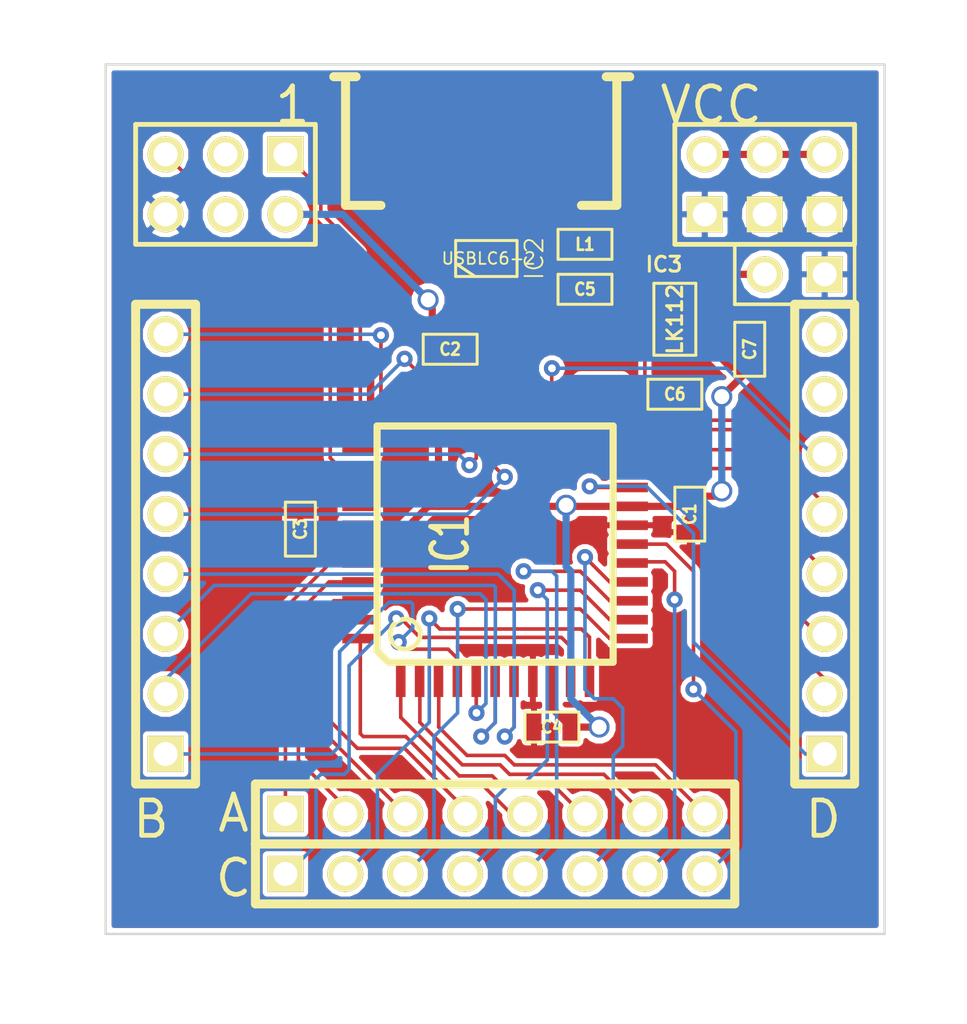
<source format=kicad_pcb>
(kicad_pcb (version 3) (host pcbnew "(2013-mar-13)-testing")

  (general
    (links 78)
    (no_connects 0)
    (area 254.6 46.8 295.600001 90.200001)
    (thickness 1.6)
    (drawings 10)
    (tracks 335)
    (zones 0)
    (modules 19)
    (nets 49)
  )

  (page A3)
  (layers
    (15 F.Cu signal)
    (0 B.Cu signal)
    (16 B.Adhes user)
    (17 F.Adhes user)
    (18 B.Paste user)
    (19 F.Paste user)
    (20 B.SilkS user)
    (21 F.SilkS user)
    (22 B.Mask user)
    (23 F.Mask user)
    (24 Dwgs.User user)
    (25 Cmts.User user)
    (26 Eco1.User user)
    (27 Eco2.User user)
    (28 Edge.Cuts user)
  )

  (setup
    (last_trace_width 0.1524)
    (trace_clearance 0.2032)
    (zone_clearance 0.2032)
    (zone_45_only no)
    (trace_min 0.1524)
    (segment_width 0.2)
    (edge_width 0.1)
    (via_size 0.6858)
    (via_drill 0.3302)
    (via_min_size 0.6858)
    (via_min_drill 0.3302)
    (uvia_size 0.508)
    (uvia_drill 0.127)
    (uvias_allowed no)
    (uvia_min_size 0.508)
    (uvia_min_drill 0.127)
    (pcb_text_width 0.3)
    (pcb_text_size 1.5 1.5)
    (mod_edge_width 0.15)
    (mod_text_size 1 1)
    (mod_text_width 0.15)
    (pad_size 1.524 1.524)
    (pad_drill 1.016)
    (pad_to_mask_clearance 0)
    (aux_axis_origin 0 0)
    (visible_elements FFFFFF7F)
    (pcbplotparams
      (layerselection 283148289)
      (usegerberextensions true)
      (excludeedgelayer true)
      (linewidth 152400)
      (plotframeref false)
      (viasonmask false)
      (mode 1)
      (useauxorigin false)
      (hpglpennumber 1)
      (hpglpenspeed 20)
      (hpglpendiameter 15)
      (hpglpenoverlay 2)
      (psnegative false)
      (psa4output false)
      (plotreference true)
      (plotvalue true)
      (plotothertext true)
      (plotinvisibletext false)
      (padsonsilk false)
      (subtractmaskfromsilk false)
      (outputformat 1)
      (mirror false)
      (drillshape 0)
      (scaleselection 1)
      (outputdirectory out))
  )

  (net 0 "")
  (net 1 /D+)
  (net 2 /D-)
  (net 3 /PA0)
  (net 4 /PA1)
  (net 5 /PA2)
  (net 6 /PA3)
  (net 7 /PA4)
  (net 8 /PA5)
  (net 9 /PA6)
  (net 10 /PA7)
  (net 11 /PB0)
  (net 12 /PB1)
  (net 13 /PB2)
  (net 14 /PB3)
  (net 15 /PC0)
  (net 16 /PC1)
  (net 17 /PC2)
  (net 18 /PC3)
  (net 19 /PC4)
  (net 20 /PC5)
  (net 21 /PC6)
  (net 22 /PC7)
  (net 23 /PD0)
  (net 24 /PD1)
  (net 25 /PD2)
  (net 26 /PD3)
  (net 27 /PD4)
  (net 28 /PD5)
  (net 29 /PD6)
  (net 30 /PD7)
  (net 31 /PDI_CLK)
  (net 32 /PDI_DATA)
  (net 33 /PE0)
  (net 34 /PE1)
  (net 35 /PE2)
  (net 36 /PE3)
  (net 37 /VBUS)
  (net 38 /VBUSL)
  (net 39 GND)
  (net 40 N-0000022)
  (net 41 N-0000023)
  (net 42 N-0000033)
  (net 43 N-0000034)
  (net 44 N-0000043)
  (net 45 N-0000044)
  (net 46 N-0000047)
  (net 47 N-0000048)
  (net 48 VCC)

  (net_class Default "This is the default net class."
    (clearance 0.2032)
    (trace_width 0.1524)
    (via_dia 0.6858)
    (via_drill 0.3302)
    (uvia_dia 0.508)
    (uvia_drill 0.127)
    (add_net "")
    (add_net /D+)
    (add_net /D-)
    (add_net /PA0)
    (add_net /PA1)
    (add_net /PA2)
    (add_net /PA3)
    (add_net /PA4)
    (add_net /PA5)
    (add_net /PA6)
    (add_net /PA7)
    (add_net /PB0)
    (add_net /PB1)
    (add_net /PB2)
    (add_net /PB3)
    (add_net /PC0)
    (add_net /PC1)
    (add_net /PC2)
    (add_net /PC3)
    (add_net /PC4)
    (add_net /PC5)
    (add_net /PC6)
    (add_net /PC7)
    (add_net /PD0)
    (add_net /PD1)
    (add_net /PD2)
    (add_net /PD3)
    (add_net /PD4)
    (add_net /PD5)
    (add_net /PD6)
    (add_net /PD7)
    (add_net /PDI_CLK)
    (add_net /PDI_DATA)
    (add_net /PE0)
    (add_net /PE1)
    (add_net /PE2)
    (add_net /PE3)
    (add_net GND)
    (add_net N-0000022)
    (add_net N-0000023)
    (add_net N-0000033)
    (add_net N-0000034)
    (add_net N-0000043)
    (add_net N-0000044)
    (add_net N-0000047)
    (add_net N-0000048)
  )

  (net_class power ""
    (clearance 0.254)
    (trace_width 0.3048)
    (via_dia 0.889)
    (via_drill 0.635)
    (uvia_dia 0.508)
    (uvia_drill 0.127)
    (add_net /VBUS)
    (add_net /VBUSL)
    (add_net VCC)
  )

  (module SM0603 (layer F.Cu) (tedit 4E43A3D1) (tstamp 517F2772)
    (at 283.845 68.58 270)
    (path /517E34AB)
    (attr smd)
    (fp_text reference C1 (at 0 0 270) (layer F.SilkS)
      (effects (font (size 0.508 0.4572) (thickness 0.1143)))
    )
    (fp_text value 0.1uF (at 0 0 270) (layer F.SilkS) hide
      (effects (font (size 0.508 0.4572) (thickness 0.1143)))
    )
    (fp_line (start -1.143 -0.635) (end 1.143 -0.635) (layer F.SilkS) (width 0.127))
    (fp_line (start 1.143 -0.635) (end 1.143 0.635) (layer F.SilkS) (width 0.127))
    (fp_line (start 1.143 0.635) (end -1.143 0.635) (layer F.SilkS) (width 0.127))
    (fp_line (start -1.143 0.635) (end -1.143 -0.635) (layer F.SilkS) (width 0.127))
    (pad 1 smd rect (at -0.762 0 270) (size 0.635 1.143)
      (layers F.Cu F.Paste F.Mask)
      (net 48 VCC)
    )
    (pad 2 smd rect (at 0.762 0 270) (size 0.635 1.143)
      (layers F.Cu F.Paste F.Mask)
      (net 39 GND)
    )
    (model smd\resistors\R0603.wrl
      (at (xyz 0 0 0.001))
      (scale (xyz 0.5 0.5 0.5))
      (rotate (xyz 0 0 0))
    )
  )

  (module SM0603 (layer F.Cu) (tedit 4E43A3D1) (tstamp 517F277C)
    (at 273.685 61.595)
    (path /517E34F1)
    (attr smd)
    (fp_text reference C2 (at 0 0) (layer F.SilkS)
      (effects (font (size 0.508 0.4572) (thickness 0.1143)))
    )
    (fp_text value 0.1uF (at 0 0) (layer F.SilkS) hide
      (effects (font (size 0.508 0.4572) (thickness 0.1143)))
    )
    (fp_line (start -1.143 -0.635) (end 1.143 -0.635) (layer F.SilkS) (width 0.127))
    (fp_line (start 1.143 -0.635) (end 1.143 0.635) (layer F.SilkS) (width 0.127))
    (fp_line (start 1.143 0.635) (end -1.143 0.635) (layer F.SilkS) (width 0.127))
    (fp_line (start -1.143 0.635) (end -1.143 -0.635) (layer F.SilkS) (width 0.127))
    (pad 1 smd rect (at -0.762 0) (size 0.635 1.143)
      (layers F.Cu F.Paste F.Mask)
      (net 48 VCC)
    )
    (pad 2 smd rect (at 0.762 0) (size 0.635 1.143)
      (layers F.Cu F.Paste F.Mask)
      (net 39 GND)
    )
    (model smd\resistors\R0603.wrl
      (at (xyz 0 0 0.001))
      (scale (xyz 0.5 0.5 0.5))
      (rotate (xyz 0 0 0))
    )
  )

  (module SM0603 (layer F.Cu) (tedit 4E43A3D1) (tstamp 517F7C4C)
    (at 267.335 69.215 90)
    (path /517E3500)
    (attr smd)
    (fp_text reference C3 (at 0 0 90) (layer F.SilkS)
      (effects (font (size 0.508 0.4572) (thickness 0.1143)))
    )
    (fp_text value 0.1uF (at 0 0 90) (layer F.SilkS) hide
      (effects (font (size 0.508 0.4572) (thickness 0.1143)))
    )
    (fp_line (start -1.143 -0.635) (end 1.143 -0.635) (layer F.SilkS) (width 0.127))
    (fp_line (start 1.143 -0.635) (end 1.143 0.635) (layer F.SilkS) (width 0.127))
    (fp_line (start 1.143 0.635) (end -1.143 0.635) (layer F.SilkS) (width 0.127))
    (fp_line (start -1.143 0.635) (end -1.143 -0.635) (layer F.SilkS) (width 0.127))
    (pad 1 smd rect (at -0.762 0 90) (size 0.635 1.143)
      (layers F.Cu F.Paste F.Mask)
      (net 48 VCC)
    )
    (pad 2 smd rect (at 0.762 0 90) (size 0.635 1.143)
      (layers F.Cu F.Paste F.Mask)
      (net 39 GND)
    )
    (model smd\resistors\R0603.wrl
      (at (xyz 0 0 0.001))
      (scale (xyz 0.5 0.5 0.5))
      (rotate (xyz 0 0 0))
    )
  )

  (module SM0603 (layer F.Cu) (tedit 4E43A3D1) (tstamp 517F2790)
    (at 278 77.6 180)
    (path /517E419E)
    (attr smd)
    (fp_text reference C4 (at 0 0 180) (layer F.SilkS)
      (effects (font (size 0.508 0.4572) (thickness 0.1143)))
    )
    (fp_text value 0.1uF (at 0 0 180) (layer F.SilkS) hide
      (effects (font (size 0.508 0.4572) (thickness 0.1143)))
    )
    (fp_line (start -1.143 -0.635) (end 1.143 -0.635) (layer F.SilkS) (width 0.127))
    (fp_line (start 1.143 -0.635) (end 1.143 0.635) (layer F.SilkS) (width 0.127))
    (fp_line (start 1.143 0.635) (end -1.143 0.635) (layer F.SilkS) (width 0.127))
    (fp_line (start -1.143 0.635) (end -1.143 -0.635) (layer F.SilkS) (width 0.127))
    (pad 1 smd rect (at -0.762 0 180) (size 0.635 1.143)
      (layers F.Cu F.Paste F.Mask)
      (net 48 VCC)
    )
    (pad 2 smd rect (at 0.762 0 180) (size 0.635 1.143)
      (layers F.Cu F.Paste F.Mask)
      (net 39 GND)
    )
    (model smd\resistors\R0603.wrl
      (at (xyz 0 0 0.001))
      (scale (xyz 0.5 0.5 0.5))
      (rotate (xyz 0 0 0))
    )
  )

  (module SM0603 (layer F.Cu) (tedit 4E43A3D1) (tstamp 517F279A)
    (at 279.4 59.055)
    (path /517EE042)
    (attr smd)
    (fp_text reference C5 (at 0 0) (layer F.SilkS)
      (effects (font (size 0.508 0.4572) (thickness 0.1143)))
    )
    (fp_text value 2.2uF (at 0 0) (layer F.SilkS) hide
      (effects (font (size 0.508 0.4572) (thickness 0.1143)))
    )
    (fp_line (start -1.143 -0.635) (end 1.143 -0.635) (layer F.SilkS) (width 0.127))
    (fp_line (start 1.143 -0.635) (end 1.143 0.635) (layer F.SilkS) (width 0.127))
    (fp_line (start 1.143 0.635) (end -1.143 0.635) (layer F.SilkS) (width 0.127))
    (fp_line (start -1.143 0.635) (end -1.143 -0.635) (layer F.SilkS) (width 0.127))
    (pad 1 smd rect (at -0.762 0) (size 0.635 1.143)
      (layers F.Cu F.Paste F.Mask)
      (net 39 GND)
    )
    (pad 2 smd rect (at 0.762 0) (size 0.635 1.143)
      (layers F.Cu F.Paste F.Mask)
      (net 38 /VBUSL)
    )
    (model smd\resistors\R0603.wrl
      (at (xyz 0 0 0.001))
      (scale (xyz 0.5 0.5 0.5))
      (rotate (xyz 0 0 0))
    )
  )

  (module SM0603 (layer F.Cu) (tedit 4E43A3D1) (tstamp 517F27A4)
    (at 283.21 63.5)
    (path /517E9B23)
    (attr smd)
    (fp_text reference C6 (at 0 0) (layer F.SilkS)
      (effects (font (size 0.508 0.4572) (thickness 0.1143)))
    )
    (fp_text value 0.1uF (at 0 0) (layer F.SilkS) hide
      (effects (font (size 0.508 0.4572) (thickness 0.1143)))
    )
    (fp_line (start -1.143 -0.635) (end 1.143 -0.635) (layer F.SilkS) (width 0.127))
    (fp_line (start 1.143 -0.635) (end 1.143 0.635) (layer F.SilkS) (width 0.127))
    (fp_line (start 1.143 0.635) (end -1.143 0.635) (layer F.SilkS) (width 0.127))
    (fp_line (start -1.143 0.635) (end -1.143 -0.635) (layer F.SilkS) (width 0.127))
    (pad 1 smd rect (at -0.762 0) (size 0.635 1.143)
      (layers F.Cu F.Paste F.Mask)
      (net 41 N-0000023)
    )
    (pad 2 smd rect (at 0.762 0) (size 0.635 1.143)
      (layers F.Cu F.Paste F.Mask)
      (net 39 GND)
    )
    (model smd\resistors\R0603.wrl
      (at (xyz 0 0 0.001))
      (scale (xyz 0.5 0.5 0.5))
      (rotate (xyz 0 0 0))
    )
  )

  (module SM0603 (layer F.Cu) (tedit 4E43A3D1) (tstamp 517F27AE)
    (at 286.385 61.595 90)
    (path /517EDEF8)
    (attr smd)
    (fp_text reference C7 (at 0 0 90) (layer F.SilkS)
      (effects (font (size 0.508 0.4572) (thickness 0.1143)))
    )
    (fp_text value 2.2uF (at 0 0 90) (layer F.SilkS) hide
      (effects (font (size 0.508 0.4572) (thickness 0.1143)))
    )
    (fp_line (start -1.143 -0.635) (end 1.143 -0.635) (layer F.SilkS) (width 0.127))
    (fp_line (start 1.143 -0.635) (end 1.143 0.635) (layer F.SilkS) (width 0.127))
    (fp_line (start 1.143 0.635) (end -1.143 0.635) (layer F.SilkS) (width 0.127))
    (fp_line (start -1.143 0.635) (end -1.143 -0.635) (layer F.SilkS) (width 0.127))
    (pad 1 smd rect (at -0.762 0 90) (size 0.635 1.143)
      (layers F.Cu F.Paste F.Mask)
      (net 48 VCC)
    )
    (pad 2 smd rect (at 0.762 0 90) (size 0.635 1.143)
      (layers F.Cu F.Paste F.Mask)
      (net 39 GND)
    )
    (model smd\resistors\R0603.wrl
      (at (xyz 0 0 0.001))
      (scale (xyz 0.5 0.5 0.5))
      (rotate (xyz 0 0 0))
    )
  )

  (module MICROUSB-B-ZX62-B-5PA (layer F.Cu) (tedit 507A7FAB) (tstamp 517F27C1)
    (at 275 51.5 180)
    (descr "Hirose ZX62-B-5PA(11)")
    (path /517E444A)
    (fp_text reference CON1 (at 0 -6.25094 180) (layer F.SilkS) hide
      (effects (font (thickness 0.3048)))
    )
    (fp_text value USB-MINI-B (at 0 3.2512 180) (layer F.SilkS) hide
      (effects (font (thickness 0.3048)))
    )
    (fp_line (start -4.24942 -4.0005) (end -5.75056 -4.0005) (layer F.SilkS) (width 0.381))
    (fp_line (start -5.75056 -4.0005) (end -5.75056 1.24968) (layer F.SilkS) (width 0.381))
    (fp_line (start 4.24942 -4.0005) (end 5.75056 -4.0005) (layer F.SilkS) (width 0.381))
    (fp_line (start 5.75056 -4.0005) (end 5.75056 1.24968) (layer F.SilkS) (width 0.381))
    (fp_line (start -5.30098 1.45034) (end -6.2992 1.45034) (layer F.SilkS) (width 0.381))
    (fp_line (start 5.30098 1.45034) (end 6.25094 1.45034) (layer F.SilkS) (width 0.381))
    (pad 3 smd rect (at 0 -2.55016 180) (size 0.39878 1.6002)
      (layers F.Cu F.Paste F.Mask)
      (net 42 N-0000033)
      (clearance 0.12446)
    )
    (pad 1 smd rect (at -1.30048 -2.55016 180) (size 0.39878 1.6002)
      (layers F.Cu F.Paste F.Mask)
      (net 37 /VBUS)
      (clearance 0.12446)
    )
    (pad 2 smd rect (at -0.65024 -2.55016 180) (size 0.39878 1.6002)
      (layers F.Cu F.Paste F.Mask)
      (net 43 N-0000034)
      (clearance 0.12446)
    )
    (pad 4 smd rect (at 0.65024 -2.55016 180) (size 0.39878 1.6002)
      (layers F.Cu F.Paste F.Mask)
      (net 40 N-0000022)
      (clearance 0.12446)
    )
    (pad 5 smd rect (at 1.30048 -2.55016 180) (size 0.39878 1.6002)
      (layers F.Cu F.Paste F.Mask)
      (net 39 GND)
      (clearance 0.12446)
    )
    (pad 5 smd rect (at -3.0988 -2.55016 180) (size 2.10058 1.6002)
      (layers F.Cu F.Paste F.Mask)
      (net 39 GND)
    )
    (pad 5 smd rect (at 3.0988 -2.55016 180) (size 2.10058 1.6002)
      (layers F.Cu F.Paste F.Mask)
      (net 39 GND)
    )
    (pad 5 smd rect (at -4.0005 0 180) (size 1.80086 1.89992)
      (layers F.Cu F.Paste F.Mask)
      (net 39 GND)
    )
    (pad 5 smd rect (at 4.0005 0 180) (size 1.80086 1.89992)
      (layers F.Cu F.Paste F.Mask)
      (net 39 GND)
    )
  )

  (module TQFP44 (layer F.Cu) (tedit 51816242) (tstamp 517F27F7)
    (at 275.59 69.85 90)
    (path /51809029)
    (attr smd)
    (fp_text reference IC1 (at 0 -1.905 90) (layer F.SilkS)
      (effects (font (size 1.524 1.016) (thickness 0.2032)))
    )
    (fp_text value ATXMEGA16A4U-A (at 0 1.905 90) (layer F.SilkS) hide
      (effects (font (size 1.524 1.016) (thickness 0.2032)))
    )
    (fp_line (start 5.0038 -5.0038) (end 5.0038 5.0038) (layer F.SilkS) (width 0.3048))
    (fp_line (start 5.0038 5.0038) (end -5.0038 5.0038) (layer F.SilkS) (width 0.3048))
    (fp_line (start -5.0038 -4.5212) (end -5.0038 5.0038) (layer F.SilkS) (width 0.3048))
    (fp_line (start -4.5212 -5.0038) (end 5.0038 -5.0038) (layer F.SilkS) (width 0.3048))
    (fp_line (start -5.0038 -4.5212) (end -4.5212 -5.0038) (layer F.SilkS) (width 0.3048))
    (fp_circle (center -3.81 -3.81) (end -3.81 -3.175) (layer F.SilkS) (width 0.2032))
    (pad 39 smd rect (at 0 -5.715 90) (size 0.4064 1.524)
      (layers F.Cu F.Paste F.Mask)
      (net 48 VCC)
    )
    (pad 40 smd rect (at -0.8001 -5.715 90) (size 0.4064 1.524)
      (layers F.Cu F.Paste F.Mask)
      (net 3 /PA0)
    )
    (pad 41 smd rect (at -1.6002 -5.715 90) (size 0.4064 1.524)
      (layers F.Cu F.Paste F.Mask)
      (net 4 /PA1)
    )
    (pad 42 smd rect (at -2.4003 -5.715 90) (size 0.4064 1.524)
      (layers F.Cu F.Paste F.Mask)
      (net 5 /PA2)
    )
    (pad 43 smd rect (at -3.2004 -5.715 90) (size 0.4064 1.524)
      (layers F.Cu F.Paste F.Mask)
      (net 6 /PA3)
    )
    (pad 44 smd rect (at -4.0005 -5.715 90) (size 0.4064 1.524)
      (layers F.Cu F.Paste F.Mask)
      (net 7 /PA4)
    )
    (pad 38 smd rect (at 0.8001 -5.715 90) (size 0.4064 1.524)
      (layers F.Cu F.Paste F.Mask)
      (net 39 GND)
    )
    (pad 37 smd rect (at 1.6002 -5.715 90) (size 0.4064 1.524)
      (layers F.Cu F.Paste F.Mask)
      (net 46 N-0000047)
    )
    (pad 36 smd rect (at 2.4003 -5.715 90) (size 0.4064 1.524)
      (layers F.Cu F.Paste F.Mask)
      (net 47 N-0000048)
    )
    (pad 35 smd rect (at 3.2004 -5.715 90) (size 0.4064 1.524)
      (layers F.Cu F.Paste F.Mask)
      (net 31 /PDI_CLK)
    )
    (pad 34 smd rect (at 4.0005 -5.715 90) (size 0.4064 1.524)
      (layers F.Cu F.Paste F.Mask)
      (net 32 /PDI_DATA)
    )
    (pad 17 smd rect (at 0 5.715 90) (size 0.4064 1.524)
      (layers F.Cu F.Paste F.Mask)
      (net 22 /PC7)
    )
    (pad 16 smd rect (at -0.8001 5.715 90) (size 0.4064 1.524)
      (layers F.Cu F.Paste F.Mask)
      (net 21 /PC6)
    )
    (pad 15 smd rect (at -1.6002 5.715 90) (size 0.4064 1.524)
      (layers F.Cu F.Paste F.Mask)
      (net 20 /PC5)
    )
    (pad 14 smd rect (at -2.4003 5.715 90) (size 0.4064 1.524)
      (layers F.Cu F.Paste F.Mask)
      (net 19 /PC4)
    )
    (pad 13 smd rect (at -3.2004 5.715 90) (size 0.4064 1.524)
      (layers F.Cu F.Paste F.Mask)
      (net 18 /PC3)
    )
    (pad 12 smd rect (at -4.0005 5.715 90) (size 0.4064 1.524)
      (layers F.Cu F.Paste F.Mask)
      (net 17 /PC2)
    )
    (pad 18 smd rect (at 0.8001 5.715 90) (size 0.4064 1.524)
      (layers F.Cu F.Paste F.Mask)
      (net 39 GND)
    )
    (pad 19 smd rect (at 1.6002 5.715 90) (size 0.4064 1.524)
      (layers F.Cu F.Paste F.Mask)
      (net 48 VCC)
    )
    (pad 20 smd rect (at 2.4003 5.715 90) (size 0.4064 1.524)
      (layers F.Cu F.Paste F.Mask)
      (net 23 /PD0)
    )
    (pad 21 smd rect (at 3.2004 5.715 90) (size 0.4064 1.524)
      (layers F.Cu F.Paste F.Mask)
      (net 24 /PD1)
    )
    (pad 22 smd rect (at 4.0005 5.715 90) (size 0.4064 1.524)
      (layers F.Cu F.Paste F.Mask)
      (net 25 /PD2)
    )
    (pad 6 smd rect (at -5.715 0 90) (size 1.524 0.4064)
      (layers F.Cu F.Paste F.Mask)
      (net 13 /PB2)
    )
    (pad 28 smd rect (at 5.715 0 90) (size 1.524 0.4064)
      (layers F.Cu F.Paste F.Mask)
      (net 33 /PE0)
    )
    (pad 7 smd rect (at -5.715 0.8001 90) (size 1.524 0.4064)
      (layers F.Cu F.Paste F.Mask)
      (net 14 /PB3)
    )
    (pad 27 smd rect (at 5.715 0.8001 90) (size 1.524 0.4064)
      (layers F.Cu F.Paste F.Mask)
      (net 1 /D+)
    )
    (pad 26 smd rect (at 5.715 1.6002 90) (size 1.524 0.4064)
      (layers F.Cu F.Paste F.Mask)
      (net 2 /D-)
    )
    (pad 8 smd rect (at -5.715 1.6002 90) (size 1.524 0.4064)
      (layers F.Cu F.Paste F.Mask)
      (net 39 GND)
    )
    (pad 9 smd rect (at -5.715 2.4003 90) (size 1.524 0.4064)
      (layers F.Cu F.Paste F.Mask)
      (net 48 VCC)
    )
    (pad 25 smd rect (at 5.715 2.4003 90) (size 1.524 0.4064)
      (layers F.Cu F.Paste F.Mask)
      (net 28 /PD5)
    )
    (pad 24 smd rect (at 5.715 3.2004 90) (size 1.524 0.4064)
      (layers F.Cu F.Paste F.Mask)
      (net 27 /PD4)
    )
    (pad 10 smd rect (at -5.715 3.2004 90) (size 1.524 0.4064)
      (layers F.Cu F.Paste F.Mask)
      (net 15 /PC0)
    )
    (pad 11 smd rect (at -5.715 4.0005 90) (size 1.524 0.4064)
      (layers F.Cu F.Paste F.Mask)
      (net 16 /PC1)
    )
    (pad 23 smd rect (at 5.715 4.0005 90) (size 1.524 0.4064)
      (layers F.Cu F.Paste F.Mask)
      (net 26 /PD3)
    )
    (pad 29 smd rect (at 5.715 -0.8001 90) (size 1.524 0.4064)
      (layers F.Cu F.Paste F.Mask)
      (net 34 /PE1)
    )
    (pad 5 smd rect (at -5.715 -0.8001 90) (size 1.524 0.4064)
      (layers F.Cu F.Paste F.Mask)
      (net 12 /PB1)
    )
    (pad 4 smd rect (at -5.715 -1.6002 90) (size 1.524 0.4064)
      (layers F.Cu F.Paste F.Mask)
      (net 11 /PB0)
    )
    (pad 30 smd rect (at 5.715 -1.6002 90) (size 1.524 0.4064)
      (layers F.Cu F.Paste F.Mask)
      (net 39 GND)
    )
    (pad 31 smd rect (at 5.715 -2.4003 90) (size 1.524 0.4064)
      (layers F.Cu F.Paste F.Mask)
      (net 48 VCC)
    )
    (pad 3 smd rect (at -5.715 -2.4003 90) (size 1.524 0.4064)
      (layers F.Cu F.Paste F.Mask)
      (net 10 /PA7)
    )
    (pad 2 smd rect (at -5.715 -3.2004 90) (size 1.524 0.4064)
      (layers F.Cu F.Paste F.Mask)
      (net 9 /PA6)
    )
    (pad 32 smd rect (at 5.715 -3.2004 90) (size 1.524 0.4064)
      (layers F.Cu F.Paste F.Mask)
      (net 35 /PE2)
    )
    (pad 33 smd rect (at 5.715 -4.0005 90) (size 1.524 0.4064)
      (layers F.Cu F.Paste F.Mask)
      (net 36 /PE3)
    )
    (pad 1 smd rect (at -5.715 -4.0005 90) (size 1.524 0.4064)
      (layers F.Cu F.Paste F.Mask)
      (net 8 /PA5)
    )
  )

  (module SOT23_6 (layer F.Cu) (tedit 4ECF791C) (tstamp 517F2806)
    (at 275.25 57.75)
    (path /517E8A4B)
    (fp_text reference IC2 (at 1.99898 0 90) (layer F.SilkS)
      (effects (font (size 0.762 0.762) (thickness 0.0762)))
    )
    (fp_text value USBLC6-2 (at 0.0635 0) (layer F.SilkS)
      (effects (font (size 0.50038 0.50038) (thickness 0.0762)))
    )
    (fp_line (start -0.508 0.762) (end -1.27 0.254) (layer F.SilkS) (width 0.127))
    (fp_line (start 1.27 0.762) (end -1.3335 0.762) (layer F.SilkS) (width 0.127))
    (fp_line (start -1.3335 0.762) (end -1.3335 -0.762) (layer F.SilkS) (width 0.127))
    (fp_line (start -1.3335 -0.762) (end 1.27 -0.762) (layer F.SilkS) (width 0.127))
    (fp_line (start 1.27 -0.762) (end 1.27 0.762) (layer F.SilkS) (width 0.127))
    (pad 6 smd rect (at -0.9525 -1.27) (size 0.70104 1.00076)
      (layers F.Cu F.Paste F.Mask)
      (net 42 N-0000033)
    )
    (pad 5 smd rect (at 0 -1.27) (size 0.70104 1.00076)
      (layers F.Cu F.Paste F.Mask)
      (net 37 /VBUS)
    )
    (pad 4 smd rect (at 0.9525 -1.27) (size 0.70104 1.00076)
      (layers F.Cu F.Paste F.Mask)
      (net 43 N-0000034)
    )
    (pad 3 smd rect (at 0.9525 1.27) (size 0.70104 1.00076)
      (layers F.Cu F.Paste F.Mask)
      (net 2 /D-)
    )
    (pad 2 smd rect (at 0 1.27) (size 0.70104 1.00076)
      (layers F.Cu F.Paste F.Mask)
      (net 39 GND)
    )
    (pad 1 smd rect (at -0.9525 1.27) (size 0.70104 1.00076)
      (layers F.Cu F.Paste F.Mask)
      (net 1 /D+)
    )
    (model smd/SOT23_6.wrl
      (at (xyz 0 0 0))
      (scale (xyz 0.11 0.11 0.11))
      (rotate (xyz 0 0 0))
    )
  )

  (module SOT23-5 (layer F.Cu) (tedit 5181624C) (tstamp 517F2813)
    (at 283.21 60.325 270)
    (path /517E9AA6)
    (attr smd)
    (fp_text reference IC3 (at -2.325 0.46 360) (layer F.SilkS)
      (effects (font (size 0.635 0.635) (thickness 0.127)))
    )
    (fp_text value LK112 (at 0 0 270) (layer F.SilkS)
      (effects (font (size 0.635 0.635) (thickness 0.127)))
    )
    (fp_line (start 1.524 -0.889) (end 1.524 0.889) (layer F.SilkS) (width 0.127))
    (fp_line (start 1.524 0.889) (end -1.524 0.889) (layer F.SilkS) (width 0.127))
    (fp_line (start -1.524 0.889) (end -1.524 -0.889) (layer F.SilkS) (width 0.127))
    (fp_line (start -1.524 -0.889) (end 1.524 -0.889) (layer F.SilkS) (width 0.127))
    (pad 1 smd rect (at -0.9525 1.27 270) (size 0.508 0.762)
      (layers F.Cu F.Paste F.Mask)
      (net 38 /VBUSL)
    )
    (pad 3 smd rect (at 0.9525 1.27 270) (size 0.508 0.762)
      (layers F.Cu F.Paste F.Mask)
      (net 41 N-0000023)
    )
    (pad 5 smd rect (at -0.9525 -1.27 270) (size 0.508 0.762)
      (layers F.Cu F.Paste F.Mask)
      (net 38 /VBUSL)
    )
    (pad 2 smd rect (at 0 1.27 270) (size 0.508 0.762)
      (layers F.Cu F.Paste F.Mask)
      (net 39 GND)
    )
    (pad 4 smd rect (at 0.9525 -1.27 270) (size 0.508 0.762)
      (layers F.Cu F.Paste F.Mask)
      (net 48 VCC)
    )
    (model smd/SOT23_5.wrl
      (at (xyz 0 0 0))
      (scale (xyz 0.1 0.1 0.1))
      (rotate (xyz 0 0 0))
    )
  )

  (module SM0603 (layer F.Cu) (tedit 4E43A3D1) (tstamp 517F281D)
    (at 279.4 57.15)
    (path /517E8ACB)
    (attr smd)
    (fp_text reference L1 (at 0 0) (layer F.SilkS)
      (effects (font (size 0.508 0.4572) (thickness 0.1143)))
    )
    (fp_text value INDUCTOR (at 0 0) (layer F.SilkS) hide
      (effects (font (size 0.508 0.4572) (thickness 0.1143)))
    )
    (fp_line (start -1.143 -0.635) (end 1.143 -0.635) (layer F.SilkS) (width 0.127))
    (fp_line (start 1.143 -0.635) (end 1.143 0.635) (layer F.SilkS) (width 0.127))
    (fp_line (start 1.143 0.635) (end -1.143 0.635) (layer F.SilkS) (width 0.127))
    (fp_line (start -1.143 0.635) (end -1.143 -0.635) (layer F.SilkS) (width 0.127))
    (pad 1 smd rect (at -0.762 0) (size 0.635 1.143)
      (layers F.Cu F.Paste F.Mask)
      (net 37 /VBUS)
    )
    (pad 2 smd rect (at 0.762 0) (size 0.635 1.143)
      (layers F.Cu F.Paste F.Mask)
      (net 38 /VBUSL)
    )
    (model smd\resistors\R0603.wrl
      (at (xyz 0 0 0.001))
      (scale (xyz 0.5 0.5 0.5))
      (rotate (xyz 0 0 0))
    )
  )

  (module pin_array_3x2 (layer F.Cu) (tedit 5181625C) (tstamp 517F282B)
    (at 264.16 54.61 180)
    (descr "Double rangee de contacts 2 x 4 pins")
    (tags CONN)
    (path /517D5D2D)
    (fp_text reference P1 (at 0 -3.81 180) (layer F.SilkS) hide
      (effects (font (size 1.016 1.016) (thickness 0.2032)))
    )
    (fp_text value CONN_3X2 (at 0 3.81 180) (layer F.SilkS) hide
      (effects (font (size 1.016 1.016) (thickness 0.2032)))
    )
    (fp_line (start 3.81 2.54) (end -3.81 2.54) (layer F.SilkS) (width 0.2032))
    (fp_line (start -3.81 -2.54) (end 3.81 -2.54) (layer F.SilkS) (width 0.2032))
    (fp_line (start 3.81 -2.54) (end 3.81 2.54) (layer F.SilkS) (width 0.2032))
    (fp_line (start -3.81 2.54) (end -3.81 -2.54) (layer F.SilkS) (width 0.2032))
    (pad 1 thru_hole rect (at -2.54 1.27 180) (size 1.524 1.524) (drill 1.016)
      (layers *.Cu *.Mask F.SilkS)
      (net 32 /PDI_DATA)
    )
    (pad 2 thru_hole circle (at -2.54 -1.27 180) (size 1.524 1.524) (drill 1.016)
      (layers *.Cu *.Mask F.SilkS)
      (net 48 VCC)
    )
    (pad 3 thru_hole circle (at 0 1.27 180) (size 1.524 1.524) (drill 1.016)
      (layers *.Cu *.Mask F.SilkS)
      (net 44 N-0000043)
    )
    (pad 4 thru_hole circle (at 0 -1.27 180) (size 1.524 1.524) (drill 1.016)
      (layers *.Cu *.Mask F.SilkS)
      (net 45 N-0000044)
    )
    (pad 5 thru_hole circle (at 2.54 1.27 180) (size 1.524 1.524) (drill 1.016)
      (layers *.Cu *.Mask F.SilkS)
      (net 31 /PDI_CLK)
    )
    (pad 6 thru_hole circle (at 2.54 -1.27 180) (size 1.524 1.524) (drill 1.016)
      (layers *.Cu *.Mask F.SilkS)
      (net 39 GND)
    )
    (model pin_array/pins_array_3x2.wrl
      (at (xyz 0 0 0))
      (scale (xyz 1 1 1))
      (rotate (xyz 0 0 0))
    )
  )

  (module pin_array_8x1 (layer F.Cu) (tedit 5076C91E) (tstamp 517F283B)
    (at 275.59 81.28)
    (descr "Double rangee de contacts 2 x 8 pins")
    (tags CONN)
    (path /517EA797)
    (fp_text reference P2 (at 0 -2.032) (layer F.SilkS) hide
      (effects (font (size 1.016 1.016) (thickness 0.2032)))
    )
    (fp_text value CONN_8 (at 0 2.286) (layer F.SilkS) hide
      (effects (font (size 1.016 1.016) (thickness 0.2032)))
    )
    (fp_line (start 10.16 1.27) (end 10.16 -1.27) (layer F.SilkS) (width 0.381))
    (fp_line (start 10.16 -1.27) (end -10.16 -1.27) (layer F.SilkS) (width 0.381))
    (fp_line (start -10.16 -1.27) (end -10.16 1.27) (layer F.SilkS) (width 0.381))
    (fp_line (start -10.16 1.27) (end 10.16 1.27) (layer F.SilkS) (width 0.381))
    (pad 1 thru_hole rect (at -8.89 0) (size 1.524 1.524) (drill 1.016)
      (layers *.Cu *.Mask F.SilkS)
      (net 3 /PA0)
    )
    (pad 2 thru_hole circle (at -6.35 0) (size 1.524 1.524) (drill 1.016)
      (layers *.Cu *.Mask F.SilkS)
      (net 4 /PA1)
    )
    (pad 3 thru_hole circle (at -3.81 0) (size 1.524 1.524) (drill 1.016)
      (layers *.Cu *.Mask F.SilkS)
      (net 5 /PA2)
    )
    (pad 4 thru_hole circle (at -1.27 0) (size 1.524 1.524) (drill 1.016)
      (layers *.Cu *.Mask F.SilkS)
      (net 6 /PA3)
    )
    (pad 5 thru_hole circle (at 1.27 0) (size 1.524 1.524) (drill 1.016)
      (layers *.Cu *.Mask F.SilkS)
      (net 7 /PA4)
    )
    (pad 6 thru_hole circle (at 3.81 0) (size 1.524 1.524) (drill 1.016)
      (layers *.Cu *.Mask F.SilkS)
      (net 8 /PA5)
    )
    (pad 7 thru_hole circle (at 6.35 0) (size 1.524 1.524) (drill 1.016)
      (layers *.Cu *.Mask F.SilkS)
      (net 9 /PA6)
    )
    (pad 8 thru_hole circle (at 8.89 0) (size 1.524 1.524) (drill 1.016)
      (layers *.Cu *.Mask F.SilkS)
      (net 10 /PA7)
    )
    (model pin_array/pins_array_8x2.wrl
      (at (xyz 0 0 0))
      (scale (xyz 1 1 1))
      (rotate (xyz 0 0 0))
    )
  )

  (module pin_array_3x2 (layer F.Cu) (tedit 51816258) (tstamp 517F2849)
    (at 287.02 54.61)
    (descr "Double rangee de contacts 2 x 4 pins")
    (tags CONN)
    (path /517EA7C4)
    (fp_text reference P3 (at 2.23 -3.36) (layer F.SilkS) hide
      (effects (font (size 1.016 1.016) (thickness 0.2032)))
    )
    (fp_text value CONN_3X2 (at 0 3.81) (layer F.SilkS) hide
      (effects (font (size 1.016 1.016) (thickness 0.2032)))
    )
    (fp_line (start 3.81 2.54) (end -3.81 2.54) (layer F.SilkS) (width 0.2032))
    (fp_line (start -3.81 -2.54) (end 3.81 -2.54) (layer F.SilkS) (width 0.2032))
    (fp_line (start 3.81 -2.54) (end 3.81 2.54) (layer F.SilkS) (width 0.2032))
    (fp_line (start -3.81 2.54) (end -3.81 -2.54) (layer F.SilkS) (width 0.2032))
    (pad 1 thru_hole rect (at -2.54 1.27) (size 1.524 1.524) (drill 1.016)
      (layers *.Cu *.Mask F.SilkS)
      (net 39 GND)
    )
    (pad 2 thru_hole circle (at -2.54 -1.27) (size 1.524 1.524) (drill 1.016)
      (layers *.Cu *.Mask F.SilkS)
      (net 48 VCC)
    )
    (pad 3 thru_hole rect (at 0 1.27) (size 1.524 1.524) (drill 1.016)
      (layers *.Cu *.Mask F.SilkS)
      (net 39 GND)
    )
    (pad 4 thru_hole circle (at 0 -1.27) (size 1.524 1.524) (drill 1.016)
      (layers *.Cu *.Mask F.SilkS)
      (net 48 VCC)
    )
    (pad 5 thru_hole rect (at 2.54 1.27) (size 1.524 1.524) (drill 1.016)
      (layers *.Cu *.Mask F.SilkS)
      (net 39 GND)
    )
    (pad 6 thru_hole circle (at 2.54 -1.27) (size 1.524 1.524) (drill 1.016)
      (layers *.Cu *.Mask F.SilkS)
      (net 48 VCC)
    )
    (model pin_array/pins_array_3x2.wrl
      (at (xyz 0 0 0))
      (scale (xyz 1 1 1))
      (rotate (xyz 0 0 0))
    )
  )

  (module pin_array_8x1 (layer F.Cu) (tedit 5076C91E) (tstamp 517F2859)
    (at 261.62 69.85 90)
    (descr "Double rangee de contacts 2 x 8 pins")
    (tags CONN)
    (path /517EB7C9)
    (fp_text reference P4 (at 0 -2.032 90) (layer F.SilkS) hide
      (effects (font (size 1.016 1.016) (thickness 0.2032)))
    )
    (fp_text value CONN_8 (at 0 2.286 90) (layer F.SilkS) hide
      (effects (font (size 1.016 1.016) (thickness 0.2032)))
    )
    (fp_line (start 10.16 1.27) (end 10.16 -1.27) (layer F.SilkS) (width 0.381))
    (fp_line (start 10.16 -1.27) (end -10.16 -1.27) (layer F.SilkS) (width 0.381))
    (fp_line (start -10.16 -1.27) (end -10.16 1.27) (layer F.SilkS) (width 0.381))
    (fp_line (start -10.16 1.27) (end 10.16 1.27) (layer F.SilkS) (width 0.381))
    (pad 1 thru_hole rect (at -8.89 0 90) (size 1.524 1.524) (drill 1.016)
      (layers *.Cu *.Mask F.SilkS)
      (net 11 /PB0)
    )
    (pad 2 thru_hole circle (at -6.35 0 90) (size 1.524 1.524) (drill 1.016)
      (layers *.Cu *.Mask F.SilkS)
      (net 12 /PB1)
    )
    (pad 3 thru_hole circle (at -3.81 0 90) (size 1.524 1.524) (drill 1.016)
      (layers *.Cu *.Mask F.SilkS)
      (net 13 /PB2)
    )
    (pad 4 thru_hole circle (at -1.27 0 90) (size 1.524 1.524) (drill 1.016)
      (layers *.Cu *.Mask F.SilkS)
      (net 14 /PB3)
    )
    (pad 5 thru_hole circle (at 1.27 0 90) (size 1.524 1.524) (drill 1.016)
      (layers *.Cu *.Mask F.SilkS)
      (net 33 /PE0)
    )
    (pad 6 thru_hole circle (at 3.81 0 90) (size 1.524 1.524) (drill 1.016)
      (layers *.Cu *.Mask F.SilkS)
      (net 34 /PE1)
    )
    (pad 7 thru_hole circle (at 6.35 0 90) (size 1.524 1.524) (drill 1.016)
      (layers *.Cu *.Mask F.SilkS)
      (net 35 /PE2)
    )
    (pad 8 thru_hole circle (at 8.89 0 90) (size 1.524 1.524) (drill 1.016)
      (layers *.Cu *.Mask F.SilkS)
      (net 36 /PE3)
    )
    (model pin_array/pins_array_8x2.wrl
      (at (xyz 0 0 0))
      (scale (xyz 1 1 1))
      (rotate (xyz 0 0 0))
    )
  )

  (module pin_array_8x1 (layer F.Cu) (tedit 5076C91E) (tstamp 517F2869)
    (at 275.59 83.82)
    (descr "Double rangee de contacts 2 x 8 pins")
    (tags CONN)
    (path /517EB7D7)
    (fp_text reference P5 (at 0 -2.032) (layer F.SilkS) hide
      (effects (font (size 1.016 1.016) (thickness 0.2032)))
    )
    (fp_text value CONN_8 (at 0 2.286) (layer F.SilkS) hide
      (effects (font (size 1.016 1.016) (thickness 0.2032)))
    )
    (fp_line (start 10.16 1.27) (end 10.16 -1.27) (layer F.SilkS) (width 0.381))
    (fp_line (start 10.16 -1.27) (end -10.16 -1.27) (layer F.SilkS) (width 0.381))
    (fp_line (start -10.16 -1.27) (end -10.16 1.27) (layer F.SilkS) (width 0.381))
    (fp_line (start -10.16 1.27) (end 10.16 1.27) (layer F.SilkS) (width 0.381))
    (pad 1 thru_hole rect (at -8.89 0) (size 1.524 1.524) (drill 1.016)
      (layers *.Cu *.Mask F.SilkS)
      (net 15 /PC0)
    )
    (pad 2 thru_hole circle (at -6.35 0) (size 1.524 1.524) (drill 1.016)
      (layers *.Cu *.Mask F.SilkS)
      (net 16 /PC1)
    )
    (pad 3 thru_hole circle (at -3.81 0) (size 1.524 1.524) (drill 1.016)
      (layers *.Cu *.Mask F.SilkS)
      (net 17 /PC2)
    )
    (pad 4 thru_hole circle (at -1.27 0) (size 1.524 1.524) (drill 1.016)
      (layers *.Cu *.Mask F.SilkS)
      (net 18 /PC3)
    )
    (pad 5 thru_hole circle (at 1.27 0) (size 1.524 1.524) (drill 1.016)
      (layers *.Cu *.Mask F.SilkS)
      (net 19 /PC4)
    )
    (pad 6 thru_hole circle (at 3.81 0) (size 1.524 1.524) (drill 1.016)
      (layers *.Cu *.Mask F.SilkS)
      (net 20 /PC5)
    )
    (pad 7 thru_hole circle (at 6.35 0) (size 1.524 1.524) (drill 1.016)
      (layers *.Cu *.Mask F.SilkS)
      (net 21 /PC6)
    )
    (pad 8 thru_hole circle (at 8.89 0) (size 1.524 1.524) (drill 1.016)
      (layers *.Cu *.Mask F.SilkS)
      (net 22 /PC7)
    )
    (model pin_array/pins_array_8x2.wrl
      (at (xyz 0 0 0))
      (scale (xyz 1 1 1))
      (rotate (xyz 0 0 0))
    )
  )

  (module PIN_ARRAY_2X1 (layer F.Cu) (tedit 51816255) (tstamp 517F2873)
    (at 288.29 58.42 180)
    (descr "Connecteurs 2 pins")
    (tags "CONN DEV")
    (path /517EA7D3)
    (fp_text reference P6 (at 0 -1.905 180) (layer F.SilkS) hide
      (effects (font (size 0.762 0.762) (thickness 0.1524)))
    )
    (fp_text value CONN_2 (at 0 -1.905 180) (layer F.SilkS) hide
      (effects (font (size 0.762 0.762) (thickness 0.1524)))
    )
    (fp_line (start -2.54 1.27) (end -2.54 -1.27) (layer F.SilkS) (width 0.1524))
    (fp_line (start -2.54 -1.27) (end 2.54 -1.27) (layer F.SilkS) (width 0.1524))
    (fp_line (start 2.54 -1.27) (end 2.54 1.27) (layer F.SilkS) (width 0.1524))
    (fp_line (start 2.54 1.27) (end -2.54 1.27) (layer F.SilkS) (width 0.1524))
    (pad 1 thru_hole rect (at -1.27 0 180) (size 1.524 1.524) (drill 1.016)
      (layers *.Cu *.Mask F.SilkS)
      (net 39 GND)
    )
    (pad 2 thru_hole circle (at 1.27 0 180) (size 1.524 1.524) (drill 1.016)
      (layers *.Cu *.Mask F.SilkS)
      (net 37 /VBUS)
    )
    (model pin_array/pins_array_2x1.wrl
      (at (xyz 0 0 0))
      (scale (xyz 1 1 1))
      (rotate (xyz 0 0 0))
    )
  )

  (module pin_array_8x1 (layer F.Cu) (tedit 5076C91E) (tstamp 517F2883)
    (at 289.56 69.85 90)
    (descr "Double rangee de contacts 2 x 8 pins")
    (tags CONN)
    (path /517EB7E5)
    (fp_text reference P7 (at 0 -2.032 90) (layer F.SilkS) hide
      (effects (font (size 1.016 1.016) (thickness 0.2032)))
    )
    (fp_text value CONN_8 (at 0 2.286 90) (layer F.SilkS) hide
      (effects (font (size 1.016 1.016) (thickness 0.2032)))
    )
    (fp_line (start 10.16 1.27) (end 10.16 -1.27) (layer F.SilkS) (width 0.381))
    (fp_line (start 10.16 -1.27) (end -10.16 -1.27) (layer F.SilkS) (width 0.381))
    (fp_line (start -10.16 -1.27) (end -10.16 1.27) (layer F.SilkS) (width 0.381))
    (fp_line (start -10.16 1.27) (end 10.16 1.27) (layer F.SilkS) (width 0.381))
    (pad 1 thru_hole rect (at -8.89 0 90) (size 1.524 1.524) (drill 1.016)
      (layers *.Cu *.Mask F.SilkS)
      (net 23 /PD0)
    )
    (pad 2 thru_hole circle (at -6.35 0 90) (size 1.524 1.524) (drill 1.016)
      (layers *.Cu *.Mask F.SilkS)
      (net 24 /PD1)
    )
    (pad 3 thru_hole circle (at -3.81 0 90) (size 1.524 1.524) (drill 1.016)
      (layers *.Cu *.Mask F.SilkS)
      (net 25 /PD2)
    )
    (pad 4 thru_hole circle (at -1.27 0 90) (size 1.524 1.524) (drill 1.016)
      (layers *.Cu *.Mask F.SilkS)
      (net 26 /PD3)
    )
    (pad 5 thru_hole circle (at 1.27 0 90) (size 1.524 1.524) (drill 1.016)
      (layers *.Cu *.Mask F.SilkS)
      (net 27 /PD4)
    )
    (pad 6 thru_hole circle (at 3.81 0 90) (size 1.524 1.524) (drill 1.016)
      (layers *.Cu *.Mask F.SilkS)
      (net 28 /PD5)
    )
    (pad 7 thru_hole circle (at 6.35 0 90) (size 1.524 1.524) (drill 1.016)
      (layers *.Cu *.Mask F.SilkS)
      (net 29 /PD6)
    )
    (pad 8 thru_hole circle (at 8.89 0 90) (size 1.524 1.524) (drill 1.016)
      (layers *.Cu *.Mask F.SilkS)
      (net 30 /PD7)
    )
    (model pin_array/pins_array_8x2.wrl
      (at (xyz 0 0 0))
      (scale (xyz 1 1 1))
      (rotate (xyz 0 0 0))
    )
  )

  (gr_text 1 (at 267 51.25) (layer F.SilkS)
    (effects (font (size 1.5 1.5) (thickness 0.2)))
  )
  (gr_text VCC (at 284.75 51.25) (layer F.SilkS)
    (effects (font (size 1.5 1.5) (thickness 0.2)))
  )
  (gr_text D (at 289.5 81.5) (layer F.SilkS)
    (effects (font (size 1.5 1.5) (thickness 0.2)))
  )
  (gr_text C (at 264.5 84) (layer F.SilkS)
    (effects (font (size 1.5 1.5) (thickness 0.2)))
  )
  (gr_text A (at 264.5 81.25) (layer F.SilkS)
    (effects (font (size 1.5 1.5) (thickness 0.2)))
  )
  (gr_text B (at 261 81.5) (layer F.SilkS)
    (effects (font (size 1.5 1.5) (thickness 0.2)))
  )
  (gr_line (start 259.08 86.36) (end 259.08 49.53) (angle 90) (layer Edge.Cuts) (width 0.1))
  (gr_line (start 292.1 86.36) (end 259.08 86.36) (angle 90) (layer Edge.Cuts) (width 0.1))
  (gr_line (start 292.1 49.53) (end 292.1 86.36) (angle 90) (layer Edge.Cuts) (width 0.1))
  (gr_line (start 259.08 49.53) (end 292.1 49.53) (angle 90) (layer Edge.Cuts) (width 0.1))

  (segment (start 274.2975 59.02) (end 274.2975 59.7975) (width 0.1524) (layer F.Cu) (net 1))
  (segment (start 276.3901 60.6401) (end 276.3901 64.135) (width 0.1524) (layer F.Cu) (net 1) (tstamp 517FE047))
  (segment (start 276.25 60.5) (end 276.3901 60.6401) (width 0.1524) (layer F.Cu) (net 1) (tstamp 517FE046))
  (segment (start 275 60.5) (end 276.25 60.5) (width 0.1524) (layer F.Cu) (net 1) (tstamp 517FE045))
  (segment (start 274.2975 59.7975) (end 275 60.5) (width 0.1524) (layer F.Cu) (net 1) (tstamp 517FE040))
  (segment (start 277.1902 64.135) (end 277.1902 60.0077) (width 0.1524) (layer F.Cu) (net 2))
  (segment (start 277.1902 60.0077) (end 276.2025 59.02) (width 0.1524) (layer F.Cu) (net 2) (tstamp 517FE03B))
  (segment (start 266.7 81.28) (end 266.7 72.55) (width 0.1524) (layer F.Cu) (net 3))
  (segment (start 268.5999 70.6501) (end 269.875 70.6501) (width 0.1524) (layer F.Cu) (net 3) (tstamp 517FFCC8))
  (segment (start 266.7 72.55) (end 268.5999 70.6501) (width 0.1524) (layer F.Cu) (net 3) (tstamp 517FEEB2))
  (segment (start 269.24 81.28) (end 269.24 80.99) (width 0.1524) (layer F.Cu) (net 4))
  (segment (start 268.5498 71.4502) (end 269.875 71.4502) (width 0.1524) (layer F.Cu) (net 4) (tstamp 517FFCD1))
  (segment (start 267.25 72.75) (end 268.5498 71.4502) (width 0.1524) (layer F.Cu) (net 4) (tstamp 517FFCCF))
  (segment (start 267.25 79) (end 267.25 72.75) (width 0.1524) (layer F.Cu) (net 4) (tstamp 517FFCCD))
  (segment (start 269.24 80.99) (end 267.25 79) (width 0.1524) (layer F.Cu) (net 4) (tstamp 517FFCCC))
  (segment (start 271.78 81.28) (end 267.75 77.25) (width 0.1524) (layer F.Cu) (net 5))
  (segment (start 269.8747 72.25) (end 269.875 72.2503) (width 0.1524) (layer F.Cu) (net 5) (tstamp 517FFCD8))
  (segment (start 268.75 72.25) (end 269.8747 72.25) (width 0.1524) (layer F.Cu) (net 5) (tstamp 517FFCD7))
  (segment (start 267.75 73.25) (end 268.75 72.25) (width 0.1524) (layer F.Cu) (net 5) (tstamp 517FFCD6))
  (segment (start 267.75 77.25) (end 267.75 73.25) (width 0.1524) (layer F.Cu) (net 5) (tstamp 517FFCD5))
  (segment (start 274.32 81.28) (end 274.32 81.07) (width 0.1524) (layer F.Cu) (net 6))
  (segment (start 268.6996 73.0504) (end 269.875 73.0504) (width 0.1524) (layer F.Cu) (net 6) (tstamp 517FFCE8))
  (segment (start 268.25 73.5) (end 268.6996 73.0504) (width 0.1524) (layer F.Cu) (net 6) (tstamp 517FFCE7))
  (segment (start 268.25 77) (end 268.25 73.5) (width 0.1524) (layer F.Cu) (net 6) (tstamp 517FFCE5))
  (segment (start 269.75 78.5) (end 268.25 77) (width 0.1524) (layer F.Cu) (net 6) (tstamp 517FFCE3))
  (segment (start 271.75 78.5) (end 269.75 78.5) (width 0.1524) (layer F.Cu) (net 6) (tstamp 517FFCE1))
  (segment (start 274.32 81.07) (end 271.75 78.5) (width 0.1524) (layer F.Cu) (net 6) (tstamp 517FFCDB))
  (segment (start 276.86 81.28) (end 276.28 81.28) (width 0.1524) (layer F.Cu) (net 7))
  (segment (start 269.875 77.875) (end 269.875 73.8505) (width 0.1524) (layer F.Cu) (net 7) (tstamp 51800B4E))
  (segment (start 270 78) (end 269.875 77.875) (width 0.1524) (layer F.Cu) (net 7) (tstamp 51800B4D))
  (segment (start 271.8 78) (end 270 78) (width 0.1524) (layer F.Cu) (net 7) (tstamp 51800B4A))
  (segment (start 273.823551 80.023551) (end 271.8 78) (width 0.1524) (layer F.Cu) (net 7) (tstamp 51800B47))
  (segment (start 275.023551 80.023551) (end 273.823551 80.023551) (width 0.1524) (layer F.Cu) (net 7) (tstamp 51800B44))
  (segment (start 276.28 81.28) (end 275.023551 80.023551) (width 0.1524) (layer F.Cu) (net 7) (tstamp 51800B42))
  (segment (start 279.4 81.28) (end 279.28 81.28) (width 0.1524) (layer F.Cu) (net 8))
  (segment (start 271.5895 77.1895) (end 271.5895 75.565) (width 0.1524) (layer F.Cu) (net 8) (tstamp 51801985))
  (segment (start 274.067949 79.667949) (end 271.5895 77.1895) (width 0.1524) (layer F.Cu) (net 8) (tstamp 51801980))
  (segment (start 275.467949 79.667949) (end 274.067949 79.667949) (width 0.1524) (layer F.Cu) (net 8) (tstamp 5180197E))
  (segment (start 275.8 80) (end 275.467949 79.667949) (width 0.1524) (layer F.Cu) (net 8) (tstamp 5180197D))
  (segment (start 278 80) (end 275.8 80) (width 0.1524) (layer F.Cu) (net 8) (tstamp 5180197B))
  (segment (start 279.28 81.28) (end 278 80) (width 0.1524) (layer F.Cu) (net 8) (tstamp 5180197A))
  (segment (start 281.94 81.28) (end 281.88 81.28) (width 0.1524) (layer F.Cu) (net 9))
  (segment (start 272.4 75.5754) (end 272.3896 75.565) (width 0.1524) (layer F.Cu) (net 9) (tstamp 518027B1))
  (segment (start 272.4 77.4) (end 272.4 75.5754) (width 0.1524) (layer F.Cu) (net 9) (tstamp 518027AE))
  (segment (start 274.2 79.2) (end 272.4 77.4) (width 0.1524) (layer F.Cu) (net 9) (tstamp 518027AC))
  (segment (start 275.8 79.2) (end 274.2 79.2) (width 0.1524) (layer F.Cu) (net 9) (tstamp 51801992))
  (segment (start 276.0165 79.4165) (end 275.8 79.2) (width 0.1524) (layer F.Cu) (net 9) (tstamp 51801991))
  (segment (start 276.2 79.6) (end 276.0165 79.4165) (width 0.1524) (layer F.Cu) (net 9) (tstamp 51801990))
  (segment (start 280.2 79.6) (end 276.2 79.6) (width 0.1524) (layer F.Cu) (net 9) (tstamp 5180198E))
  (segment (start 281.88 81.28) (end 280.2 79.6) (width 0.1524) (layer F.Cu) (net 9) (tstamp 5180198B))
  (segment (start 284.48 81.28) (end 282.4 79.2) (width 0.1524) (layer F.Cu) (net 10))
  (segment (start 273.2 75.5753) (end 273.1897 75.565) (width 0.1524) (layer F.Cu) (net 10) (tstamp 518027C4))
  (segment (start 273.2 77.6) (end 273.2 75.5753) (width 0.1524) (layer F.Cu) (net 10) (tstamp 518027C1))
  (segment (start 274.4 78.8) (end 273.2 77.6) (width 0.1524) (layer F.Cu) (net 10) (tstamp 518027C0))
  (segment (start 276 78.8) (end 274.4 78.8) (width 0.1524) (layer F.Cu) (net 10) (tstamp 518027BE))
  (segment (start 276.4 79.2) (end 276 78.8) (width 0.1524) (layer F.Cu) (net 10) (tstamp 518027BB))
  (segment (start 282.4 79.2) (end 276.4 79.2) (width 0.1524) (layer F.Cu) (net 10) (tstamp 518027B8))
  (segment (start 271.9 72.311204) (end 272.011204 72.311204) (width 0.1524) (layer B.Cu) (net 11))
  (segment (start 273.9898 74.6898) (end 273.9898 75.565) (width 0.1524) (layer F.Cu) (net 11) (tstamp 5181375D))
  (segment (start 273.6 74.3) (end 273.9898 74.6898) (width 0.1524) (layer F.Cu) (net 11) (tstamp 5181375C))
  (segment (start 271.8 74.3) (end 273.6 74.3) (width 0.1524) (layer F.Cu) (net 11) (tstamp 5181375B))
  (segment (start 271.5 74) (end 271.8 74.3) (width 0.1524) (layer F.Cu) (net 11) (tstamp 5181375A))
  (via (at 271.5 74) (size 0.6858) (layers F.Cu B.Cu) (net 11))
  (segment (start 272.1 73.4) (end 271.5 74) (width 0.1524) (layer B.Cu) (net 11) (tstamp 51813758))
  (segment (start 272.1 72.4) (end 272.1 73.4) (width 0.1524) (layer B.Cu) (net 11) (tstamp 51813757))
  (segment (start 272.011204 72.311204) (end 272.1 72.4) (width 0.1524) (layer B.Cu) (net 11) (tstamp 51813756))
  (segment (start 261.62 78.74) (end 268.66 78.74) (width 0.1524) (layer B.Cu) (net 11))
  (segment (start 271.911204 72.311204) (end 271.9 72.311204) (width 0.1524) (layer B.Cu) (net 11) (tstamp 51812933))
  (segment (start 271.9 72.311204) (end 271.2 72.311204) (width 0.1524) (layer B.Cu) (net 11) (tstamp 51813754))
  (segment (start 271.088796 72.311204) (end 271.911204 72.311204) (width 0.1524) (layer B.Cu) (net 11) (tstamp 51812929))
  (segment (start 269 74.4) (end 271.088796 72.311204) (width 0.1524) (layer B.Cu) (net 11) (tstamp 51812927))
  (segment (start 269 78.4) (end 269 74.4) (width 0.1524) (layer B.Cu) (net 11) (tstamp 51812926))
  (segment (start 268.66 78.74) (end 269 78.4) (width 0.1524) (layer B.Cu) (net 11) (tstamp 51812924))
  (segment (start 261.62 76.2) (end 261.62 75.58) (width 0.1524) (layer B.Cu) (net 12))
  (segment (start 274.7899 76.9899) (end 274.7899 75.565) (width 0.1524) (layer F.Cu) (net 12) (tstamp 51810C8A))
  (segment (start 274.8 77) (end 274.7899 76.9899) (width 0.1524) (layer F.Cu) (net 12) (tstamp 51810C89))
  (via (at 274.8 77) (size 0.6858) (layers F.Cu B.Cu) (net 12))
  (segment (start 275.2 76.6) (end 274.8 77) (width 0.1524) (layer B.Cu) (net 12) (tstamp 51810C86))
  (segment (start 275.2 72.2) (end 275.2 76.6) (width 0.1524) (layer B.Cu) (net 12) (tstamp 51810C82))
  (segment (start 274.955602 71.955602) (end 275.2 72.2) (width 0.1524) (layer B.Cu) (net 12) (tstamp 51810C80))
  (segment (start 265.244398 71.955602) (end 274.955602 71.955602) (width 0.1524) (layer B.Cu) (net 12) (tstamp 51810C7E))
  (segment (start 261.62 75.58) (end 265.244398 71.955602) (width 0.1524) (layer B.Cu) (net 12) (tstamp 51810C7B))
  (segment (start 275.59 75.565) (end 275.59 77.41) (width 0.1524) (layer F.Cu) (net 13))
  (segment (start 263.68 71.6) (end 261.62 73.66) (width 0.1524) (layer B.Cu) (net 13) (tstamp 5180FE52))
  (segment (start 275.524398 71.6) (end 263.68 71.6) (width 0.1524) (layer B.Cu) (net 13) (tstamp 5180FE4E))
  (segment (start 275.6 71.675602) (end 275.524398 71.6) (width 0.1524) (layer B.Cu) (net 13) (tstamp 5180FE4D))
  (segment (start 275.6 77.4) (end 275.6 71.675602) (width 0.1524) (layer B.Cu) (net 13) (tstamp 5180FE4C))
  (segment (start 275 78) (end 275.6 77.4) (width 0.1524) (layer B.Cu) (net 13) (tstamp 5180FE4B))
  (via (at 275 78) (size 0.6858) (layers F.Cu B.Cu) (net 13))
  (segment (start 275.59 77.41) (end 275 78) (width 0.1524) (layer F.Cu) (net 13) (tstamp 5180FE46))
  (segment (start 276.3901 75.565) (end 276.3901 77.6099) (width 0.1524) (layer F.Cu) (net 14))
  (segment (start 275.72 71.12) (end 261.62 71.12) (width 0.1524) (layer B.Cu) (net 14) (tstamp 5180FE3E))
  (segment (start 276.4 71.8) (end 275.72 71.12) (width 0.1524) (layer B.Cu) (net 14) (tstamp 5180FE3C))
  (segment (start 276.4 77.6) (end 276.4 71.8) (width 0.1524) (layer B.Cu) (net 14) (tstamp 5180FE3B))
  (segment (start 276 78) (end 276.4 77.6) (width 0.1524) (layer B.Cu) (net 14) (tstamp 5180FE3A))
  (via (at 276 78) (size 0.6858) (layers F.Cu B.Cu) (net 14))
  (segment (start 276.3901 77.6099) (end 276 78) (width 0.1524) (layer F.Cu) (net 14) (tstamp 5180FE36))
  (segment (start 268 79.8) (end 268.2 79.6) (width 0.1524) (layer B.Cu) (net 15))
  (segment (start 272.4 73.8) (end 271.6 73) (width 0.1524) (layer F.Cu) (net 15) (tstamp 51811AC4))
  (segment (start 271.6 73) (end 271.4 73) (width 0.1524) (layer F.Cu) (net 15) (tstamp 51811AC9))
  (via (at 271.4 73) (size 0.6858) (layers F.Cu B.Cu) (net 15))
  (segment (start 271.4 73) (end 269.4 75) (width 0.1524) (layer B.Cu) (net 15) (tstamp 51811ACB))
  (segment (start 269.4 75) (end 269.4 75.4) (width 0.1524) (layer B.Cu) (net 15) (tstamp 51811ACC))
  (segment (start 266.7 83.82) (end 266.78 83.82) (width 0.1524) (layer B.Cu) (net 15))
  (segment (start 278.7904 74.1904) (end 278.7904 75.565) (width 0.1524) (layer F.Cu) (net 15) (tstamp 518060E6))
  (segment (start 278.4 73.8) (end 278.7904 74.1904) (width 0.1524) (layer F.Cu) (net 15) (tstamp 518060E5))
  (segment (start 272.6 73.8) (end 278.4 73.8) (width 0.1524) (layer F.Cu) (net 15) (tstamp 51810C9D))
  (segment (start 268 82.6) (end 268 79.8) (width 0.1524) (layer B.Cu) (net 15) (tstamp 518060DB))
  (segment (start 266.78 83.82) (end 268 82.6) (width 0.1524) (layer B.Cu) (net 15) (tstamp 518052CA))
  (segment (start 272.6 73.8) (end 272.4 73.8) (width 0.1524) (layer F.Cu) (net 15))
  (segment (start 269.4 79.4) (end 269.4 75.4) (width 0.1524) (layer B.Cu) (net 15) (tstamp 5181291A))
  (segment (start 269.2 79.6) (end 269.4 79.4) (width 0.1524) (layer B.Cu) (net 15) (tstamp 51812917))
  (segment (start 268.2 79.6) (end 269.2 79.6) (width 0.1524) (layer B.Cu) (net 15) (tstamp 51812915))
  (segment (start 279.5905 75.565) (end 279.5905 73.7905) (width 0.1524) (layer F.Cu) (net 16))
  (segment (start 270.6 82.46) (end 269.24 83.82) (width 0.1524) (layer B.Cu) (net 16) (tstamp 51806F29))
  (segment (start 270.6 79.6) (end 270.6 82.46) (width 0.1524) (layer B.Cu) (net 16) (tstamp 51806116))
  (segment (start 272.8 77.4) (end 270.6 79.6) (width 0.1524) (layer B.Cu) (net 16) (tstamp 51806115))
  (segment (start 272.8 73) (end 272.8 77.4) (width 0.1524) (layer B.Cu) (net 16) (tstamp 51806114))
  (via (at 272.8 73) (size 0.6858) (layers F.Cu B.Cu) (net 16))
  (segment (start 273.244398 73.444398) (end 272.8 73) (width 0.1524) (layer F.Cu) (net 16) (tstamp 5180610F))
  (segment (start 279.244398 73.444398) (end 273.244398 73.444398) (width 0.1524) (layer F.Cu) (net 16) (tstamp 5180610E))
  (segment (start 279.5905 73.7905) (end 279.244398 73.444398) (width 0.1524) (layer F.Cu) (net 16) (tstamp 5180610C))
  (segment (start 271.78 83.82) (end 273 82.6) (width 0.1524) (layer B.Cu) (net 17))
  (segment (start 280.4505 73.8505) (end 281.305 73.8505) (width 0.1524) (layer F.Cu) (net 17) (tstamp 51806F37))
  (segment (start 279.2 72.6) (end 280.4505 73.8505) (width 0.1524) (layer F.Cu) (net 17) (tstamp 51806F36))
  (segment (start 274 72.6) (end 279.2 72.6) (width 0.1524) (layer F.Cu) (net 17) (tstamp 51806F35))
  (via (at 274 72.6) (size 0.6858) (layers F.Cu B.Cu) (net 17))
  (segment (start 274 77) (end 274 72.6) (width 0.1524) (layer B.Cu) (net 17) (tstamp 51806F2F))
  (segment (start 273 78) (end 274 77) (width 0.1524) (layer B.Cu) (net 17) (tstamp 51806F2E))
  (segment (start 273 82.6) (end 273 78) (width 0.1524) (layer B.Cu) (net 17) (tstamp 51806F2D))
  (segment (start 281.305 73.0504) (end 280.4504 73.0504) (width 0.1524) (layer F.Cu) (net 18))
  (segment (start 275.6 82.54) (end 274.32 83.82) (width 0.1524) (layer B.Cu) (net 18) (tstamp 5180FE2A))
  (segment (start 275.6 80.6) (end 275.6 82.54) (width 0.1524) (layer B.Cu) (net 18) (tstamp 5180FE28))
  (segment (start 276.2 80) (end 275.6 80.6) (width 0.1524) (layer B.Cu) (net 18) (tstamp 5180FE26))
  (segment (start 276.8 80) (end 276.2 80) (width 0.1524) (layer B.Cu) (net 18) (tstamp 5180FE24))
  (segment (start 277.8 79) (end 276.8 80) (width 0.1524) (layer B.Cu) (net 18) (tstamp 5180FE21))
  (segment (start 277.8 72.2) (end 277.8 79) (width 0.1524) (layer B.Cu) (net 18) (tstamp 5180F012))
  (segment (start 277.4 71.8) (end 277.8 72.2) (width 0.1524) (layer B.Cu) (net 18) (tstamp 5180F011))
  (via (at 277.4 71.8) (size 0.6858) (layers F.Cu B.Cu) (net 18))
  (segment (start 279.2 71.8) (end 277.4 71.8) (width 0.1524) (layer F.Cu) (net 18) (tstamp 5180F00C))
  (segment (start 280.4504 73.0504) (end 279.2 71.8) (width 0.1524) (layer F.Cu) (net 18) (tstamp 5180F00A))
  (segment (start 276.86 83.82) (end 276.86 83.74) (width 0.1524) (layer B.Cu) (net 19))
  (segment (start 280.4503 72.2503) (end 281.305 72.2503) (width 0.1524) (layer F.Cu) (net 19) (tstamp 51806F5A))
  (segment (start 279.2 71) (end 280.4503 72.2503) (width 0.1524) (layer F.Cu) (net 19) (tstamp 51806F59))
  (segment (start 276.8 71) (end 279.2 71) (width 0.1524) (layer F.Cu) (net 19) (tstamp 51806F58))
  (via (at 276.8 71) (size 0.6858) (layers F.Cu B.Cu) (net 19))
  (segment (start 278 71) (end 276.8 71) (width 0.1524) (layer B.Cu) (net 19) (tstamp 51806F54))
  (segment (start 278.2 71.2) (end 278 71) (width 0.1524) (layer B.Cu) (net 19) (tstamp 51806F50))
  (segment (start 278.2 79.8) (end 278.2 71.2) (width 0.1524) (layer B.Cu) (net 19) (tstamp 51806F4F))
  (segment (start 278.2 82.4) (end 278.2 79.8) (width 0.1524) (layer B.Cu) (net 19) (tstamp 51806F4E))
  (segment (start 276.86 83.74) (end 278.2 82.4) (width 0.1524) (layer B.Cu) (net 19) (tstamp 51806F4D))
  (segment (start 280.2 76.4) (end 279.8 76.4) (width 0.1524) (layer B.Cu) (net 20))
  (segment (start 279.4 75.2) (end 279.4 70.4) (width 0.1524) (layer B.Cu) (net 20) (tstamp 5180B6BE))
  (via (at 279.4 70.4) (size 0.6858) (layers F.Cu B.Cu) (net 20))
  (segment (start 279.4 70.4) (end 280.4502 71.4502) (width 0.1524) (layer F.Cu) (net 20) (tstamp 51807D7A))
  (segment (start 281.305 71.4502) (end 280.4502 71.4502) (width 0.1524) (layer F.Cu) (net 20) (tstamp 51807D7B))
  (segment (start 279.4 83.8) (end 280.6 82.6) (width 0.1524) (layer B.Cu) (net 20) (tstamp 5180B6B0))
  (segment (start 280.6 82.6) (end 280.6 78.8) (width 0.1524) (layer B.Cu) (net 20) (tstamp 5180B6B2))
  (segment (start 280.6 78.8) (end 281 78.4) (width 0.1524) (layer B.Cu) (net 20) (tstamp 5180B6B4))
  (segment (start 281 78.4) (end 281 76.8) (width 0.1524) (layer B.Cu) (net 20) (tstamp 5180B6B5))
  (segment (start 281 76.8) (end 280.6 76.4) (width 0.1524) (layer B.Cu) (net 20) (tstamp 5180B6B6))
  (segment (start 280.6 76.4) (end 280.2 76.4) (width 0.1524) (layer B.Cu) (net 20) (tstamp 5180B6B7))
  (segment (start 279.4 83.8) (end 279.4 83.82) (width 0.1524) (layer B.Cu) (net 20))
  (segment (start 279.4 76) (end 279.4 75.2) (width 0.1524) (layer B.Cu) (net 20) (tstamp 5180B6C4))
  (segment (start 279.8 76.4) (end 279.4 76) (width 0.1524) (layer B.Cu) (net 20) (tstamp 5180B6C2))
  (segment (start 281.94 83.82) (end 281.98 83.82) (width 0.1524) (layer B.Cu) (net 21))
  (segment (start 281.3551 70.6) (end 281.305 70.6501) (width 0.1524) (layer F.Cu) (net 21) (tstamp 51807D92))
  (segment (start 282.8 70.6) (end 281.3551 70.6) (width 0.1524) (layer F.Cu) (net 21) (tstamp 51807D91))
  (segment (start 283.2 71) (end 282.8 70.6) (width 0.1524) (layer F.Cu) (net 21) (tstamp 51807D90))
  (segment (start 283.2 72.2) (end 283.2 71) (width 0.1524) (layer F.Cu) (net 21) (tstamp 51807D8F))
  (via (at 283.2 72.2) (size 0.6858) (layers F.Cu B.Cu) (net 21))
  (segment (start 283.2 82.6) (end 283.2 72.2) (width 0.1524) (layer B.Cu) (net 21) (tstamp 51807D87))
  (segment (start 281.98 83.82) (end 283.2 82.6) (width 0.1524) (layer B.Cu) (net 21) (tstamp 51807D86))
  (segment (start 284 76) (end 284 71) (width 0.1524) (layer F.Cu) (net 22))
  (segment (start 284.58 83.82) (end 285.8 82.6) (width 0.1524) (layer B.Cu) (net 22) (tstamp 51807D96))
  (segment (start 285.8 82.6) (end 285.8 77.8) (width 0.1524) (layer B.Cu) (net 22) (tstamp 51807D97))
  (segment (start 285.8 77.8) (end 284 76) (width 0.1524) (layer B.Cu) (net 22) (tstamp 51807D99))
  (via (at 284 76) (size 0.6858) (layers F.Cu B.Cu) (net 22))
  (segment (start 283.4 70.4) (end 282.85 69.85) (width 0.1524) (layer F.Cu) (net 22) (tstamp 51807DA6))
  (segment (start 281.305 69.85) (end 282.85 69.85) (width 0.1524) (layer F.Cu) (net 22) (tstamp 51807DA7))
  (segment (start 284.58 83.82) (end 284.48 83.82) (width 0.1524) (layer B.Cu) (net 22))
  (segment (start 284 71) (end 283.4 70.4) (width 0.1524) (layer F.Cu) (net 22) (tstamp 51808BCB))
  (segment (start 289.56 78.74) (end 288.74 78.74) (width 0.1524) (layer B.Cu) (net 23))
  (segment (start 279.6497 67.4497) (end 281.305 67.4497) (width 0.1524) (layer F.Cu) (net 23) (tstamp 5180A868))
  (segment (start 279.6 67.4) (end 279.6497 67.4497) (width 0.1524) (layer F.Cu) (net 23) (tstamp 5180A867))
  (via (at 279.6 67.4) (size 0.6858) (layers F.Cu B.Cu) (net 23))
  (segment (start 282 67.4) (end 279.6 67.4) (width 0.1524) (layer B.Cu) (net 23) (tstamp 5180A864))
  (segment (start 284 69.4) (end 282 67.4) (width 0.1524) (layer B.Cu) (net 23) (tstamp 5180A862))
  (segment (start 284 74) (end 284 69.4) (width 0.1524) (layer B.Cu) (net 23) (tstamp 5180A85F))
  (segment (start 288.74 78.74) (end 284 74) (width 0.1524) (layer B.Cu) (net 23) (tstamp 5180A85C))
  (segment (start 289.56 76.2) (end 289.56 75.56) (width 0.1524) (layer F.Cu) (net 24))
  (segment (start 285.8496 66.6496) (end 281.305 66.6496) (width 0.1524) (layer F.Cu) (net 24) (tstamp 51809A2D))
  (segment (start 286.2 67) (end 285.8496 66.6496) (width 0.1524) (layer F.Cu) (net 24) (tstamp 51809A2C))
  (segment (start 286.2 72.2) (end 286.2 67) (width 0.1524) (layer F.Cu) (net 24) (tstamp 51809A2A))
  (segment (start 289.56 75.56) (end 286.2 72.2) (width 0.1524) (layer F.Cu) (net 24) (tstamp 51809A28))
  (segment (start 289.56 73.66) (end 289.26 73.66) (width 0.1524) (layer F.Cu) (net 25))
  (segment (start 285.8495 65.8495) (end 281.305 65.8495) (width 0.1524) (layer F.Cu) (net 25) (tstamp 51809A37))
  (segment (start 286.6 66.6) (end 285.8495 65.8495) (width 0.1524) (layer F.Cu) (net 25) (tstamp 51809A35))
  (segment (start 286.6 71) (end 286.6 66.6) (width 0.1524) (layer F.Cu) (net 25) (tstamp 51809A33))
  (segment (start 289.26 73.66) (end 286.6 71) (width 0.1524) (layer F.Cu) (net 25) (tstamp 51809A31))
  (segment (start 289.56 71.12) (end 289.56 70.96) (width 0.1524) (layer F.Cu) (net 26))
  (segment (start 280.535 64.135) (end 279.5905 64.135) (width 0.1524) (layer F.Cu) (net 26) (tstamp 51809A1A))
  (segment (start 281.4 65) (end 280.535 64.135) (width 0.1524) (layer F.Cu) (net 26) (tstamp 51809A18))
  (segment (start 285.8 65) (end 281.4 65) (width 0.1524) (layer F.Cu) (net 26) (tstamp 51809A16))
  (segment (start 287 66.2) (end 285.8 65) (width 0.1524) (layer F.Cu) (net 26) (tstamp 51809A14))
  (segment (start 287 68.4) (end 287 66.2) (width 0.1524) (layer F.Cu) (net 26) (tstamp 51809A12))
  (segment (start 289.56 70.96) (end 287 68.4) (width 0.1524) (layer F.Cu) (net 26) (tstamp 51809A11))
  (segment (start 289.56 68.58) (end 289.56 68.16) (width 0.1524) (layer F.Cu) (net 27))
  (segment (start 278.7904 63.2096) (end 278.7904 64.135) (width 0.1524) (layer F.Cu) (net 27) (tstamp 51809A0E))
  (segment (start 279.2 62.8) (end 278.7904 63.2096) (width 0.1524) (layer F.Cu) (net 27) (tstamp 51809A0D))
  (segment (start 281 62.8) (end 279.2 62.8) (width 0.1524) (layer F.Cu) (net 27) (tstamp 51809A0C))
  (segment (start 281.4 63.2) (end 281 62.8) (width 0.1524) (layer F.Cu) (net 27) (tstamp 51808BFD))
  (segment (start 281.4 64.2) (end 281.4 63.2) (width 0.1524) (layer F.Cu) (net 27) (tstamp 51808BFC))
  (segment (start 281.8 64.6) (end 281.4 64.2) (width 0.1524) (layer F.Cu) (net 27) (tstamp 51808BFB))
  (segment (start 286 64.6) (end 281.8 64.6) (width 0.1524) (layer F.Cu) (net 27) (tstamp 51808BF9))
  (segment (start 289.56 68.16) (end 286 64.6) (width 0.1524) (layer F.Cu) (net 27) (tstamp 51808BF8))
  (segment (start 289.56 66.04) (end 289.04 66.04) (width 0.1524) (layer B.Cu) (net 28))
  (segment (start 277.9903 62.4097) (end 277.9903 64.135) (width 0.1524) (layer F.Cu) (net 28) (tstamp 51808BF5))
  (segment (start 278 62.4) (end 277.9903 62.4097) (width 0.1524) (layer F.Cu) (net 28) (tstamp 51808BF4))
  (via (at 278 62.4) (size 0.6858) (layers F.Cu B.Cu) (net 28))
  (segment (start 285.4 62.4) (end 278 62.4) (width 0.1524) (layer B.Cu) (net 28) (tstamp 51808BF0))
  (segment (start 289.04 66.04) (end 285.4 62.4) (width 0.1524) (layer B.Cu) (net 28) (tstamp 51808BED))
  (segment (start 269.875 66.6496) (end 269.0496 66.6496) (width 0.1524) (layer F.Cu) (net 31))
  (segment (start 262.8 54.52) (end 261.62 53.34) (width 0.1524) (layer F.Cu) (net 31) (tstamp 5180E18D))
  (segment (start 262.8 56.4) (end 262.8 54.52) (width 0.1524) (layer F.Cu) (net 31) (tstamp 5180E18B))
  (segment (start 263.6 57.2) (end 262.8 56.4) (width 0.1524) (layer F.Cu) (net 31) (tstamp 5180D376))
  (segment (start 266.6 57.2) (end 263.6 57.2) (width 0.1524) (layer F.Cu) (net 31) (tstamp 5180D372))
  (segment (start 268.6 59.2) (end 266.6 57.2) (width 0.1524) (layer F.Cu) (net 31) (tstamp 5180D370))
  (segment (start 268.6 66.2) (end 268.6 59.2) (width 0.1524) (layer F.Cu) (net 31) (tstamp 5180D36F))
  (segment (start 269.0496 66.6496) (end 268.6 66.2) (width 0.1524) (layer F.Cu) (net 31) (tstamp 5180D36E))
  (segment (start 269.875 65.8495) (end 269.875 57.475) (width 0.1524) (layer F.Cu) (net 32))
  (segment (start 268.2 54.84) (end 266.7 53.34) (width 0.1524) (layer F.Cu) (net 32) (tstamp 5180D36A))
  (segment (start 268.2 55.8) (end 268.2 54.84) (width 0.1524) (layer F.Cu) (net 32) (tstamp 5180D368))
  (segment (start 269.875 57.475) (end 268.2 55.8) (width 0.1524) (layer F.Cu) (net 32) (tstamp 5180D366))
  (segment (start 261.62 68.58) (end 274.42 68.58) (width 0.1524) (layer B.Cu) (net 33))
  (segment (start 275.59 66.59) (end 275.59 64.135) (width 0.1524) (layer F.Cu) (net 33) (tstamp 51813778))
  (segment (start 276 67) (end 275.59 66.59) (width 0.1524) (layer F.Cu) (net 33) (tstamp 51813777))
  (via (at 276 67) (size 0.6858) (layers F.Cu B.Cu) (net 33))
  (segment (start 274.42 68.58) (end 276 67) (width 0.1524) (layer B.Cu) (net 33) (tstamp 51813772))
  (segment (start 261.62 66.04) (end 274.04 66.04) (width 0.1524) (layer B.Cu) (net 34))
  (segment (start 274.7899 66.2101) (end 274.7899 64.135) (width 0.1524) (layer F.Cu) (net 34) (tstamp 5181377F))
  (segment (start 274.5 66.5) (end 274.7899 66.2101) (width 0.1524) (layer F.Cu) (net 34) (tstamp 5181377E))
  (via (at 274.5 66.5) (size 0.6858) (layers F.Cu B.Cu) (net 34))
  (segment (start 274.04 66.04) (end 274.5 66.5) (width 0.1524) (layer B.Cu) (net 34) (tstamp 5181377C))
  (segment (start 261.62 63.5) (end 270.25 63.5) (width 0.1524) (layer B.Cu) (net 35))
  (segment (start 272.3896 62.6396) (end 272.3896 64.135) (width 0.1524) (layer F.Cu) (net 35) (tstamp 51813789))
  (segment (start 271.75 62) (end 272.3896 62.6396) (width 0.1524) (layer F.Cu) (net 35) (tstamp 51813788))
  (via (at 271.75 62) (size 0.6858) (layers F.Cu B.Cu) (net 35))
  (segment (start 270.25 63.5) (end 271.75 62) (width 0.1524) (layer B.Cu) (net 35) (tstamp 51813784))
  (segment (start 261.62 60.96) (end 270.71 60.96) (width 0.1524) (layer B.Cu) (net 36))
  (segment (start 270.885 64.135) (end 271.5895 64.135) (width 0.1524) (layer F.Cu) (net 36) (tstamp 5181459F))
  (segment (start 270.75 64) (end 270.885 64.135) (width 0.1524) (layer F.Cu) (net 36) (tstamp 5181459E))
  (segment (start 270.75 61) (end 270.75 64) (width 0.1524) (layer F.Cu) (net 36) (tstamp 5181459D))
  (via (at 270.75 61) (size 0.6858) (layers F.Cu B.Cu) (net 36))
  (segment (start 270.71 60.96) (end 270.75 61) (width 0.1524) (layer B.Cu) (net 36) (tstamp 5181378D))
  (segment (start 287.02 58.42) (end 283.82 58.42) (width 0.3048) (layer F.Cu) (net 37))
  (segment (start 277 55.6) (end 277 55.5) (width 0.3048) (layer F.Cu) (net 37) (tstamp 5180D352))
  (segment (start 281 55.6) (end 277 55.6) (width 0.3048) (layer F.Cu) (net 37) (tstamp 5180D351))
  (segment (start 283.82 58.42) (end 281 55.6) (width 0.3048) (layer F.Cu) (net 37) (tstamp 5180D348))
  (segment (start 278.638 57.15) (end 277.1 57.15) (width 0.3048) (layer F.Cu) (net 37))
  (segment (start 277.1 57.15) (end 277 57.25) (width 0.3048) (layer F.Cu) (net 37) (tstamp 517FE031))
  (segment (start 276.30048 54.05016) (end 276.30048 54.80048) (width 0.3048) (layer F.Cu) (net 37))
  (segment (start 275.25 57.25) (end 275.25 56.48) (width 0.3048) (layer F.Cu) (net 37) (tstamp 517FD21E))
  (segment (start 275.5 57.5) (end 275.25 57.25) (width 0.3048) (layer F.Cu) (net 37) (tstamp 517FD21D))
  (segment (start 276.75 57.5) (end 275.5 57.5) (width 0.3048) (layer F.Cu) (net 37) (tstamp 517FD21C))
  (segment (start 277 57.25) (end 276.75 57.5) (width 0.3048) (layer F.Cu) (net 37) (tstamp 517FD21B))
  (segment (start 277 55.5) (end 277 57.25) (width 0.3048) (layer F.Cu) (net 37) (tstamp 517FD21A))
  (segment (start 276.30048 54.80048) (end 277 55.5) (width 0.3048) (layer F.Cu) (net 37) (tstamp 517FD219))
  (segment (start 281.94 59.3725) (end 281.94 58.928) (width 0.3048) (layer F.Cu) (net 38))
  (segment (start 281.94 58.928) (end 280.162 57.15) (width 0.3048) (layer F.Cu) (net 38) (tstamp 5180D35A))
  (segment (start 281.94 59.3725) (end 280.4795 59.3725) (width 0.3048) (layer F.Cu) (net 38))
  (segment (start 280.4795 59.3725) (end 280.162 59.055) (width 0.3048) (layer F.Cu) (net 38) (tstamp 5180D357))
  (segment (start 284.48 59.3725) (end 281.94 59.3725) (width 0.3048) (layer F.Cu) (net 38))
  (segment (start 280.162 57.15) (end 280.162 59.055) (width 0.3048) (layer F.Cu) (net 38))
  (segment (start 281.94 61.2775) (end 281.94 62.992) (width 0.1524) (layer F.Cu) (net 41))
  (segment (start 281.94 62.992) (end 282.448 63.5) (width 0.1524) (layer F.Cu) (net 41) (tstamp 517FEEA1))
  (segment (start 274.2975 56.48) (end 274.2975 55.7025) (width 0.1524) (layer F.Cu) (net 42))
  (segment (start 275 55) (end 275 54.05016) (width 0.1524) (layer F.Cu) (net 42) (tstamp 517FD20F))
  (segment (start 274.2975 55.7025) (end 275 55) (width 0.1524) (layer F.Cu) (net 42) (tstamp 517FD20E))
  (segment (start 276.2025 56.48) (end 276.2025 55.7025) (width 0.1524) (layer F.Cu) (net 43))
  (segment (start 275.65024 55.15024) (end 275.65024 54.05016) (width 0.1524) (layer F.Cu) (net 43) (tstamp 517FD215))
  (segment (start 276.2025 55.7025) (end 275.65024 55.15024) (width 0.1524) (layer F.Cu) (net 43) (tstamp 517FD214))
  (segment (start 266.7 55.88) (end 269.13 55.88) (width 0.3048) (layer B.Cu) (net 48))
  (segment (start 272.923 59.673) (end 272.923 61.595) (width 0.3048) (layer F.Cu) (net 48) (tstamp 5181376F))
  (segment (start 272.75 59.5) (end 272.923 59.673) (width 0.3048) (layer F.Cu) (net 48) (tstamp 5181376E))
  (via (at 272.75 59.5) (size 0.889) (layers F.Cu B.Cu) (net 48))
  (segment (start 269.13 55.88) (end 272.75 59.5) (width 0.3048) (layer B.Cu) (net 48) (tstamp 5181376A))
  (segment (start 284.48 61.2775) (end 284.48 60.72) (width 0.3048) (layer F.Cu) (net 48))
  (segment (start 288.2 59.4) (end 288.2 53.34) (width 0.3048) (layer F.Cu) (net 48) (tstamp 5180D340))
  (segment (start 287.8 59.8) (end 288.2 59.4) (width 0.3048) (layer F.Cu) (net 48) (tstamp 5180D33F))
  (segment (start 285.4 59.8) (end 287.8 59.8) (width 0.3048) (layer F.Cu) (net 48) (tstamp 5180D33E))
  (segment (start 284.48 60.72) (end 285.4 59.8) (width 0.3048) (layer F.Cu) (net 48) (tstamp 5180D33C))
  (segment (start 287.02 53.34) (end 288.2 53.34) (width 0.3048) (layer F.Cu) (net 48))
  (segment (start 288.2 53.34) (end 289.56 53.34) (width 0.3048) (layer F.Cu) (net 48) (tstamp 5180D346))
  (segment (start 284.48 53.34) (end 285.8 53.34) (width 0.3048) (layer F.Cu) (net 48))
  (segment (start 285.8 53.34) (end 287.02 53.34) (width 0.3048) (layer F.Cu) (net 48) (tstamp 5180C525))
  (segment (start 278.762 77.6) (end 280 77.6) (width 0.3048) (layer F.Cu) (net 48))
  (via (at 278.6 68.2) (size 0.889) (layers F.Cu B.Cu) (net 48))
  (segment (start 278.6 70.8) (end 278.6 68.2) (width 0.3048) (layer B.Cu) (net 48) (tstamp 5180B6D2))
  (segment (start 278.8 71) (end 278.6 70.8) (width 0.3048) (layer B.Cu) (net 48) (tstamp 5180B6D0))
  (segment (start 278.8 74) (end 278.8 71) (width 0.3048) (layer B.Cu) (net 48) (tstamp 5180B6CF))
  (segment (start 278.8 76.4) (end 278.8 74) (width 0.3048) (layer B.Cu) (net 48) (tstamp 5180B6CD))
  (segment (start 279 76.6) (end 278.8 76.4) (width 0.3048) (layer B.Cu) (net 48) (tstamp 5180B6CC))
  (segment (start 280 77.6) (end 279 76.6) (width 0.3048) (layer B.Cu) (net 48) (tstamp 5180B6CB))
  (via (at 280 77.6) (size 0.889) (layers F.Cu B.Cu) (net 48))
  (segment (start 278.6 68.2) (end 278.6 68.2498) (width 0.3048) (layer F.Cu) (net 48) (tstamp 5180B6DA))
  (segment (start 278.6 68.2498) (end 278.6 68.2) (width 0.3048) (layer F.Cu) (net 48) (tstamp 5180B6DB))
  (segment (start 278.6 68.2) (end 278.6 68.2498) (width 0.3048) (layer F.Cu) (net 48) (tstamp 5180B6DD))
  (segment (start 273.1897 64.135) (end 273.1897 68.2498) (width 0.3048) (layer F.Cu) (net 48))
  (segment (start 273.2 68.2) (end 273.2 68.2498) (width 0.3048) (layer F.Cu) (net 48) (tstamp 5180A88D))
  (segment (start 273.2 68.2395) (end 273.2 68.2) (width 0.3048) (layer F.Cu) (net 48) (tstamp 5180A88C))
  (segment (start 273.1897 68.2498) (end 273.2 68.2395) (width 0.3048) (layer F.Cu) (net 48) (tstamp 5180A88B))
  (segment (start 281.305 68.2498) (end 278.6 68.2498) (width 0.3048) (layer F.Cu) (net 48))
  (segment (start 278.6 68.2498) (end 273.2 68.2498) (width 0.3048) (layer F.Cu) (net 48) (tstamp 5180B6DE))
  (segment (start 273.2 68.2498) (end 272.7502 68.2498) (width 0.3048) (layer F.Cu) (net 48) (tstamp 5180A88E))
  (segment (start 272.7502 68.2498) (end 271.15 69.85) (width 0.3048) (layer F.Cu) (net 48) (tstamp 5180A883))
  (segment (start 271.15 69.85) (end 269.875 69.85) (width 0.3048) (layer F.Cu) (net 48) (tstamp 5180A887))
  (segment (start 283.845 67.818) (end 284.982 67.818) (width 0.3048) (layer F.Cu) (net 48))
  (segment (start 286.385 62.415) (end 286.385 62.357) (width 0.3048) (layer F.Cu) (net 48) (tstamp 5180A873))
  (segment (start 285.2 63.6) (end 286.385 62.415) (width 0.3048) (layer F.Cu) (net 48) (tstamp 5180A872))
  (via (at 285.2 63.6) (size 0.889) (layers F.Cu B.Cu) (net 48))
  (segment (start 285.2 67.6) (end 285.2 63.6) (width 0.3048) (layer B.Cu) (net 48) (tstamp 5180A86F))
  (via (at 285.2 67.6) (size 0.889) (layers F.Cu B.Cu) (net 48))
  (segment (start 284.982 67.818) (end 285.2 67.6) (width 0.3048) (layer F.Cu) (net 48) (tstamp 5180A86C))
  (segment (start 278.762 77.6) (end 278.762 77.562) (width 0.3048) (layer F.Cu) (net 48))
  (segment (start 277.9903 76.7903) (end 277.9903 75.565) (width 0.3048) (layer F.Cu) (net 48) (tstamp 518027CC))
  (segment (start 278.762 77.562) (end 277.9903 76.7903) (width 0.3048) (layer F.Cu) (net 48) (tstamp 518027CA))
  (segment (start 286.385 62.357) (end 285.5595 62.357) (width 0.3048) (layer F.Cu) (net 48))
  (segment (start 285.5595 62.357) (end 284.48 61.2775) (width 0.3048) (layer F.Cu) (net 48) (tstamp 517FE04C))
  (segment (start 273.1897 64.135) (end 273.1897 61.8617) (width 0.3048) (layer F.Cu) (net 48))
  (segment (start 273.1897 61.8617) (end 272.923 61.595) (width 0.3048) (layer F.Cu) (net 48) (tstamp 517FC3D3))
  (segment (start 269.875 69.85) (end 267.462 69.85) (width 0.3048) (layer F.Cu) (net 48))
  (segment (start 267.462 69.85) (end 267.335 69.977) (width 0.3048) (layer F.Cu) (net 48) (tstamp 517FC3CB))
  (segment (start 281.305 68.2498) (end 283.4132 68.2498) (width 0.3048) (layer F.Cu) (net 48))
  (segment (start 283.4132 68.2498) (end 283.845 67.818) (width 0.3048) (layer F.Cu) (net 48) (tstamp 517FC3B4))

  (zone (net 39) (net_name GND) (layer F.Cu) (tstamp 5180C4F8) (hatch edge 0.508)
    (connect_pads (clearance 0.2032))
    (min_thickness 0.2032)
    (fill (arc_segments 16) (thermal_gap 0.2032) (thermal_bridge_width 0.254))
    (polygon
      (pts
        (xy 294.6 88.8) (xy 254.6 88.8) (xy 256.6 47.2) (xy 294.2 46.8)
      )
    )
    (filled_polygon
      (pts
        (xy 291.7452 86.0052) (xy 290.677793 86.0052) (xy 290.677793 53.118671) (xy 290.508008 52.707758) (xy 290.193896 52.393097)
        (xy 289.78328 52.222594) (xy 289.338671 52.222207) (xy 288.927758 52.391992) (xy 288.613097 52.706104) (xy 288.56082 52.832)
        (xy 288.2 52.832) (xy 288.019343 52.832) (xy 287.968008 52.707758) (xy 287.653896 52.393097) (xy 287.24328 52.222594)
        (xy 286.798671 52.222207) (xy 286.387758 52.391992) (xy 286.073097 52.706104) (xy 286.02082 52.832) (xy 285.8 52.832)
        (xy 285.479343 52.832) (xy 285.428008 52.707758) (xy 285.113896 52.393097) (xy 284.70328 52.222594) (xy 284.258671 52.222207)
        (xy 283.847758 52.391992) (xy 283.533097 52.706104) (xy 283.362594 53.11672) (xy 283.362207 53.561329) (xy 283.531992 53.972242)
        (xy 283.846104 54.286903) (xy 284.25672 54.457406) (xy 284.701329 54.457793) (xy 285.112242 54.288008) (xy 285.426903 53.973896)
        (xy 285.479179 53.848) (xy 285.8 53.848) (xy 286.020656 53.848) (xy 286.071992 53.972242) (xy 286.386104 54.286903)
        (xy 286.79672 54.457406) (xy 287.241329 54.457793) (xy 287.652242 54.288008) (xy 287.692 54.248319) (xy 287.692 55.09539)
        (xy 287.63861 54.985344) (xy 287.249151 54.816714) (xy 286.824806 54.809959) (xy 286.430177 54.966109) (xy 286.40139 54.985344)
        (xy 286.322948 55.147027) (xy 287.02 55.844079) (xy 287.034142 55.829936) (xy 287.070063 55.865857) (xy 287.055921 55.88)
        (xy 287.070063 55.894142) (xy 287.034142 55.930063) (xy 287.02 55.915921) (xy 286.984079 55.951842) (xy 286.984079 55.88)
        (xy 286.287027 55.182948) (xy 286.125344 55.26139) (xy 285.956714 55.650849) (xy 285.949959 56.075194) (xy 286.106109 56.469823)
        (xy 286.125344 56.49861) (xy 286.287027 56.577052) (xy 286.984079 55.88) (xy 286.984079 55.951842) (xy 286.322948 56.612973)
        (xy 286.40139 56.774656) (xy 286.790849 56.943286) (xy 287.215194 56.950041) (xy 287.609823 56.793891) (xy 287.63861 56.774656)
        (xy 287.692 56.664609) (xy 287.692 57.511267) (xy 287.653896 57.473097) (xy 287.24328 57.302594) (xy 286.798671 57.302207)
        (xy 286.387758 57.471992) (xy 286.073097 57.786104) (xy 286.02082 57.912) (xy 285.546852 57.912) (xy 285.546852 56.581638)
        (xy 285.546852 55.178362) (xy 285.546746 55.057105) (xy 285.500245 54.945119) (xy 285.414429 54.859453) (xy 285.302362 54.813148)
        (xy 284.5816 54.8132) (xy 284.5054 54.8894) (xy 284.5054 55.8546) (xy 285.4706 55.8546) (xy 285.5468 55.7784)
        (xy 285.546852 55.178362) (xy 285.546852 56.581638) (xy 285.5468 55.9816) (xy 285.4706 55.9054) (xy 284.5054 55.9054)
        (xy 284.5054 56.8706) (xy 284.5816 56.9468) (xy 285.302362 56.946852) (xy 285.414429 56.900547) (xy 285.500245 56.814881)
        (xy 285.546746 56.702895) (xy 285.546852 56.581638) (xy 285.546852 57.912) (xy 284.4546 57.912) (xy 284.4546 56.8706)
        (xy 284.4546 55.9054) (xy 284.4546 55.8546) (xy 284.4546 54.8894) (xy 284.3784 54.8132) (xy 283.657638 54.813148)
        (xy 283.545571 54.859453) (xy 283.459755 54.945119) (xy 283.413254 55.057105) (xy 283.413148 55.178362) (xy 283.4132 55.7784)
        (xy 283.4894 55.8546) (xy 284.4546 55.8546) (xy 284.4546 55.9054) (xy 283.4894 55.9054) (xy 283.4132 55.9816)
        (xy 283.413148 56.581638) (xy 283.413254 56.702895) (xy 283.459755 56.814881) (xy 283.545571 56.900547) (xy 283.657638 56.946852)
        (xy 284.3784 56.9468) (xy 284.4546 56.8706) (xy 284.4546 57.912) (xy 284.03042 57.912) (xy 281.35921 55.24079)
        (xy 281.194403 55.130669) (xy 281 55.092) (xy 280.205782 55.092) (xy 280.205782 52.389598) (xy 280.205782 50.610402)
        (xy 280.205676 50.489145) (xy 280.159175 50.377159) (xy 280.073359 50.291493) (xy 279.961292 50.245188) (xy 279.1021 50.24524)
        (xy 279.0259 50.32144) (xy 279.0259 51.4746) (xy 280.12953 51.4746) (xy 280.20573 51.3984) (xy 280.205782 50.610402)
        (xy 280.205782 52.389598) (xy 280.20573 51.6016) (xy 280.12953 51.5254) (xy 279.0259 51.5254) (xy 279.0259 52.67856)
        (xy 279.1021 52.75476) (xy 279.961292 52.754812) (xy 280.073359 52.708507) (xy 280.159175 52.622841) (xy 280.205676 52.510855)
        (xy 280.205782 52.389598) (xy 280.205782 55.092) (xy 279.338355 55.092) (xy 279.407335 55.023141) (xy 279.453836 54.911155)
        (xy 279.453942 54.789898) (xy 279.453942 53.310422) (xy 279.453836 53.189165) (xy 279.407335 53.077179) (xy 279.321519 52.991513)
        (xy 279.209452 52.945208) (xy 278.9751 52.94522) (xy 278.9751 52.67856) (xy 278.9751 51.5254) (xy 278.9751 51.4746)
        (xy 278.9751 50.32144) (xy 278.8989 50.24524) (xy 278.039708 50.245188) (xy 277.927641 50.291493) (xy 277.841825 50.377159)
        (xy 277.795324 50.489145) (xy 277.795218 50.610402) (xy 277.79527 51.3984) (xy 277.87147 51.4746) (xy 278.9751 51.4746)
        (xy 278.9751 51.5254) (xy 277.87147 51.5254) (xy 277.79527 51.6016) (xy 277.795218 52.389598) (xy 277.795324 52.510855)
        (xy 277.841825 52.622841) (xy 277.927641 52.708507) (xy 278.039708 52.754812) (xy 278.8989 52.75476) (xy 278.9751 52.67856)
        (xy 278.9751 52.94522) (xy 278.2004 52.94526) (xy 278.1242 53.02146) (xy 278.1242 54.02476) (xy 279.37769 54.02476)
        (xy 279.45389 53.94856) (xy 279.453942 53.310422) (xy 279.453942 54.789898) (xy 279.45389 54.15176) (xy 279.37769 54.07556)
        (xy 278.1242 54.07556) (xy 278.1242 54.09556) (xy 278.0734 54.09556) (xy 278.0734 54.07556) (xy 278.0534 54.07556)
        (xy 278.0534 54.02476) (xy 278.0734 54.02476) (xy 278.0734 53.02146) (xy 277.9972 52.94526) (xy 276.988148 52.945208)
        (xy 276.876081 52.991513) (xy 276.790265 53.077179) (xy 276.774208 53.115848) (xy 276.758417 53.077631) (xy 276.672751 52.991815)
        (xy 276.560765 52.945314) (xy 276.439508 52.945208) (xy 276.040728 52.945208) (xy 275.975337 52.972226) (xy 275.910525 52.945314)
        (xy 275.789268 52.945208) (xy 275.390488 52.945208) (xy 275.325097 52.972226) (xy 275.260285 52.945314) (xy 275.139028 52.945208)
        (xy 274.740248 52.945208) (xy 274.674857 52.972226) (xy 274.610045 52.945314) (xy 274.488788 52.945208) (xy 274.090008 52.945208)
        (xy 274.02464 52.972217) (xy 273.959272 52.945208) (xy 273.80112 52.94526) (xy 273.72492 53.02146) (xy 273.72492 54.02476)
        (xy 273.74492 54.02476) (xy 273.74492 54.07556) (xy 273.72492 54.07556) (xy 273.72492 55.07886) (xy 273.80112 55.15506)
        (xy 273.959272 55.155112) (xy 274.024662 55.128093) (xy 274.089475 55.155006) (xy 274.210732 55.155112) (xy 274.306072 55.155112)
        (xy 274.028092 55.433092) (xy 273.945502 55.556697) (xy 273.922016 55.674768) (xy 273.886618 55.674768) (xy 273.774551 55.721073)
        (xy 273.688735 55.806739) (xy 273.67412 55.841935) (xy 273.67412 55.07886) (xy 273.67412 54.07556) (xy 273.67412 54.02476)
        (xy 273.67412 53.02146) (xy 273.59792 52.94526) (xy 273.439768 52.945208) (xy 273.327701 52.991513) (xy 273.241885 53.077179)
        (xy 273.22581 53.115891) (xy 273.209735 53.077179) (xy 273.123919 52.991513) (xy 273.011852 52.945208) (xy 272.204782 52.945249)
        (xy 272.204782 52.389598) (xy 272.204782 50.610402) (xy 272.204676 50.489145) (xy 272.158175 50.377159) (xy 272.072359 50.291493)
        (xy 271.960292 50.245188) (xy 271.1011 50.24524) (xy 271.0249 50.32144) (xy 271.0249 51.4746) (xy 272.12853 51.4746)
        (xy 272.20473 51.3984) (xy 272.204782 50.610402) (xy 272.204782 52.389598) (xy 272.20473 51.6016) (xy 272.12853 51.5254)
        (xy 271.0249 51.5254) (xy 271.0249 52.67856) (xy 271.1011 52.75476) (xy 271.960292 52.754812) (xy 272.072359 52.708507)
        (xy 272.158175 52.622841) (xy 272.204676 52.510855) (xy 272.204782 52.389598) (xy 272.204782 52.945249) (xy 272.0028 52.94526)
        (xy 271.9266 53.02146) (xy 271.9266 54.02476) (xy 273.18009 54.02476) (xy 273.22581 53.97904) (xy 273.27153 54.02476)
        (xy 273.67412 54.02476) (xy 273.67412 54.07556) (xy 273.27153 54.07556) (xy 273.22581 54.12128) (xy 273.18009 54.07556)
        (xy 271.9266 54.07556) (xy 271.9266 55.07886) (xy 272.0028 55.15506) (xy 273.011852 55.155112) (xy 273.123919 55.108807)
        (xy 273.209735 55.023141) (xy 273.22581 54.984428) (xy 273.241885 55.023141) (xy 273.327701 55.108807) (xy 273.439768 55.155112)
        (xy 273.59792 55.15506) (xy 273.67412 55.07886) (xy 273.67412 55.841935) (xy 273.642234 55.918725) (xy 273.642128 56.039982)
        (xy 273.642128 57.040742) (xy 273.688433 57.152809) (xy 273.774099 57.238625) (xy 273.886085 57.285126) (xy 274.007342 57.285232)
        (xy 274.706371 57.285232) (xy 274.752846 57.30453) (xy 274.780669 57.444403) (xy 274.89079 57.60921) (xy 275.140789 57.85921)
        (xy 275.14079 57.85921) (xy 275.305596 57.969331) (xy 275.305597 57.969331) (xy 275.337849 57.975746) (xy 275.5 58.008)
        (xy 276.75 58.008) (xy 276.944403 57.969331) (xy 277.10921 57.85921) (xy 277.31042 57.658) (xy 277.964839 57.658)
        (xy 277.964839 57.791923) (xy 278.018862 57.922668) (xy 278.118806 58.022787) (xy 278.249457 58.077038) (xy 278.390923 58.077161)
        (xy 279.025923 58.077161) (xy 279.156668 58.023138) (xy 279.256787 57.923194) (xy 279.311038 57.792543) (xy 279.311161 57.651077)
        (xy 279.311161 56.508077) (xy 279.257138 56.377332) (xy 279.157194 56.277213) (xy 279.026543 56.222962) (xy 278.885077 56.222839)
        (xy 278.250077 56.222839) (xy 278.119332 56.276862) (xy 278.019213 56.376806) (xy 277.964962 56.507457) (xy 277.964845 56.642)
        (xy 277.508 56.642) (xy 277.508 56.108) (xy 280.78958 56.108) (xy 283.46079 58.77921) (xy 283.588434 58.8645)
        (xy 282.569898 58.8645) (xy 282.522694 58.817213) (xy 282.417254 58.77343) (xy 282.409331 58.733597) (xy 282.40933 58.733596)
        (xy 282.37279 58.67891) (xy 282.29921 58.56879) (xy 282.29921 58.568789) (xy 280.835161 57.10474) (xy 280.835161 56.508077)
        (xy 280.781138 56.377332) (xy 280.681194 56.277213) (xy 280.550543 56.222962) (xy 280.409077 56.222839) (xy 279.774077 56.222839)
        (xy 279.643332 56.276862) (xy 279.543213 56.376806) (xy 279.488962 56.507457) (xy 279.488839 56.648923) (xy 279.488839 57.791923)
        (xy 279.542862 57.922668) (xy 279.642806 58.022787) (xy 279.654 58.027435) (xy 279.654 58.177454) (xy 279.643332 58.181862)
        (xy 279.543213 58.281806) (xy 279.488962 58.412457) (xy 279.488839 58.553923) (xy 279.488839 59.696923) (xy 279.542862 59.827668)
        (xy 279.642806 59.927787) (xy 279.773457 59.982038) (xy 279.914923 59.982161) (xy 280.549923 59.982161) (xy 280.680668 59.928138)
        (xy 280.728389 59.8805) (xy 281.310101 59.8805) (xy 281.314297 59.884702) (xy 281.300453 59.898571) (xy 281.254148 60.010638)
        (xy 281.2542 60.2234) (xy 281.3304 60.2996) (xy 281.9146 60.2996) (xy 281.9146 60.2796) (xy 281.9654 60.2796)
        (xy 281.9654 60.2996) (xy 282.5496 60.2996) (xy 282.6258 60.2234) (xy 282.625852 60.010638) (xy 282.579547 59.898571)
        (xy 282.565691 59.88469) (xy 282.569889 59.8805) (xy 283.850101 59.8805) (xy 283.897306 59.927787) (xy 284.027957 59.982038)
        (xy 284.169423 59.982161) (xy 284.499418 59.982161) (xy 284.12079 60.36079) (xy 284.010669 60.525597) (xy 283.978238 60.688638)
        (xy 283.897832 60.721862) (xy 283.797713 60.821806) (xy 283.743462 60.952457) (xy 283.743339 61.093923) (xy 283.743339 61.601923)
        (xy 283.797362 61.732668) (xy 283.897306 61.832787) (xy 284.027957 61.887038) (xy 284.169423 61.887161) (xy 284.37124 61.887161)
        (xy 285.200289 62.71621) (xy 285.20029 62.71621) (xy 285.299248 62.782331) (xy 285.281609 62.79997) (xy 285.041548 62.799761)
        (xy 284.747372 62.921313) (xy 284.594341 63.074076) (xy 284.594352 62.988862) (xy 284.594246 62.867605) (xy 284.547745 62.755619)
        (xy 284.461929 62.669953) (xy 284.349862 62.623648) (xy 284.0736 62.6237) (xy 283.9974 62.6999) (xy 283.9974 63.4746)
        (xy 284.0174 63.4746) (xy 284.0174 63.5254) (xy 283.9974 63.5254) (xy 283.9974 63.5454) (xy 283.9466 63.5454)
        (xy 283.9466 63.5254) (xy 283.9466 63.4746) (xy 283.9466 62.6999) (xy 283.8704 62.6237) (xy 283.594138 62.623648)
        (xy 283.482071 62.669953) (xy 283.396255 62.755619) (xy 283.349754 62.867605) (xy 283.349648 62.988862) (xy 283.3497 63.3984)
        (xy 283.4259 63.4746) (xy 283.9466 63.4746) (xy 283.9466 63.5254) (xy 283.4259 63.5254) (xy 283.3497 63.6016)
        (xy 283.349648 64.011138) (xy 283.349754 64.132395) (xy 283.385715 64.219) (xy 283.034284 64.219) (xy 283.070246 64.132395)
        (xy 283.070352 64.011138) (xy 283.070352 62.868138) (xy 283.024047 62.756071) (xy 282.938381 62.670255) (xy 282.826395 62.623754)
        (xy 282.705138 62.623648) (xy 282.321 62.623648) (xy 282.321 61.836352) (xy 282.381362 61.836352) (xy 282.493429 61.790047)
        (xy 282.579245 61.704381) (xy 282.625746 61.592395) (xy 282.625852 61.471138) (xy 282.625852 60.963138) (xy 282.579547 60.851071)
        (xy 282.529813 60.80125) (xy 282.579547 60.751429) (xy 282.625852 60.639362) (xy 282.6258 60.4266) (xy 282.5496 60.3504)
        (xy 281.9654 60.3504) (xy 281.9654 60.3704) (xy 281.9146 60.3704) (xy 281.9146 60.3504) (xy 281.3304 60.3504)
        (xy 281.2542 60.4266) (xy 281.254148 60.639362) (xy 281.300453 60.751429) (xy 281.350198 60.801261) (xy 281.300755 60.850619)
        (xy 281.254254 60.962605) (xy 281.254148 61.083862) (xy 281.254148 61.591862) (xy 281.300453 61.703929) (xy 281.386119 61.789745)
        (xy 281.498105 61.836246) (xy 281.559 61.836299) (xy 281.559 62.820184) (xy 281.269408 62.530592) (xy 281.145803 62.448002)
        (xy 281 62.419) (xy 279.260352 62.419) (xy 279.260352 59.566138) (xy 279.260352 58.543862) (xy 279.260246 58.422605)
        (xy 279.213745 58.310619) (xy 279.127929 58.224953) (xy 279.015862 58.178648) (xy 278.7396 58.1787) (xy 278.6634 58.2549)
        (xy 278.6634 59.0296) (xy 279.1841 59.0296) (xy 279.2603 58.9534) (xy 279.260352 58.543862) (xy 279.260352 59.566138)
        (xy 279.2603 59.1566) (xy 279.1841 59.0804) (xy 278.6634 59.0804) (xy 278.6634 59.8551) (xy 278.7396 59.9313)
        (xy 279.015862 59.931352) (xy 279.127929 59.885047) (xy 279.213745 59.799381) (xy 279.260246 59.687395) (xy 279.260352 59.566138)
        (xy 279.260352 62.419) (xy 279.2 62.419) (xy 279.199999 62.419) (xy 279.170997 62.424769) (xy 279.054198 62.448002)
        (xy 278.930592 62.530592) (xy 278.930589 62.530595) (xy 278.520992 62.940192) (xy 278.438402 63.063797) (xy 278.429539 63.10835)
        (xy 278.414771 63.114453) (xy 278.390382 63.138798) (xy 278.3713 63.119682) (xy 278.3713 62.944534) (xy 278.548773 62.767372)
        (xy 278.647587 62.529401) (xy 278.647812 62.27173) (xy 278.6126 62.18651) (xy 278.6126 59.8551) (xy 278.6126 59.0804)
        (xy 278.6126 59.0296) (xy 278.6126 58.2549) (xy 278.5364 58.1787) (xy 278.260138 58.178648) (xy 278.148071 58.224953)
        (xy 278.062255 58.310619) (xy 278.015754 58.422605) (xy 278.015648 58.543862) (xy 278.0157 58.9534) (xy 278.0919 59.0296)
        (xy 278.6126 59.0296) (xy 278.6126 59.0804) (xy 278.0919 59.0804) (xy 278.0157 59.1566) (xy 278.015648 59.566138)
        (xy 278.015754 59.687395) (xy 278.062255 59.799381) (xy 278.148071 59.885047) (xy 278.260138 59.931352) (xy 278.5364 59.9313)
        (xy 278.6126 59.8551) (xy 278.6126 62.18651) (xy 278.549413 62.033587) (xy 278.367372 61.851227) (xy 278.129401 61.752413)
        (xy 277.87173 61.752188) (xy 277.633587 61.850587) (xy 277.5712 61.912864) (xy 277.5712 60.0077) (xy 277.571199 60.007699)
        (xy 277.5712 60.007699) (xy 277.56543 59.978697) (xy 277.542198 59.861898) (xy 277.542197 59.861897) (xy 277.459608 59.738292)
        (xy 277.459604 59.738289) (xy 276.857872 59.136556) (xy 276.857872 58.459258) (xy 276.811567 58.347191) (xy 276.725901 58.261375)
        (xy 276.613915 58.214874) (xy 276.492658 58.214768) (xy 275.791618 58.214768) (xy 275.72625 58.241777) (xy 275.660882 58.214768)
        (xy 275.3516 58.21482) (xy 275.2754 58.29102) (xy 275.2754 58.9946) (xy 275.2954 58.9946) (xy 275.2954 59.0454)
        (xy 275.2754 59.0454) (xy 275.2754 59.74898) (xy 275.3516 59.82518) (xy 275.660882 59.825232) (xy 275.726272 59.798213)
        (xy 275.791085 59.825126) (xy 275.912342 59.825232) (xy 276.468916 59.825232) (xy 276.8092 60.165515) (xy 276.8092 63.119814)
        (xy 276.790182 63.138798) (xy 276.7711 63.119682) (xy 276.7711 60.6401) (xy 276.742098 60.494298) (xy 276.742098 60.494297)
        (xy 276.709016 60.444788) (xy 276.659508 60.370692) (xy 276.659504 60.370689) (xy 276.519408 60.230592) (xy 276.395803 60.148002)
        (xy 276.25 60.119) (xy 275.157816 60.119) (xy 274.864043 59.825227) (xy 275.1484 59.82518) (xy 275.2246 59.74898)
        (xy 275.2246 59.0454) (xy 275.2046 59.0454) (xy 275.2046 58.9946) (xy 275.2246 58.9946) (xy 275.2246 58.29102)
        (xy 275.1484 58.21482) (xy 274.839118 58.214768) (xy 274.773727 58.241786) (xy 274.708915 58.214874) (xy 274.587658 58.214768)
        (xy 273.886618 58.214768) (xy 273.774551 58.261073) (xy 273.688735 58.346739) (xy 273.642234 58.458725) (xy 273.642128 58.579982)
        (xy 273.642128 59.580742) (xy 273.688433 59.692809) (xy 273.774099 59.778625) (xy 273.886085 59.825126) (xy 273.922001 59.825157)
        (xy 273.945502 59.943303) (xy 274.028092 60.066908) (xy 274.679859 60.718675) (xy 274.5486 60.7187) (xy 274.4724 60.7949)
        (xy 274.4724 61.5696) (xy 274.9931 61.5696) (xy 275.0693 61.4934) (xy 275.069352 61.083862) (xy 275.069246 60.962605)
        (xy 275.03536 60.881) (xy 276.0091 60.881) (xy 276.0091 63.119814) (xy 275.990082 63.138798) (xy 275.966081 63.114755)
        (xy 275.854095 63.068254) (xy 275.732838 63.068148) (xy 275.326438 63.068148) (xy 275.214371 63.114453) (xy 275.189982 63.138798)
        (xy 275.165981 63.114755) (xy 275.069352 63.07463) (xy 275.069352 62.106138) (xy 275.0693 61.6966) (xy 274.9931 61.6204)
        (xy 274.4724 61.6204) (xy 274.4724 62.3951) (xy 274.5486 62.4713) (xy 274.824862 62.471352) (xy 274.936929 62.425047)
        (xy 275.022745 62.339381) (xy 275.069246 62.227395) (xy 275.069352 62.106138) (xy 275.069352 63.07463) (xy 275.053995 63.068254)
        (xy 274.932738 63.068148) (xy 274.526338 63.068148) (xy 274.4216 63.111424) (xy 274.4216 62.3951) (xy 274.4216 61.6204)
        (xy 274.4216 61.5696) (xy 274.4216 60.7949) (xy 274.3454 60.7187) (xy 274.069138 60.718648) (xy 273.957071 60.764953)
        (xy 273.871255 60.850619) (xy 273.824754 60.962605) (xy 273.824648 61.083862) (xy 273.8247 61.4934) (xy 273.9009 61.5696)
        (xy 274.4216 61.5696) (xy 274.4216 61.6204) (xy 273.9009 61.6204) (xy 273.8247 61.6966) (xy 273.824648 62.106138)
        (xy 273.824754 62.227395) (xy 273.871255 62.339381) (xy 273.957071 62.425047) (xy 274.069138 62.471352) (xy 274.3454 62.4713)
        (xy 274.4216 62.3951) (xy 274.4216 63.111424) (xy 274.414271 63.114453) (xy 274.389882 63.138798) (xy 274.365881 63.114755)
        (xy 274.253895 63.068254) (xy 274.132638 63.068148) (xy 274.0914 63.0682) (xy 274.0152 63.1444) (xy 274.0152 64.1096)
        (xy 274.0352 64.1096) (xy 274.0352 64.1604) (xy 274.0152 64.1604) (xy 274.0152 65.1256) (xy 274.0914 65.2018)
        (xy 274.132638 65.201852) (xy 274.253895 65.201746) (xy 274.365881 65.155245) (xy 274.38985 65.131234) (xy 274.4089 65.150317)
        (xy 274.4089 65.85222) (xy 274.37173 65.852188) (xy 274.133587 65.950587) (xy 273.951227 66.132628) (xy 273.852413 66.370599)
        (xy 273.852188 66.62827) (xy 273.950587 66.866413) (xy 274.132628 67.048773) (xy 274.370599 67.147587) (xy 274.62827 67.147812)
        (xy 274.866413 67.049413) (xy 275.048773 66.867372) (xy 275.147587 66.629401) (xy 275.147812 66.37173) (xy 275.141511 66.35648)
        (xy 275.141897 66.355903) (xy 275.141898 66.355902) (xy 275.1709 66.2101) (xy 275.1709 65.150185) (xy 275.189917 65.131201)
        (xy 275.209 65.150317) (xy 275.209 66.59) (xy 275.238002 66.735803) (xy 275.320592 66.859408) (xy 275.352395 66.89121)
        (xy 275.352188 67.12827) (xy 275.450587 67.366413) (xy 275.632628 67.548773) (xy 275.870599 67.647587) (xy 276.12827 67.647812)
        (xy 276.366413 67.549413) (xy 276.548773 67.367372) (xy 276.647587 67.129401) (xy 276.647812 66.87173) (xy 276.549413 66.633587)
        (xy 276.367372 66.451227) (xy 276.129401 66.352413) (xy 275.971 66.352274) (xy 275.971 65.150185) (xy 275.990017 65.131201)
        (xy 276.014019 65.155245) (xy 276.126005 65.201746) (xy 276.247262 65.201852) (xy 276.653662 65.201852) (xy 276.765729 65.155547)
        (xy 276.790117 65.131201) (xy 276.814119 65.155245) (xy 276.926105 65.201746) (xy 277.047362 65.201852) (xy 277.453762 65.201852)
        (xy 277.565829 65.155547) (xy 277.590217 65.131201) (xy 277.614219 65.155245) (xy 277.726205 65.201746) (xy 277.847462 65.201852)
        (xy 278.253862 65.201852) (xy 278.365929 65.155547) (xy 278.390317 65.131201) (xy 278.414319 65.155245) (xy 278.526305 65.201746)
        (xy 278.647562 65.201852) (xy 279.053962 65.201852) (xy 279.166029 65.155547) (xy 279.190417 65.131201) (xy 279.214419 65.155245)
        (xy 279.326405 65.201746) (xy 279.447662 65.201852) (xy 279.854062 65.201852) (xy 279.966129 65.155547) (xy 280.051945 65.069881)
        (xy 280.098446 64.957895) (xy 280.098552 64.836638) (xy 280.098552 64.516) (xy 280.377184 64.516) (xy 281.130589 65.269404)
        (xy 281.130592 65.269408) (xy 281.238408 65.341448) (xy 280.482638 65.341448) (xy 280.370571 65.387753) (xy 280.284755 65.473419)
        (xy 280.238254 65.585405) (xy 280.238148 65.706662) (xy 280.238148 66.113062) (xy 280.284453 66.225129) (xy 280.308798 66.249517)
        (xy 280.284755 66.273519) (xy 280.238254 66.385505) (xy 280.238148 66.506762) (xy 280.238148 66.913162) (xy 280.284453 67.025229)
        (xy 280.308798 67.049617) (xy 280.289682 67.0687) (xy 280.163921 67.0687) (xy 280.149413 67.033587) (xy 279.967372 66.851227)
        (xy 279.729401 66.752413) (xy 279.47173 66.752188) (xy 279.233587 66.850587) (xy 279.051227 67.032628) (xy 278.952413 67.270599)
        (xy 278.95223 67.479923) (xy 278.759848 67.400039) (xy 278.441548 67.399761) (xy 278.147372 67.521313) (xy 277.926499 67.7418)
        (xy 273.6977 67.7418) (xy 273.6977 65.190117) (xy 273.725705 65.201746) (xy 273.846962 65.201852) (xy 273.8882 65.2018)
        (xy 273.9644 65.1256) (xy 273.9644 64.1604) (xy 273.9444 64.1604) (xy 273.9444 64.1096) (xy 273.9644 64.1096)
        (xy 273.9644 63.1444) (xy 273.8882 63.0682) (xy 273.846962 63.068148) (xy 273.725705 63.068254) (xy 273.6977 63.079882)
        (xy 273.6977 61.8617) (xy 273.697699 61.861699) (xy 273.659031 61.667297) (xy 273.65903 61.667296) (xy 273.62249 61.61261)
        (xy 273.596161 61.573205) (xy 273.596161 60.953077) (xy 273.542138 60.822332) (xy 273.442194 60.722213) (xy 273.431 60.717564)
        (xy 273.431 59.946336) (xy 273.549961 59.659848) (xy 273.550239 59.341548) (xy 273.428687 59.047372) (xy 273.203812 58.822104)
        (xy 272.909848 58.700039) (xy 272.591548 58.699761) (xy 272.297372 58.821313) (xy 272.072104 59.046188) (xy 271.950039 59.340152)
        (xy 271.949761 59.658452) (xy 272.071313 59.952628) (xy 272.296188 60.177896) (xy 272.415 60.227231) (xy 272.415 60.717454)
        (xy 272.404332 60.721862) (xy 272.304213 60.821806) (xy 272.249962 60.952457) (xy 272.249839 61.093923) (xy 272.249839 61.583926)
        (xy 272.117372 61.451227) (xy 271.879401 61.352413) (xy 271.8758 61.352409) (xy 271.8758 55.07886) (xy 271.8758 54.07556)
        (xy 271.8758 54.02476) (xy 271.8758 53.02146) (xy 271.7996 52.94526) (xy 270.9741 52.945217) (xy 270.9741 52.67856)
        (xy 270.9741 51.5254) (xy 270.9741 51.4746) (xy 270.9741 50.32144) (xy 270.8979 50.24524) (xy 270.038708 50.245188)
        (xy 269.926641 50.291493) (xy 269.840825 50.377159) (xy 269.794324 50.489145) (xy 269.794218 50.610402) (xy 269.79427 51.3984)
        (xy 269.87047 51.4746) (xy 270.9741 51.4746) (xy 270.9741 51.5254) (xy 269.87047 51.5254) (xy 269.79427 51.6016)
        (xy 269.794218 52.389598) (xy 269.794324 52.510855) (xy 269.840825 52.622841) (xy 269.926641 52.708507) (xy 270.038708 52.754812)
        (xy 270.8979 52.75476) (xy 270.9741 52.67856) (xy 270.9741 52.945217) (xy 270.790548 52.945208) (xy 270.678481 52.991513)
        (xy 270.592665 53.077179) (xy 270.546164 53.189165) (xy 270.546058 53.310422) (xy 270.54611 53.94856) (xy 270.62231 54.02476)
        (xy 271.8758 54.02476) (xy 271.8758 54.07556) (xy 270.62231 54.07556) (xy 270.54611 54.15176) (xy 270.546058 54.789898)
        (xy 270.546164 54.911155) (xy 270.592665 55.023141) (xy 270.678481 55.108807) (xy 270.790548 55.155112) (xy 271.7996 55.15506)
        (xy 271.8758 55.07886) (xy 271.8758 61.352409) (xy 271.62173 61.352188) (xy 271.383587 61.450587) (xy 271.201227 61.632628)
        (xy 271.131 61.801753) (xy 271.131 61.534851) (xy 271.298773 61.367372) (xy 271.397587 61.129401) (xy 271.397812 60.87173)
        (xy 271.299413 60.633587) (xy 271.117372 60.451227) (xy 270.879401 60.352413) (xy 270.62173 60.352188) (xy 270.383587 60.450587)
        (xy 270.256 60.57795) (xy 270.256 57.475) (xy 270.255999 57.474999) (xy 270.256 57.474999) (xy 270.25023 57.445997)
        (xy 270.226998 57.329198) (xy 270.226997 57.329197) (xy 270.144408 57.205592) (xy 270.144404 57.205589) (xy 268.581 55.642184)
        (xy 268.581 54.84) (xy 268.551998 54.694198) (xy 268.551998 54.694197) (xy 268.518916 54.644688) (xy 268.469408 54.570592)
        (xy 268.469404 54.570589) (xy 267.766852 53.868036) (xy 267.766852 52.517638) (xy 267.720547 52.405571) (xy 267.634881 52.319755)
        (xy 267.522895 52.273254) (xy 267.401638 52.273148) (xy 265.877638 52.273148) (xy 265.765571 52.319453) (xy 265.679755 52.405119)
        (xy 265.633254 52.517105) (xy 265.633148 52.638362) (xy 265.633148 54.162362) (xy 265.679453 54.274429) (xy 265.765119 54.360245)
        (xy 265.877105 54.406746) (xy 265.998362 54.406852) (xy 267.228036 54.406852) (xy 267.819 54.997815) (xy 267.819 55.8)
        (xy 267.848002 55.945803) (xy 267.930592 56.069408) (xy 269.494 57.632815) (xy 269.494 65.341448) (xy 269.052638 65.341448)
        (xy 268.981 65.371048) (xy 268.981 59.2) (xy 268.951998 59.054198) (xy 268.951998 59.054197) (xy 268.869408 58.930592)
        (xy 266.932141 56.993325) (xy 267.332242 56.828008) (xy 267.646903 56.513896) (xy 267.817406 56.10328) (xy 267.817793 55.658671)
        (xy 267.648008 55.247758) (xy 267.333896 54.933097) (xy 266.92328 54.762594) (xy 266.478671 54.762207) (xy 266.067758 54.931992)
        (xy 265.753097 55.246104) (xy 265.582594 55.65672) (xy 265.582207 56.101329) (xy 265.751992 56.512242) (xy 266.058214 56.819)
        (xy 264.681014 56.819) (xy 264.763504 56.784916) (xy 265.063861 56.485082) (xy 265.226614 56.09313) (xy 265.226984 55.668731)
        (xy 265.226984 53.128731) (xy 265.064916 52.736496) (xy 264.765082 52.436139) (xy 264.37313 52.273386) (xy 263.948731 52.273016)
        (xy 263.556496 52.435084) (xy 263.256139 52.734918) (xy 263.093386 53.12687) (xy 263.093016 53.551269) (xy 263.255084 53.943504)
        (xy 263.554918 54.243861) (xy 263.94687 54.406614) (xy 264.371269 54.406984) (xy 264.763504 54.244916) (xy 265.063861 53.945082)
        (xy 265.226614 53.55313) (xy 265.226984 53.128731) (xy 265.226984 55.668731) (xy 265.064916 55.276496) (xy 264.765082 54.976139)
        (xy 264.37313 54.813386) (xy 263.948731 54.813016) (xy 263.556496 54.975084) (xy 263.256139 55.274918) (xy 263.181 55.455872)
        (xy 263.181 54.52) (xy 263.151998 54.374198) (xy 263.151998 54.374197) (xy 263.069408 54.250592) (xy 262.594288 53.775472)
        (xy 262.686614 53.55313) (xy 262.686984 53.128731) (xy 262.524916 52.736496) (xy 262.225082 52.436139) (xy 261.83313 52.273386)
        (xy 261.408731 52.273016) (xy 261.016496 52.435084) (xy 260.716139 52.734918) (xy 260.553386 53.12687) (xy 260.553016 53.551269)
        (xy 260.715084 53.943504) (xy 261.014918 54.243861) (xy 261.40687 54.406614) (xy 261.831269 54.406984) (xy 262.055512 54.314328)
        (xy 262.419 54.677816) (xy 262.419 55.214981) (xy 262.352973 55.182948) (xy 262.317052 55.218869) (xy 262.317052 55.147027)
        (xy 262.23861 54.985344) (xy 261.849151 54.816714) (xy 261.424806 54.809959) (xy 261.030177 54.966109) (xy 261.00139 54.985344)
        (xy 260.922948 55.147027) (xy 261.62 55.844079) (xy 262.317052 55.147027) (xy 262.317052 55.218869) (xy 261.655921 55.88)
        (xy 262.352973 56.577052) (xy 262.445307 56.532255) (xy 262.448002 56.545803) (xy 262.530592 56.669408) (xy 263.330589 57.469404)
        (xy 263.330592 57.469408) (xy 263.454197 57.551997) (xy 263.454198 57.551998) (xy 263.570997 57.57523) (xy 263.599999 57.581)
        (xy 263.599999 57.580999) (xy 263.6 57.581) (xy 266.442184 57.581) (xy 268.219 59.357816) (xy 268.219 66.2)
        (xy 268.248002 66.345803) (xy 268.330592 66.469408) (xy 268.780189 66.919004) (xy 268.780192 66.919008) (xy 268.822145 66.947039)
        (xy 268.822146 66.94704) (xy 268.854453 67.025229) (xy 268.878798 67.049617) (xy 268.854755 67.073619) (xy 268.808254 67.185605)
        (xy 268.808148 67.306862) (xy 268.808148 67.713262) (xy 268.854453 67.825329) (xy 268.878798 67.849717) (xy 268.854755 67.873719)
        (xy 268.808254 67.985705) (xy 268.808148 68.106962) (xy 268.808148 68.513362) (xy 268.854453 68.625429) (xy 268.878831 68.64985)
        (xy 268.854453 68.674271) (xy 268.808148 68.786338) (xy 268.8082 68.9483) (xy 268.8844 69.0245) (xy 269.8496 69.0245)
        (xy 269.8496 69.0045) (xy 269.9004 69.0045) (xy 269.9004 69.0245) (xy 270.8656 69.0245) (xy 270.9418 68.9483)
        (xy 270.941852 68.786338) (xy 270.895547 68.674271) (xy 270.871201 68.649882) (xy 270.895245 68.625881) (xy 270.941746 68.513895)
        (xy 270.941852 68.392638) (xy 270.941852 67.986238) (xy 270.895547 67.874171) (xy 270.871201 67.849782) (xy 270.895245 67.825781)
        (xy 270.941746 67.713795) (xy 270.941852 67.592538) (xy 270.941852 67.186138) (xy 270.895547 67.074071) (xy 270.871201 67.049682)
        (xy 270.895245 67.025681) (xy 270.941746 66.913695) (xy 270.941852 66.792438) (xy 270.941852 66.386038) (xy 270.895547 66.273971)
        (xy 270.871201 66.249582) (xy 270.895245 66.225581) (xy 270.941746 66.113595) (xy 270.941852 65.992338) (xy 270.941852 65.585938)
        (xy 270.895547 65.473871) (xy 270.809881 65.388055) (xy 270.697895 65.341554) (xy 270.576638 65.341448) (xy 270.256 65.341448)
        (xy 270.256 61.421923) (xy 270.369 61.535121) (xy 270.369 64) (xy 270.398002 64.145803) (xy 270.480592 64.269408)
        (xy 270.615589 64.404404) (xy 270.615592 64.404408) (xy 270.739197 64.486997) (xy 270.739198 64.486998) (xy 270.855997 64.51023)
        (xy 270.884999 64.516) (xy 270.884999 64.515999) (xy 270.885 64.516) (xy 271.081448 64.516) (xy 271.081448 64.957362)
        (xy 271.127753 65.069429) (xy 271.213419 65.155245) (xy 271.325405 65.201746) (xy 271.446662 65.201852) (xy 271.853062 65.201852)
        (xy 271.965129 65.155547) (xy 271.989517 65.131201) (xy 272.013519 65.155245) (xy 272.125505 65.201746) (xy 272.246762 65.201852)
        (xy 272.653162 65.201852) (xy 272.6817 65.19006) (xy 272.6817 67.755425) (xy 272.555797 67.780469) (xy 272.50111 67.817009)
        (xy 272.390989 67.89059) (xy 270.939579 69.342) (xy 270.93006 69.342) (xy 270.941852 69.313462) (xy 270.9418 69.1515)
        (xy 270.8656 69.0753) (xy 269.9004 69.0753) (xy 269.9004 69.0953) (xy 269.8496 69.0953) (xy 269.8496 69.0753)
        (xy 268.8844 69.0753) (xy 268.8082 69.1515) (xy 268.808148 69.313462) (xy 268.819939 69.342) (xy 268.211352 69.342)
        (xy 268.211352 68.830862) (xy 268.211352 68.075138) (xy 268.165047 67.963071) (xy 268.079381 67.877255) (xy 267.967395 67.830754)
        (xy 267.846138 67.830648) (xy 267.4366 67.8307) (xy 267.3604 67.9069) (xy 267.3604 68.4276) (xy 268.1351 68.4276)
        (xy 268.2113 68.3514) (xy 268.211352 68.075138) (xy 268.211352 68.830862) (xy 268.2113 68.5546) (xy 268.1351 68.4784)
        (xy 267.3604 68.4784) (xy 267.3604 68.9991) (xy 267.4366 69.0753) (xy 267.846138 69.075352) (xy 267.967395 69.075246)
        (xy 268.079381 69.028745) (xy 268.165047 68.942929) (xy 268.211352 68.830862) (xy 268.211352 69.342) (xy 268.069148 69.342)
        (xy 267.977543 69.303962) (xy 267.836077 69.303839) (xy 267.3096 69.303839) (xy 267.3096 68.9991) (xy 267.3096 68.4784)
        (xy 267.3096 68.4276) (xy 267.3096 67.9069) (xy 267.2334 67.8307) (xy 266.823862 67.830648) (xy 266.702605 67.830754)
        (xy 266.590619 67.877255) (xy 266.504953 67.963071) (xy 266.458648 68.075138) (xy 266.4587 68.3514) (xy 266.5349 68.4276)
        (xy 267.3096 68.4276) (xy 267.3096 68.4784) (xy 266.5349 68.4784) (xy 266.4587 68.5546) (xy 266.458648 68.830862)
        (xy 266.504953 68.942929) (xy 266.590619 69.028745) (xy 266.702605 69.075246) (xy 266.823862 69.075352) (xy 267.2334 69.0753)
        (xy 267.3096 68.9991) (xy 267.3096 69.303839) (xy 266.693077 69.303839) (xy 266.562332 69.357862) (xy 266.462213 69.457806)
        (xy 266.407962 69.588457) (xy 266.407839 69.729923) (xy 266.407839 70.364923) (xy 266.461862 70.495668) (xy 266.561806 70.595787)
        (xy 266.692457 70.650038) (xy 266.833923 70.650161) (xy 267.976923 70.650161) (xy 268.107668 70.596138) (xy 268.207787 70.496194)
        (xy 268.262038 70.365543) (xy 268.262044 70.358) (xy 268.364453 70.358) (xy 268.330492 70.380692) (xy 268.330489 70.380695)
        (xy 266.430592 72.280592) (xy 266.348002 72.404197) (xy 266.319 72.55) (xy 266.319 80.213148) (xy 265.877638 80.213148)
        (xy 265.765571 80.259453) (xy 265.679755 80.345119) (xy 265.633254 80.457105) (xy 265.633148 80.578362) (xy 265.633148 82.102362)
        (xy 265.679453 82.214429) (xy 265.765119 82.300245) (xy 265.877105 82.346746) (xy 265.998362 82.346852) (xy 267.522362 82.346852)
        (xy 267.634429 82.300547) (xy 267.720245 82.214881) (xy 267.766746 82.102895) (xy 267.766852 81.981638) (xy 267.766852 80.457638)
        (xy 267.720547 80.345571) (xy 267.634881 80.259755) (xy 267.522895 80.213254) (xy 267.401638 80.213148) (xy 267.081 80.213148)
        (xy 267.081 79.369815) (xy 268.361142 80.649957) (xy 268.336139 80.674918) (xy 268.173386 81.06687) (xy 268.173016 81.491269)
        (xy 268.335084 81.883504) (xy 268.634918 82.183861) (xy 269.02687 82.346614) (xy 269.451269 82.346984) (xy 269.843504 82.184916)
        (xy 270.143861 81.885082) (xy 270.306614 81.49313) (xy 270.306984 81.068731) (xy 270.144916 80.676496) (xy 269.845082 80.376139)
        (xy 269.45313 80.213386) (xy 269.028731 80.213016) (xy 269.009696 80.22088) (xy 267.631 78.842184) (xy 267.631 77.669815)
        (xy 270.805711 80.844526) (xy 270.713386 81.06687) (xy 270.713016 81.491269) (xy 270.875084 81.883504) (xy 271.174918 82.183861)
        (xy 271.56687 82.346614) (xy 271.991269 82.346984) (xy 272.383504 82.184916) (xy 272.683861 81.885082) (xy 272.846614 81.49313)
        (xy 272.846984 81.068731) (xy 272.684916 80.676496) (xy 272.385082 80.376139) (xy 271.99313 80.213386) (xy 271.568731 80.213016)
        (xy 271.344486 80.305671) (xy 269.919815 78.881) (xy 271.592184 78.881) (xy 273.407326 80.696141) (xy 273.253386 81.06687)
        (xy 273.253016 81.491269) (xy 273.415084 81.883504) (xy 273.714918 82.183861) (xy 274.10687 82.346614) (xy 274.531269 82.346984)
        (xy 274.923504 82.184916) (xy 275.223861 81.885082) (xy 275.386614 81.49313) (xy 275.386984 81.068731) (xy 275.286341 80.825157)
        (xy 275.793154 81.33197) (xy 275.793016 81.491269) (xy 275.955084 81.883504) (xy 276.254918 82.183861) (xy 276.64687 82.346614)
        (xy 277.071269 82.346984) (xy 277.463504 82.184916) (xy 277.763861 81.885082) (xy 277.926614 81.49313) (xy 277.926984 81.068731)
        (xy 277.764916 80.676496) (xy 277.469934 80.381) (xy 277.842184 80.381) (xy 278.390502 80.929318) (xy 278.333386 81.06687)
        (xy 278.333016 81.491269) (xy 278.495084 81.883504) (xy 278.794918 82.183861) (xy 279.18687 82.346614) (xy 279.611269 82.346984)
        (xy 280.003504 82.184916) (xy 280.303861 81.885082) (xy 280.466614 81.49313) (xy 280.466984 81.068731) (xy 280.304916 80.676496)
        (xy 280.005082 80.376139) (xy 279.61313 80.213386) (xy 279.188731 80.213016) (xy 278.879572 80.340757) (xy 278.519815 79.981)
        (xy 280.042184 79.981) (xy 280.948106 80.886922) (xy 280.873386 81.06687) (xy 280.873016 81.491269) (xy 281.035084 81.883504)
        (xy 281.334918 82.183861) (xy 281.72687 82.346614) (xy 282.151269 82.346984) (xy 282.543504 82.184916) (xy 282.843861 81.885082)
        (xy 283.006614 81.49313) (xy 283.006984 81.068731) (xy 282.844916 80.676496) (xy 282.545082 80.376139) (xy 282.15313 80.213386)
        (xy 281.728731 80.213016) (xy 281.462029 80.323214) (xy 280.719815 79.581) (xy 282.242184 79.581) (xy 283.505711 80.844527)
        (xy 283.413386 81.06687) (xy 283.413016 81.491269) (xy 283.575084 81.883504) (xy 283.874918 82.183861) (xy 284.26687 82.346614)
        (xy 284.691269 82.346984) (xy 285.083504 82.184916) (xy 285.383861 81.885082) (xy 285.546614 81.49313) (xy 285.546984 81.068731)
        (xy 285.384916 80.676496) (xy 285.085082 80.376139) (xy 284.721352 80.225104) (xy 284.721352 69.719862) (xy 284.721352 68.964138)
        (xy 284.675047 68.852071) (xy 284.589381 68.766255) (xy 284.477395 68.719754) (xy 284.356138 68.719648) (xy 283.9466 68.7197)
        (xy 283.8704 68.7959) (xy 283.8704 69.3166) (xy 284.6451 69.3166) (xy 284.7213 69.2404) (xy 284.721352 68.964138)
        (xy 284.721352 69.719862) (xy 284.7213 69.4436) (xy 284.6451 69.3674) (xy 283.8704 69.3674) (xy 283.8704 69.8881)
        (xy 283.9466 69.9643) (xy 284.356138 69.964352) (xy 284.477395 69.964246) (xy 284.589381 69.917745) (xy 284.675047 69.831929)
        (xy 284.721352 69.719862) (xy 284.721352 80.225104) (xy 284.69313 80.213386) (xy 284.268731 80.213016) (xy 284.044487 80.305671)
        (xy 282.669408 78.930592) (xy 282.545803 78.848002) (xy 282.4 78.819) (xy 277.860352 78.819) (xy 277.860352 78.111138)
        (xy 277.8603 77.7016) (xy 277.7841 77.6254) (xy 277.2634 77.6254) (xy 277.2634 78.4001) (xy 277.3396 78.4763)
        (xy 277.615862 78.476352) (xy 277.727929 78.430047) (xy 277.813745 78.344381) (xy 277.860246 78.232395) (xy 277.860352 78.111138)
        (xy 277.860352 78.819) (xy 276.557815 78.819) (xy 276.311088 78.572272) (xy 276.366413 78.549413) (xy 276.548773 78.367372)
        (xy 276.615731 78.206118) (xy 276.615754 78.232395) (xy 276.662255 78.344381) (xy 276.748071 78.430047) (xy 276.860138 78.476352)
        (xy 277.1364 78.4763) (xy 277.2126 78.4001) (xy 277.2126 77.6254) (xy 277.1926 77.6254) (xy 277.1926 77.5746)
        (xy 277.2126 77.5746) (xy 277.2126 76.7999) (xy 277.1364 76.7237) (xy 276.860138 76.723648) (xy 276.7711 76.760437)
        (xy 276.7711 76.580185) (xy 276.790117 76.561201) (xy 276.814119 76.585245) (xy 276.926105 76.631746) (xy 277.047362 76.631852)
        (xy 277.0886 76.6318) (xy 277.1648 76.5556) (xy 277.1648 75.5904) (xy 277.1448 75.5904) (xy 277.1448 75.5396)
        (xy 277.1648 75.5396) (xy 277.1648 74.5744) (xy 277.0886 74.4982) (xy 277.047362 74.498148) (xy 276.926105 74.498254)
        (xy 276.814119 74.544755) (xy 276.79015 74.568765) (xy 276.766181 74.544755) (xy 276.654195 74.498254) (xy 276.532938 74.498148)
        (xy 276.126538 74.498148) (xy 276.014471 74.544453) (xy 275.990082 74.568798) (xy 275.966081 74.544755) (xy 275.854095 74.498254)
        (xy 275.732838 74.498148) (xy 275.326438 74.498148) (xy 275.214371 74.544453) (xy 275.189982 74.568798) (xy 275.165981 74.544755)
        (xy 275.053995 74.498254) (xy 274.932738 74.498148) (xy 274.526338 74.498148) (xy 274.414271 74.544453) (xy 274.389882 74.568798)
        (xy 274.365881 74.544755) (xy 274.33325 74.531205) (xy 274.259208 74.420392) (xy 274.259204 74.420389) (xy 274.019815 74.181)
        (xy 278.242184 74.181) (xy 278.4094 74.348215) (xy 278.4094 74.515943) (xy 278.395194 74.501713) (xy 278.264543 74.447462)
        (xy 278.123077 74.447339) (xy 277.716677 74.447339) (xy 277.585932 74.501362) (xy 277.549459 74.53777) (xy 277.454295 74.498254)
        (xy 277.333038 74.498148) (xy 277.2918 74.4982) (xy 277.2156 74.5744) (xy 277.2156 75.5396) (xy 277.2356 75.5396)
        (xy 277.2356 75.5904) (xy 277.2156 75.5904) (xy 277.2156 76.5556) (xy 277.2918 76.6318) (xy 277.333038 76.631852)
        (xy 277.454295 76.631746) (xy 277.4823 76.620117) (xy 277.4823 76.723673) (xy 277.3396 76.7237) (xy 277.2634 76.7999)
        (xy 277.2634 77.5746) (xy 277.7841 77.5746) (xy 277.8603 77.4984) (xy 277.860315 77.378735) (xy 278.088839 77.607259)
        (xy 278.088839 78.241923) (xy 278.142862 78.372668) (xy 278.242806 78.472787) (xy 278.373457 78.527038) (xy 278.514923 78.527161)
        (xy 279.149923 78.527161) (xy 279.280668 78.473138) (xy 279.380787 78.373194) (xy 279.435038 78.242543) (xy 279.435104 78.166617)
        (xy 279.546188 78.277896) (xy 279.840152 78.399961) (xy 280.158452 78.400239) (xy 280.452628 78.278687) (xy 280.677896 78.053812)
        (xy 280.799961 77.759848) (xy 280.800239 77.441548) (xy 280.678687 77.147372) (xy 280.453812 76.922104) (xy 280.159848 76.800039)
        (xy 279.841548 76.799761) (xy 279.547372 76.921313) (xy 279.435161 77.033328) (xy 279.435161 76.958077) (xy 279.381138 76.827332)
        (xy 279.281194 76.727213) (xy 279.150543 76.672962) (xy 279.009077 76.672839) (xy 278.591259 76.672839) (xy 278.550187 76.631766)
        (xy 278.647562 76.631852) (xy 279.053962 76.631852) (xy 279.166029 76.585547) (xy 279.190417 76.561201) (xy 279.214419 76.585245)
        (xy 279.326405 76.631746) (xy 279.447662 76.631852) (xy 279.854062 76.631852) (xy 279.966129 76.585547) (xy 280.051945 76.499881)
        (xy 280.098446 76.387895) (xy 280.098552 76.266638) (xy 280.098552 74.742638) (xy 280.052247 74.630571) (xy 279.9715 74.549682)
        (xy 279.9715 73.910316) (xy 280.181092 74.119908) (xy 280.263244 74.1748) (xy 280.284453 74.226129) (xy 280.370119 74.311945)
        (xy 280.482105 74.358446) (xy 280.603362 74.358552) (xy 282.127362 74.358552) (xy 282.239429 74.312247) (xy 282.325245 74.226581)
        (xy 282.371746 74.114595) (xy 282.371852 73.993338) (xy 282.371852 73.586938) (xy 282.325547 73.474871) (xy 282.301201 73.450482)
        (xy 282.325245 73.426481) (xy 282.371746 73.314495) (xy 282.371852 73.193238) (xy 282.371852 72.786838) (xy 282.325547 72.674771)
        (xy 282.301201 72.650382) (xy 282.325245 72.626381) (xy 282.371746 72.514395) (xy 282.371852 72.393138) (xy 282.371852 71.986738)
        (xy 282.325547 71.874671) (xy 282.301201 71.850282) (xy 282.325245 71.826281) (xy 282.371746 71.714295) (xy 282.371852 71.593038)
        (xy 282.371852 71.186638) (xy 282.325547 71.074571) (xy 282.301201 71.050182) (xy 282.325245 71.026181) (xy 282.344005 70.981)
        (xy 282.642184 70.981) (xy 282.819 71.157815) (xy 282.819 71.665148) (xy 282.651227 71.832628) (xy 282.552413 72.070599)
        (xy 282.552188 72.32827) (xy 282.650587 72.566413) (xy 282.832628 72.748773) (xy 283.070599 72.847587) (xy 283.32827 72.847812)
        (xy 283.566413 72.749413) (xy 283.619 72.696917) (xy 283.619 75.465148) (xy 283.451227 75.632628) (xy 283.352413 75.870599)
        (xy 283.352188 76.12827) (xy 283.450587 76.366413) (xy 283.632628 76.548773) (xy 283.870599 76.647587) (xy 284.12827 76.647812)
        (xy 284.366413 76.549413) (xy 284.548773 76.367372) (xy 284.647587 76.129401) (xy 284.647812 75.87173) (xy 284.549413 75.633587)
        (xy 284.381 75.464878) (xy 284.381 71) (xy 284.351998 70.854198) (xy 284.351998 70.854197) (xy 284.269408 70.730592)
        (xy 283.669408 70.130592) (xy 283.669404 70.130589) (xy 283.503145 69.96433) (xy 283.7434 69.9643) (xy 283.8196 69.8881)
        (xy 283.8196 69.3674) (xy 283.0449 69.3674) (xy 282.9687 69.4436) (xy 282.96869 69.492609) (xy 282.85 69.469)
        (xy 282.320185 69.469) (xy 282.301168 69.44995) (xy 282.325547 69.425529) (xy 282.371852 69.313462) (xy 282.3718 69.1515)
        (xy 282.2956 69.0753) (xy 281.3304 69.0753) (xy 281.3304 69.0953) (xy 281.2796 69.0953) (xy 281.2796 69.0753)
        (xy 280.3144 69.0753) (xy 280.2382 69.1515) (xy 280.238148 69.313462) (xy 280.284453 69.425529) (xy 280.308798 69.449917)
        (xy 280.284755 69.473919) (xy 280.238254 69.585905) (xy 280.238148 69.707162) (xy 280.238148 70.113562) (xy 280.284453 70.225629)
        (xy 280.308798 70.250017) (xy 280.284755 70.274019) (xy 280.238254 70.386005) (xy 280.238148 70.507262) (xy 280.238148 70.699332)
        (xy 280.047604 70.508788) (xy 280.047812 70.27173) (xy 279.949413 70.033587) (xy 279.767372 69.851227) (xy 279.529401 69.752413)
        (xy 279.27173 69.752188) (xy 279.033587 69.850587) (xy 278.851227 70.032628) (xy 278.752413 70.270599) (xy 278.752188 70.52827)
        (xy 278.789676 70.619) (xy 277.334851 70.619) (xy 277.167372 70.451227) (xy 276.929401 70.352413) (xy 276.67173 70.352188)
        (xy 276.433587 70.450587) (xy 276.251227 70.632628) (xy 276.152413 70.870599) (xy 276.152188 71.12827) (xy 276.250587 71.366413)
        (xy 276.432628 71.548773) (xy 276.670599 71.647587) (xy 276.761935 71.647666) (xy 276.752413 71.670599) (xy 276.752188 71.92827)
        (xy 276.850587 72.166413) (xy 276.903082 72.219) (xy 274.534851 72.219) (xy 274.367372 72.051227) (xy 274.129401 71.952413)
        (xy 273.87173 71.952188) (xy 273.633587 72.050587) (xy 273.451227 72.232628) (xy 273.352413 72.470599) (xy 273.352264 72.640488)
        (xy 273.349413 72.633587) (xy 273.167372 72.451227) (xy 272.929401 72.352413) (xy 272.67173 72.352188) (xy 272.433587 72.450587)
        (xy 272.251227 72.632628) (xy 272.152413 72.870599) (xy 272.152288 73.013472) (xy 272.047779 72.908963) (xy 272.047812 72.87173)
        (xy 271.949413 72.633587) (xy 271.767372 72.451227) (xy 271.529401 72.352413) (xy 271.27173 72.352188) (xy 271.033587 72.450587)
        (xy 270.921978 72.562) (xy 270.941746 72.514395) (xy 270.941852 72.393138) (xy 270.941852 71.986738) (xy 270.895547 71.874671)
        (xy 270.871201 71.850282) (xy 270.895245 71.826281) (xy 270.941746 71.714295) (xy 270.941852 71.593038) (xy 270.941852 71.186638)
        (xy 270.895547 71.074571) (xy 270.871201 71.050182) (xy 270.895245 71.026181) (xy 270.941746 70.914195) (xy 270.941852 70.792938)
        (xy 270.941852 70.386538) (xy 270.93006 70.358) (xy 271.15 70.358) (xy 271.344403 70.319331) (xy 271.50921 70.20921)
        (xy 272.96062 68.7578) (xy 273.1897 68.7578) (xy 273.2 68.7578) (xy 278.026301 68.7578) (xy 278.146188 68.877896)
        (xy 278.440152 68.999961) (xy 278.758452 69.000239) (xy 279.052628 68.878687) (xy 279.173726 68.7578) (xy 280.249939 68.7578)
        (xy 280.238148 68.786338) (xy 280.2382 68.9483) (xy 280.3144 69.0245) (xy 281.2796 69.0245) (xy 281.2796 69.0045)
        (xy 281.3304 69.0045) (xy 281.3304 69.0245) (xy 282.2956 69.0245) (xy 282.3718 68.9483) (xy 282.371852 68.786338)
        (xy 282.36006 68.7578) (xy 283.12098 68.7578) (xy 283.100619 68.766255) (xy 283.014953 68.852071) (xy 282.968648 68.964138)
        (xy 282.9687 69.2404) (xy 283.0449 69.3166) (xy 283.8196 69.3166) (xy 283.8196 68.7959) (xy 283.7434 68.7197)
        (xy 283.60483 68.719682) (xy 283.607603 68.719131) (xy 283.77241 68.60901) (xy 283.890259 68.491161) (xy 284.486923 68.491161)
        (xy 284.617668 68.437138) (xy 284.717787 68.337194) (xy 284.722435 68.326) (xy 284.862034 68.326) (xy 285.040152 68.399961)
        (xy 285.358452 68.400239) (xy 285.652628 68.278687) (xy 285.819 68.112605) (xy 285.819 72.2) (xy 285.848002 72.345803)
        (xy 285.930592 72.469408) (xy 288.856295 75.39511) (xy 288.656139 75.594918) (xy 288.493386 75.98687) (xy 288.493016 76.411269)
        (xy 288.655084 76.803504) (xy 288.954918 77.103861) (xy 289.34687 77.266614) (xy 289.771269 77.266984) (xy 290.163504 77.104916)
        (xy 290.463861 76.805082) (xy 290.626614 76.41313) (xy 290.626984 75.988731) (xy 290.464916 75.596496) (xy 290.165082 75.296139)
        (xy 289.77313 75.133386) (xy 289.672112 75.133297) (xy 289.207598 74.668783) (xy 289.34687 74.726614) (xy 289.771269 74.726984)
        (xy 290.163504 74.564916) (xy 290.463861 74.265082) (xy 290.626614 73.87313) (xy 290.626984 73.448731) (xy 290.464916 73.056496)
        (xy 290.165082 72.756139) (xy 289.77313 72.593386) (xy 289.348731 72.593016) (xy 288.956496 72.755084) (xy 288.92517 72.786354)
        (xy 286.981 70.842184) (xy 286.981 68.919815) (xy 288.632655 70.571471) (xy 288.493386 70.90687) (xy 288.493016 71.331269)
        (xy 288.655084 71.723504) (xy 288.954918 72.023861) (xy 289.34687 72.186614) (xy 289.771269 72.186984) (xy 290.163504 72.024916)
        (xy 290.463861 71.725082) (xy 290.626614 71.33313) (xy 290.626984 70.908731) (xy 290.464916 70.516496) (xy 290.165082 70.216139)
        (xy 289.77313 70.053386) (xy 289.348731 70.053016) (xy 289.237705 70.09889) (xy 287.381 68.242184) (xy 287.381 66.519815)
        (xy 288.746199 67.885014) (xy 288.656139 67.974918) (xy 288.493386 68.36687) (xy 288.493016 68.791269) (xy 288.655084 69.183504)
        (xy 288.954918 69.483861) (xy 289.34687 69.646614) (xy 289.771269 69.646984) (xy 290.163504 69.484916) (xy 290.463861 69.185082)
        (xy 290.626614 68.79313) (xy 290.626984 68.368731) (xy 290.626984 65.828731) (xy 290.626984 63.288731) (xy 290.626984 60.748731)
        (xy 290.626852 60.748411) (xy 290.626852 59.121638) (xy 290.626852 57.718362) (xy 290.626746 57.597105) (xy 290.580245 57.485119)
        (xy 290.494429 57.399453) (xy 290.382362 57.353148) (xy 290.257052 57.353157) (xy 290.257052 56.612973) (xy 289.56 55.915921)
        (xy 288.862948 56.612973) (xy 288.94139 56.774656) (xy 289.330849 56.943286) (xy 289.755194 56.950041) (xy 290.149823 56.793891)
        (xy 290.17861 56.774656) (xy 290.257052 56.612973) (xy 290.257052 57.353157) (xy 289.6616 57.3532) (xy 289.5854 57.4294)
        (xy 289.5854 58.3946) (xy 290.5506 58.3946) (xy 290.6268 58.3184) (xy 290.626852 57.718362) (xy 290.626852 59.121638)
        (xy 290.6268 58.5216) (xy 290.5506 58.4454) (xy 289.5854 58.4454) (xy 289.5854 59.4106) (xy 289.6616 59.4868)
        (xy 290.382362 59.486852) (xy 290.494429 59.440547) (xy 290.580245 59.354881) (xy 290.626746 59.242895) (xy 290.626852 59.121638)
        (xy 290.626852 60.748411) (xy 290.464916 60.356496) (xy 290.165082 60.056139) (xy 289.77313 59.893386) (xy 289.348731 59.893016)
        (xy 288.956496 60.055084) (xy 288.656139 60.354918) (xy 288.493386 60.74687) (xy 288.493016 61.171269) (xy 288.655084 61.563504)
        (xy 288.954918 61.863861) (xy 289.34687 62.026614) (xy 289.771269 62.026984) (xy 290.163504 61.864916) (xy 290.463861 61.565082)
        (xy 290.626614 61.17313) (xy 290.626984 60.748731) (xy 290.626984 63.288731) (xy 290.464916 62.896496) (xy 290.165082 62.596139)
        (xy 289.77313 62.433386) (xy 289.348731 62.433016) (xy 288.956496 62.595084) (xy 288.656139 62.894918) (xy 288.493386 63.28687)
        (xy 288.493016 63.711269) (xy 288.655084 64.103504) (xy 288.954918 64.403861) (xy 289.34687 64.566614) (xy 289.771269 64.566984)
        (xy 290.163504 64.404916) (xy 290.463861 64.105082) (xy 290.626614 63.71313) (xy 290.626984 63.288731) (xy 290.626984 65.828731)
        (xy 290.464916 65.436496) (xy 290.165082 65.136139) (xy 289.77313 64.973386) (xy 289.348731 64.973016) (xy 288.956496 65.135084)
        (xy 288.656139 65.434918) (xy 288.493386 65.82687) (xy 288.493016 66.251269) (xy 288.655084 66.643504) (xy 288.954918 66.943861)
        (xy 289.34687 67.106614) (xy 289.771269 67.106984) (xy 290.163504 66.944916) (xy 290.463861 66.645082) (xy 290.626614 66.25313)
        (xy 290.626984 65.828731) (xy 290.626984 68.368731) (xy 290.464916 67.976496) (xy 290.165082 67.676139) (xy 289.77313 67.513386)
        (xy 289.451921 67.513105) (xy 286.269408 64.330592) (xy 286.145803 64.248002) (xy 286 64.219) (xy 285.712419 64.219)
        (xy 285.877896 64.053812) (xy 285.999961 63.759848) (xy 286.000172 63.518247) (xy 286.488259 63.030161) (xy 287.026923 63.030161)
        (xy 287.157668 62.976138) (xy 287.257787 62.876194) (xy 287.312038 62.745543) (xy 287.312161 62.604077) (xy 287.312161 61.969077)
        (xy 287.261352 61.84611) (xy 287.261352 61.210862) (xy 287.2613 60.9346) (xy 287.1851 60.8584) (xy 286.4104 60.8584)
        (xy 286.4104 61.3791) (xy 286.4866 61.4553) (xy 286.896138 61.455352) (xy 287.017395 61.455246) (xy 287.129381 61.408745)
        (xy 287.215047 61.322929) (xy 287.261352 61.210862) (xy 287.261352 61.84611) (xy 287.258138 61.838332) (xy 287.158194 61.738213)
        (xy 287.027543 61.683962) (xy 286.886077 61.683839) (xy 286.3596 61.683839) (xy 286.3596 61.3791) (xy 286.3596 60.8584)
        (xy 285.5849 60.8584) (xy 285.5087 60.9346) (xy 285.508648 61.210862) (xy 285.554953 61.322929) (xy 285.640619 61.408745)
        (xy 285.752605 61.455246) (xy 285.873862 61.455352) (xy 286.2834 61.4553) (xy 286.3596 61.3791) (xy 286.3596 61.683839)
        (xy 285.743077 61.683839) (xy 285.645201 61.72428) (xy 285.216661 61.29574) (xy 285.216661 60.953077) (xy 285.162638 60.822332)
        (xy 285.129392 60.789028) (xy 285.540591 60.377829) (xy 285.508648 60.455138) (xy 285.5087 60.7314) (xy 285.5849 60.8076)
        (xy 286.3596 60.8076) (xy 286.3596 60.7876) (xy 286.4104 60.7876) (xy 286.4104 60.8076) (xy 287.1851 60.8076)
        (xy 287.2613 60.7314) (xy 287.261352 60.455138) (xy 287.215047 60.343071) (xy 287.180037 60.308) (xy 287.8 60.308)
        (xy 287.994403 60.269331) (xy 288.15921 60.15921) (xy 288.55921 59.759211) (xy 288.55921 59.75921) (xy 288.669331 59.594404)
        (xy 288.669331 59.594403) (xy 288.675746 59.56215) (xy 288.694287 59.468939) (xy 288.737638 59.486852) (xy 289.4584 59.4868)
        (xy 289.5346 59.4106) (xy 289.5346 58.4454) (xy 289.5146 58.4454) (xy 289.5146 58.3946) (xy 289.5346 58.3946)
        (xy 289.5346 57.4294) (xy 289.4584 57.3532) (xy 288.737638 57.353148) (xy 288.708 57.365394) (xy 288.708 56.519304)
        (xy 288.827027 56.577052) (xy 289.524079 55.88) (xy 288.827027 55.182948) (xy 288.708 55.240695) (xy 288.708 54.068417)
        (xy 288.926104 54.286903) (xy 289.33672 54.457406) (xy 289.781329 54.457793) (xy 290.192242 54.288008) (xy 290.506903 53.973896)
        (xy 290.677406 53.56328) (xy 290.677793 53.118671) (xy 290.677793 86.0052) (xy 290.630041 86.0052) (xy 290.630041 55.684806)
        (xy 290.473891 55.290177) (xy 290.454656 55.26139) (xy 290.292973 55.182948) (xy 290.257052 55.218869) (xy 290.257052 55.147027)
        (xy 290.17861 54.985344) (xy 289.789151 54.816714) (xy 289.364806 54.809959) (xy 288.970177 54.966109) (xy 288.94139 54.985344)
        (xy 288.862948 55.147027) (xy 289.56 55.844079) (xy 290.257052 55.147027) (xy 290.257052 55.218869) (xy 289.595921 55.88)
        (xy 290.292973 56.577052) (xy 290.454656 56.49861) (xy 290.623286 56.109151) (xy 290.630041 55.684806) (xy 290.630041 86.0052)
        (xy 290.626852 86.0052) (xy 290.626852 79.441638) (xy 290.626852 77.917638) (xy 290.580547 77.805571) (xy 290.494881 77.719755)
        (xy 290.382895 77.673254) (xy 290.261638 77.673148) (xy 288.737638 77.673148) (xy 288.625571 77.719453) (xy 288.539755 77.805119)
        (xy 288.493254 77.917105) (xy 288.493148 78.038362) (xy 288.493148 79.562362) (xy 288.539453 79.674429) (xy 288.625119 79.760245)
        (xy 288.737105 79.806746) (xy 288.858362 79.806852) (xy 290.382362 79.806852) (xy 290.494429 79.760547) (xy 290.580245 79.674881)
        (xy 290.626746 79.562895) (xy 290.626852 79.441638) (xy 290.626852 86.0052) (xy 285.546984 86.0052) (xy 285.546984 83.608731)
        (xy 285.384916 83.216496) (xy 285.085082 82.916139) (xy 284.69313 82.753386) (xy 284.268731 82.753016) (xy 283.876496 82.915084)
        (xy 283.576139 83.214918) (xy 283.413386 83.60687) (xy 283.413016 84.031269) (xy 283.575084 84.423504) (xy 283.874918 84.723861)
        (xy 284.26687 84.886614) (xy 284.691269 84.886984) (xy 285.083504 84.724916) (xy 285.383861 84.425082) (xy 285.546614 84.03313)
        (xy 285.546984 83.608731) (xy 285.546984 86.0052) (xy 283.006984 86.0052) (xy 283.006984 83.608731) (xy 282.844916 83.216496)
        (xy 282.545082 82.916139) (xy 282.15313 82.753386) (xy 281.728731 82.753016) (xy 281.336496 82.915084) (xy 281.036139 83.214918)
        (xy 280.873386 83.60687) (xy 280.873016 84.031269) (xy 281.035084 84.423504) (xy 281.334918 84.723861) (xy 281.72687 84.886614)
        (xy 282.151269 84.886984) (xy 282.543504 84.724916) (xy 282.843861 84.425082) (xy 283.006614 84.03313) (xy 283.006984 83.608731)
        (xy 283.006984 86.0052) (xy 280.466984 86.0052) (xy 280.466984 83.608731) (xy 280.304916 83.216496) (xy 280.005082 82.916139)
        (xy 279.61313 82.753386) (xy 279.188731 82.753016) (xy 278.796496 82.915084) (xy 278.496139 83.214918) (xy 278.333386 83.60687)
        (xy 278.333016 84.031269) (xy 278.495084 84.423504) (xy 278.794918 84.723861) (xy 279.18687 84.886614) (xy 279.611269 84.886984)
        (xy 280.003504 84.724916) (xy 280.303861 84.425082) (xy 280.466614 84.03313) (xy 280.466984 83.608731) (xy 280.466984 86.0052)
        (xy 277.926984 86.0052) (xy 277.926984 83.608731) (xy 277.764916 83.216496) (xy 277.465082 82.916139) (xy 277.07313 82.753386)
        (xy 276.648731 82.753016) (xy 276.256496 82.915084) (xy 275.956139 83.214918) (xy 275.793386 83.60687) (xy 275.793016 84.031269)
        (xy 275.955084 84.423504) (xy 276.254918 84.723861) (xy 276.64687 84.886614) (xy 277.071269 84.886984) (xy 277.463504 84.724916)
        (xy 277.763861 84.425082) (xy 277.926614 84.03313) (xy 277.926984 83.608731) (xy 277.926984 86.0052) (xy 275.386984 86.0052)
        (xy 275.386984 83.608731) (xy 275.224916 83.216496) (xy 274.925082 82.916139) (xy 274.53313 82.753386) (xy 274.108731 82.753016)
        (xy 273.716496 82.915084) (xy 273.416139 83.214918) (xy 273.253386 83.60687) (xy 273.253016 84.031269) (xy 273.415084 84.423504)
        (xy 273.714918 84.723861) (xy 274.10687 84.886614) (xy 274.531269 84.886984) (xy 274.923504 84.724916) (xy 275.223861 84.425082)
        (xy 275.386614 84.03313) (xy 275.386984 83.608731) (xy 275.386984 86.0052) (xy 272.846984 86.0052) (xy 272.846984 83.608731)
        (xy 272.684916 83.216496) (xy 272.385082 82.916139) (xy 271.99313 82.753386) (xy 271.568731 82.753016) (xy 271.176496 82.915084)
        (xy 270.876139 83.214918) (xy 270.713386 83.60687) (xy 270.713016 84.031269) (xy 270.875084 84.423504) (xy 271.174918 84.723861)
        (xy 271.56687 84.886614) (xy 271.991269 84.886984) (xy 272.383504 84.724916) (xy 272.683861 84.425082) (xy 272.846614 84.03313)
        (xy 272.846984 83.608731) (xy 272.846984 86.0052) (xy 270.306984 86.0052) (xy 270.306984 83.608731) (xy 270.144916 83.216496)
        (xy 269.845082 82.916139) (xy 269.45313 82.753386) (xy 269.028731 82.753016) (xy 268.636496 82.915084) (xy 268.336139 83.214918)
        (xy 268.173386 83.60687) (xy 268.173016 84.031269) (xy 268.335084 84.423504) (xy 268.634918 84.723861) (xy 269.02687 84.886614)
        (xy 269.451269 84.886984) (xy 269.843504 84.724916) (xy 270.143861 84.425082) (xy 270.306614 84.03313) (xy 270.306984 83.608731)
        (xy 270.306984 86.0052) (xy 267.766852 86.0052) (xy 267.766852 84.521638) (xy 267.766852 82.997638) (xy 267.720547 82.885571)
        (xy 267.634881 82.799755) (xy 267.522895 82.753254) (xy 267.401638 82.753148) (xy 265.877638 82.753148) (xy 265.765571 82.799453)
        (xy 265.679755 82.885119) (xy 265.633254 82.997105) (xy 265.633148 83.118362) (xy 265.633148 84.642362) (xy 265.679453 84.754429)
        (xy 265.765119 84.840245) (xy 265.877105 84.886746) (xy 265.998362 84.886852) (xy 267.522362 84.886852) (xy 267.634429 84.840547)
        (xy 267.720245 84.754881) (xy 267.766746 84.642895) (xy 267.766852 84.521638) (xy 267.766852 86.0052) (xy 262.686984 86.0052)
        (xy 262.686984 75.988731) (xy 262.686984 73.448731) (xy 262.686984 70.908731) (xy 262.686984 68.368731) (xy 262.686984 65.828731)
        (xy 262.686984 63.288731) (xy 262.686984 60.748731) (xy 262.524916 60.356496) (xy 262.317052 60.148269) (xy 262.317052 56.612973)
        (xy 261.62 55.915921) (xy 261.584079 55.951842) (xy 261.584079 55.88) (xy 260.887027 55.182948) (xy 260.725344 55.26139)
        (xy 260.556714 55.650849) (xy 260.549959 56.075194) (xy 260.706109 56.469823) (xy 260.725344 56.49861) (xy 260.887027 56.577052)
        (xy 261.584079 55.88) (xy 261.584079 55.951842) (xy 260.922948 56.612973) (xy 261.00139 56.774656) (xy 261.390849 56.943286)
        (xy 261.815194 56.950041) (xy 262.209823 56.793891) (xy 262.23861 56.774656) (xy 262.317052 56.612973) (xy 262.317052 60.148269)
        (xy 262.225082 60.056139) (xy 261.83313 59.893386) (xy 261.408731 59.893016) (xy 261.016496 60.055084) (xy 260.716139 60.354918)
        (xy 260.553386 60.74687) (xy 260.553016 61.171269) (xy 260.715084 61.563504) (xy 261.014918 61.863861) (xy 261.40687 62.026614)
        (xy 261.831269 62.026984) (xy 262.223504 61.864916) (xy 262.523861 61.565082) (xy 262.686614 61.17313) (xy 262.686984 60.748731)
        (xy 262.686984 63.288731) (xy 262.524916 62.896496) (xy 262.225082 62.596139) (xy 261.83313 62.433386) (xy 261.408731 62.433016)
        (xy 261.016496 62.595084) (xy 260.716139 62.894918) (xy 260.553386 63.28687) (xy 260.553016 63.711269) (xy 260.715084 64.103504)
        (xy 261.014918 64.403861) (xy 261.40687 64.566614) (xy 261.831269 64.566984) (xy 262.223504 64.404916) (xy 262.523861 64.105082)
        (xy 262.686614 63.71313) (xy 262.686984 63.288731) (xy 262.686984 65.828731) (xy 262.524916 65.436496) (xy 262.225082 65.136139)
        (xy 261.83313 64.973386) (xy 261.408731 64.973016) (xy 261.016496 65.135084) (xy 260.716139 65.434918) (xy 260.553386 65.82687)
        (xy 260.553016 66.251269) (xy 260.715084 66.643504) (xy 261.014918 66.943861) (xy 261.40687 67.106614) (xy 261.831269 67.106984)
        (xy 262.223504 66.944916) (xy 262.523861 66.645082) (xy 262.686614 66.25313) (xy 262.686984 65.828731) (xy 262.686984 68.368731)
        (xy 262.524916 67.976496) (xy 262.225082 67.676139) (xy 261.83313 67.513386) (xy 261.408731 67.513016) (xy 261.016496 67.675084)
        (xy 260.716139 67.974918) (xy 260.553386 68.36687) (xy 260.553016 68.791269) (xy 260.715084 69.183504) (xy 261.014918 69.483861)
        (xy 261.40687 69.646614) (xy 261.831269 69.646984) (xy 262.223504 69.484916) (xy 262.523861 69.185082) (xy 262.686614 68.79313)
        (xy 262.686984 68.368731) (xy 262.686984 70.908731) (xy 262.524916 70.516496) (xy 262.225082 70.216139) (xy 261.83313 70.053386)
        (xy 261.408731 70.053016) (xy 261.016496 70.215084) (xy 260.716139 70.514918) (xy 260.553386 70.90687) (xy 260.553016 71.331269)
        (xy 260.715084 71.723504) (xy 261.014918 72.023861) (xy 261.40687 72.186614) (xy 261.831269 72.186984) (xy 262.223504 72.024916)
        (xy 262.523861 71.725082) (xy 262.686614 71.33313) (xy 262.686984 70.908731) (xy 262.686984 73.448731) (xy 262.524916 73.056496)
        (xy 262.225082 72.756139) (xy 261.83313 72.593386) (xy 261.408731 72.593016) (xy 261.016496 72.755084) (xy 260.716139 73.054918)
        (xy 260.553386 73.44687) (xy 260.553016 73.871269) (xy 260.715084 74.263504) (xy 261.014918 74.563861) (xy 261.40687 74.726614)
        (xy 261.831269 74.726984) (xy 262.223504 74.564916) (xy 262.523861 74.265082) (xy 262.686614 73.87313) (xy 262.686984 73.448731)
        (xy 262.686984 75.988731) (xy 262.524916 75.596496) (xy 262.225082 75.296139) (xy 261.83313 75.133386) (xy 261.408731 75.133016)
        (xy 261.016496 75.295084) (xy 260.716139 75.594918) (xy 260.553386 75.98687) (xy 260.553016 76.411269) (xy 260.715084 76.803504)
        (xy 261.014918 77.103861) (xy 261.40687 77.266614) (xy 261.831269 77.266984) (xy 262.223504 77.104916) (xy 262.523861 76.805082)
        (xy 262.686614 76.41313) (xy 262.686984 75.988731) (xy 262.686984 86.0052) (xy 262.686852 86.0052) (xy 262.686852 79.441638)
        (xy 262.686852 77.917638) (xy 262.640547 77.805571) (xy 262.554881 77.719755) (xy 262.442895 77.673254) (xy 262.321638 77.673148)
        (xy 260.797638 77.673148) (xy 260.685571 77.719453) (xy 260.599755 77.805119) (xy 260.553254 77.917105) (xy 260.553148 78.038362)
        (xy 260.553148 79.562362) (xy 260.599453 79.674429) (xy 260.685119 79.760245) (xy 260.797105 79.806746) (xy 260.918362 79.806852)
        (xy 262.442362 79.806852) (xy 262.554429 79.760547) (xy 262.640245 79.674881) (xy 262.686746 79.562895) (xy 262.686852 79.441638)
        (xy 262.686852 86.0052) (xy 259.4348 86.0052) (xy 259.4348 49.8848) (xy 291.7452 49.8848) (xy 291.7452 86.0052)
      )
    )
  )
  (zone (net 39) (net_name GND) (layer B.Cu) (tstamp 5180C504) (hatch edge 0.508)
    (connect_pads (clearance 0.2032))
    (min_thickness 0.2032)
    (fill (arc_segments 16) (thermal_gap 0.2032) (thermal_bridge_width 0.254))
    (polygon
      (pts
        (xy 256 46.8) (xy 295.6 47.2) (xy 295.2 90) (xy 257 90.2) (xy 256 47)
      )
    )
    (filled_polygon
      (pts
        (xy 291.7452 86.0052) (xy 290.677793 86.0052) (xy 290.677793 53.118671) (xy 290.508008 52.707758) (xy 290.193896 52.393097)
        (xy 289.78328 52.222594) (xy 289.338671 52.222207) (xy 288.927758 52.391992) (xy 288.613097 52.706104) (xy 288.442594 53.11672)
        (xy 288.442207 53.561329) (xy 288.611992 53.972242) (xy 288.926104 54.286903) (xy 289.33672 54.457406) (xy 289.781329 54.457793)
        (xy 290.192242 54.288008) (xy 290.506903 53.973896) (xy 290.677406 53.56328) (xy 290.677793 53.118671) (xy 290.677793 86.0052)
        (xy 290.630041 86.0052) (xy 290.630041 55.684806) (xy 290.473891 55.290177) (xy 290.454656 55.26139) (xy 290.292973 55.182948)
        (xy 290.257052 55.218869) (xy 290.257052 55.147027) (xy 290.17861 54.985344) (xy 289.789151 54.816714) (xy 289.364806 54.809959)
        (xy 288.970177 54.966109) (xy 288.94139 54.985344) (xy 288.862948 55.147027) (xy 289.56 55.844079) (xy 290.257052 55.147027)
        (xy 290.257052 55.218869) (xy 289.595921 55.88) (xy 290.292973 56.577052) (xy 290.454656 56.49861) (xy 290.623286 56.109151)
        (xy 290.630041 55.684806) (xy 290.630041 86.0052) (xy 290.626984 86.0052) (xy 290.626984 75.988731) (xy 290.626984 73.448731)
        (xy 290.626984 70.908731) (xy 290.626984 68.368731) (xy 290.626984 65.828731) (xy 290.626984 63.288731) (xy 290.626984 60.748731)
        (xy 290.626852 60.748411) (xy 290.626852 59.121638) (xy 290.626852 57.718362) (xy 290.626746 57.597105) (xy 290.580245 57.485119)
        (xy 290.494429 57.399453) (xy 290.382362 57.353148) (xy 290.257052 57.353157) (xy 290.257052 56.612973) (xy 289.56 55.915921)
        (xy 289.524079 55.951842) (xy 289.524079 55.88) (xy 288.827027 55.182948) (xy 288.665344 55.26139) (xy 288.496714 55.650849)
        (xy 288.489959 56.075194) (xy 288.646109 56.469823) (xy 288.665344 56.49861) (xy 288.827027 56.577052) (xy 289.524079 55.88)
        (xy 289.524079 55.951842) (xy 288.862948 56.612973) (xy 288.94139 56.774656) (xy 289.330849 56.943286) (xy 289.755194 56.950041)
        (xy 290.149823 56.793891) (xy 290.17861 56.774656) (xy 290.257052 56.612973) (xy 290.257052 57.353157) (xy 289.6616 57.3532)
        (xy 289.5854 57.4294) (xy 289.5854 58.3946) (xy 290.5506 58.3946) (xy 290.6268 58.3184) (xy 290.626852 57.718362)
        (xy 290.626852 59.121638) (xy 290.6268 58.5216) (xy 290.5506 58.4454) (xy 289.5854 58.4454) (xy 289.5854 59.4106)
        (xy 289.6616 59.4868) (xy 290.382362 59.486852) (xy 290.494429 59.440547) (xy 290.580245 59.354881) (xy 290.626746 59.242895)
        (xy 290.626852 59.121638) (xy 290.626852 60.748411) (xy 290.464916 60.356496) (xy 290.165082 60.056139) (xy 289.77313 59.893386)
        (xy 289.5346 59.893178) (xy 289.5346 59.4106) (xy 289.5346 58.4454) (xy 289.5346 58.3946) (xy 289.5346 57.4294)
        (xy 289.4584 57.3532) (xy 288.737638 57.353148) (xy 288.625571 57.399453) (xy 288.539755 57.485119) (xy 288.493254 57.597105)
        (xy 288.493148 57.718362) (xy 288.4932 58.3184) (xy 288.5694 58.3946) (xy 289.5346 58.3946) (xy 289.5346 58.4454)
        (xy 288.5694 58.4454) (xy 288.4932 58.5216) (xy 288.493148 59.121638) (xy 288.493254 59.242895) (xy 288.539755 59.354881)
        (xy 288.625571 59.440547) (xy 288.737638 59.486852) (xy 289.4584 59.4868) (xy 289.5346 59.4106) (xy 289.5346 59.893178)
        (xy 289.348731 59.893016) (xy 288.956496 60.055084) (xy 288.656139 60.354918) (xy 288.493386 60.74687) (xy 288.493016 61.171269)
        (xy 288.655084 61.563504) (xy 288.954918 61.863861) (xy 289.34687 62.026614) (xy 289.771269 62.026984) (xy 290.163504 61.864916)
        (xy 290.463861 61.565082) (xy 290.626614 61.17313) (xy 290.626984 60.748731) (xy 290.626984 63.288731) (xy 290.464916 62.896496)
        (xy 290.165082 62.596139) (xy 289.77313 62.433386) (xy 289.348731 62.433016) (xy 288.956496 62.595084) (xy 288.656139 62.894918)
        (xy 288.493386 63.28687) (xy 288.493016 63.711269) (xy 288.655084 64.103504) (xy 288.954918 64.403861) (xy 289.34687 64.566614)
        (xy 289.771269 64.566984) (xy 290.163504 64.404916) (xy 290.463861 64.105082) (xy 290.626614 63.71313) (xy 290.626984 63.288731)
        (xy 290.626984 65.828731) (xy 290.464916 65.436496) (xy 290.165082 65.136139) (xy 289.77313 64.973386) (xy 289.348731 64.973016)
        (xy 288.956496 65.135084) (xy 288.815074 65.276259) (xy 288.137793 64.598977) (xy 288.137793 58.198671) (xy 288.137793 53.118671)
        (xy 287.968008 52.707758) (xy 287.653896 52.393097) (xy 287.24328 52.222594) (xy 286.798671 52.222207) (xy 286.387758 52.391992)
        (xy 286.073097 52.706104) (xy 285.902594 53.11672) (xy 285.902207 53.561329) (xy 286.071992 53.972242) (xy 286.386104 54.286903)
        (xy 286.79672 54.457406) (xy 287.241329 54.457793) (xy 287.652242 54.288008) (xy 287.966903 53.973896) (xy 288.137406 53.56328)
        (xy 288.137793 53.118671) (xy 288.137793 58.198671) (xy 288.090041 58.083101) (xy 288.090041 55.684806) (xy 287.933891 55.290177)
        (xy 287.914656 55.26139) (xy 287.752973 55.182948) (xy 287.717052 55.218869) (xy 287.717052 55.147027) (xy 287.63861 54.985344)
        (xy 287.249151 54.816714) (xy 286.824806 54.809959) (xy 286.430177 54.966109) (xy 286.40139 54.985344) (xy 286.322948 55.147027)
        (xy 287.02 55.844079) (xy 287.717052 55.147027) (xy 287.717052 55.218869) (xy 287.055921 55.88) (xy 287.752973 56.577052)
        (xy 287.914656 56.49861) (xy 288.083286 56.109151) (xy 288.090041 55.684806) (xy 288.090041 58.083101) (xy 287.968008 57.787758)
        (xy 287.717052 57.536363) (xy 287.717052 56.612973) (xy 287.02 55.915921) (xy 286.984079 55.951842) (xy 286.984079 55.88)
        (xy 286.287027 55.182948) (xy 286.125344 55.26139) (xy 285.956714 55.650849) (xy 285.949959 56.075194) (xy 286.106109 56.469823)
        (xy 286.125344 56.49861) (xy 286.287027 56.577052) (xy 286.984079 55.88) (xy 286.984079 55.951842) (xy 286.322948 56.612973)
        (xy 286.40139 56.774656) (xy 286.790849 56.943286) (xy 287.215194 56.950041) (xy 287.609823 56.793891) (xy 287.63861 56.774656)
        (xy 287.717052 56.612973) (xy 287.717052 57.536363) (xy 287.653896 57.473097) (xy 287.24328 57.302594) (xy 286.798671 57.302207)
        (xy 286.387758 57.471992) (xy 286.073097 57.786104) (xy 285.902594 58.19672) (xy 285.902207 58.641329) (xy 286.071992 59.052242)
        (xy 286.386104 59.366903) (xy 286.79672 59.537406) (xy 287.241329 59.537793) (xy 287.652242 59.368008) (xy 287.966903 59.053896)
        (xy 288.137406 58.64328) (xy 288.137793 58.198671) (xy 288.137793 64.598977) (xy 285.669408 62.130592) (xy 285.597793 62.08274)
        (xy 285.597793 53.118671) (xy 285.428008 52.707758) (xy 285.113896 52.393097) (xy 284.70328 52.222594) (xy 284.258671 52.222207)
        (xy 283.847758 52.391992) (xy 283.533097 52.706104) (xy 283.362594 53.11672) (xy 283.362207 53.561329) (xy 283.531992 53.972242)
        (xy 283.846104 54.286903) (xy 284.25672 54.457406) (xy 284.701329 54.457793) (xy 285.112242 54.288008) (xy 285.426903 53.973896)
        (xy 285.597406 53.56328) (xy 285.597793 53.118671) (xy 285.597793 62.08274) (xy 285.546852 62.048702) (xy 285.546852 56.581638)
        (xy 285.546852 55.178362) (xy 285.546746 55.057105) (xy 285.500245 54.945119) (xy 285.414429 54.859453) (xy 285.302362 54.813148)
        (xy 284.5816 54.8132) (xy 284.5054 54.8894) (xy 284.5054 55.8546) (xy 285.4706 55.8546) (xy 285.5468 55.7784)
        (xy 285.546852 55.178362) (xy 285.546852 56.581638) (xy 285.5468 55.9816) (xy 285.4706 55.9054) (xy 284.5054 55.9054)
        (xy 284.5054 56.8706) (xy 284.5816 56.9468) (xy 285.302362 56.946852) (xy 285.414429 56.900547) (xy 285.500245 56.814881)
        (xy 285.546746 56.702895) (xy 285.546852 56.581638) (xy 285.546852 62.048702) (xy 285.545803 62.048002) (xy 285.4 62.019)
        (xy 284.4546 62.019) (xy 284.4546 56.8706) (xy 284.4546 55.9054) (xy 284.4546 55.8546) (xy 284.4546 54.8894)
        (xy 284.3784 54.8132) (xy 283.657638 54.813148) (xy 283.545571 54.859453) (xy 283.459755 54.945119) (xy 283.413254 55.057105)
        (xy 283.413148 55.178362) (xy 283.4132 55.7784) (xy 283.4894 55.8546) (xy 284.4546 55.8546) (xy 284.4546 55.9054)
        (xy 283.4894 55.9054) (xy 283.4132 55.9816) (xy 283.413148 56.581638) (xy 283.413254 56.702895) (xy 283.459755 56.814881)
        (xy 283.545571 56.900547) (xy 283.657638 56.946852) (xy 284.3784 56.9468) (xy 284.4546 56.8706) (xy 284.4546 62.019)
        (xy 278.534851 62.019) (xy 278.367372 61.851227) (xy 278.129401 61.752413) (xy 277.87173 61.752188) (xy 277.633587 61.850587)
        (xy 277.451227 62.032628) (xy 277.352413 62.270599) (xy 277.352188 62.52827) (xy 277.450587 62.766413) (xy 277.632628 62.948773)
        (xy 277.870599 63.047587) (xy 278.12827 63.047812) (xy 278.366413 62.949413) (xy 278.535121 62.781) (xy 285.242184 62.781)
        (xy 285.261136 62.799952) (xy 285.041548 62.799761) (xy 284.747372 62.921313) (xy 284.522104 63.146188) (xy 284.400039 63.440152)
        (xy 284.399761 63.758452) (xy 284.521313 64.052628) (xy 284.692 64.223613) (xy 284.692 66.976588) (xy 284.522104 67.146188)
        (xy 284.400039 67.440152) (xy 284.399761 67.758452) (xy 284.521313 68.052628) (xy 284.746188 68.277896) (xy 285.040152 68.399961)
        (xy 285.358452 68.400239) (xy 285.652628 68.278687) (xy 285.877896 68.053812) (xy 285.999961 67.759848) (xy 286.000239 67.441548)
        (xy 285.878687 67.147372) (xy 285.708 66.976386) (xy 285.708 64.223411) (xy 285.877896 64.053812) (xy 285.999961 63.759848)
        (xy 286.000153 63.538969) (xy 288.493207 66.032022) (xy 288.493016 66.251269) (xy 288.655084 66.643504) (xy 288.954918 66.943861)
        (xy 289.34687 67.106614) (xy 289.771269 67.106984) (xy 290.163504 66.944916) (xy 290.463861 66.645082) (xy 290.626614 66.25313)
        (xy 290.626984 65.828731) (xy 290.626984 68.368731) (xy 290.464916 67.976496) (xy 290.165082 67.676139) (xy 289.77313 67.513386)
        (xy 289.348731 67.513016) (xy 288.956496 67.675084) (xy 288.656139 67.974918) (xy 288.493386 68.36687) (xy 288.493016 68.791269)
        (xy 288.655084 69.183504) (xy 288.954918 69.483861) (xy 289.34687 69.646614) (xy 289.771269 69.646984) (xy 290.163504 69.484916)
        (xy 290.463861 69.185082) (xy 290.626614 68.79313) (xy 290.626984 68.368731) (xy 290.626984 70.908731) (xy 290.464916 70.516496)
        (xy 290.165082 70.216139) (xy 289.77313 70.053386) (xy 289.348731 70.053016) (xy 288.956496 70.215084) (xy 288.656139 70.514918)
        (xy 288.493386 70.90687) (xy 288.493016 71.331269) (xy 288.655084 71.723504) (xy 288.954918 72.023861) (xy 289.34687 72.186614)
        (xy 289.771269 72.186984) (xy 290.163504 72.024916) (xy 290.463861 71.725082) (xy 290.626614 71.33313) (xy 290.626984 70.908731)
        (xy 290.626984 73.448731) (xy 290.464916 73.056496) (xy 290.165082 72.756139) (xy 289.77313 72.593386) (xy 289.348731 72.593016)
        (xy 288.956496 72.755084) (xy 288.656139 73.054918) (xy 288.493386 73.44687) (xy 288.493016 73.871269) (xy 288.655084 74.263504)
        (xy 288.954918 74.563861) (xy 289.34687 74.726614) (xy 289.771269 74.726984) (xy 290.163504 74.564916) (xy 290.463861 74.265082)
        (xy 290.626614 73.87313) (xy 290.626984 73.448731) (xy 290.626984 75.988731) (xy 290.464916 75.596496) (xy 290.165082 75.296139)
        (xy 289.77313 75.133386) (xy 289.348731 75.133016) (xy 288.956496 75.295084) (xy 288.656139 75.594918) (xy 288.493386 75.98687)
        (xy 288.493016 76.411269) (xy 288.655084 76.803504) (xy 288.954918 77.103861) (xy 289.34687 77.266614) (xy 289.771269 77.266984)
        (xy 290.163504 77.104916) (xy 290.463861 76.805082) (xy 290.626614 76.41313) (xy 290.626984 75.988731) (xy 290.626984 86.0052)
        (xy 290.626852 86.0052) (xy 290.626852 79.441638) (xy 290.626852 77.917638) (xy 290.580547 77.805571) (xy 290.494881 77.719755)
        (xy 290.382895 77.673254) (xy 290.261638 77.673148) (xy 288.737638 77.673148) (xy 288.625571 77.719453) (xy 288.539755 77.805119)
        (xy 288.493254 77.917105) (xy 288.493221 77.954406) (xy 284.381 73.842184) (xy 284.381 69.4) (xy 284.351998 69.254198)
        (xy 284.351998 69.254197) (xy 284.269408 69.130592) (xy 282.269408 67.130592) (xy 282.145803 67.048002) (xy 282 67.019)
        (xy 280.134851 67.019) (xy 279.967372 66.851227) (xy 279.729401 66.752413) (xy 279.47173 66.752188) (xy 279.233587 66.850587)
        (xy 279.051227 67.032628) (xy 278.952413 67.270599) (xy 278.95223 67.479923) (xy 278.759848 67.400039) (xy 278.441548 67.399761)
        (xy 278.147372 67.521313) (xy 277.922104 67.746188) (xy 277.800039 68.040152) (xy 277.799761 68.358452) (xy 277.921313 68.652628)
        (xy 278.092 68.823613) (xy 278.092 70.637299) (xy 278 70.619) (xy 277.334851 70.619) (xy 277.167372 70.451227)
        (xy 276.929401 70.352413) (xy 276.67173 70.352188) (xy 276.647812 70.36207) (xy 276.647812 66.87173) (xy 276.549413 66.633587)
        (xy 276.367372 66.451227) (xy 276.129401 66.352413) (xy 275.87173 66.352188) (xy 275.633587 66.450587) (xy 275.451227 66.632628)
        (xy 275.352413 66.870599) (xy 275.352204 67.108979) (xy 275.147812 67.313371) (xy 275.147812 66.37173) (xy 275.049413 66.133587)
        (xy 274.867372 65.951227) (xy 274.629401 65.852413) (xy 274.39102 65.852204) (xy 274.309408 65.770592) (xy 274.185803 65.688002)
        (xy 274.04 65.659) (xy 273.550239 65.659) (xy 273.550239 59.341548) (xy 273.428687 59.047372) (xy 273.203812 58.822104)
        (xy 272.909848 58.700039) (xy 272.668247 58.699827) (xy 269.48921 55.52079) (xy 269.324403 55.410669) (xy 269.13 55.372)
        (xy 267.766852 55.372) (xy 267.766852 54.041638) (xy 267.766852 52.517638) (xy 267.720547 52.405571) (xy 267.634881 52.319755)
        (xy 267.522895 52.273254) (xy 267.401638 52.273148) (xy 265.877638 52.273148) (xy 265.765571 52.319453) (xy 265.679755 52.405119)
        (xy 265.633254 52.517105) (xy 265.633148 52.638362) (xy 265.633148 54.162362) (xy 265.679453 54.274429) (xy 265.765119 54.360245)
        (xy 265.877105 54.406746) (xy 265.998362 54.406852) (xy 267.522362 54.406852) (xy 267.634429 54.360547) (xy 267.720245 54.274881)
        (xy 267.766746 54.162895) (xy 267.766852 54.041638) (xy 267.766852 55.372) (xy 267.699343 55.372) (xy 267.648008 55.247758)
        (xy 267.333896 54.933097) (xy 266.92328 54.762594) (xy 266.478671 54.762207) (xy 266.067758 54.931992) (xy 265.753097 55.246104)
        (xy 265.582594 55.65672) (xy 265.582207 56.101329) (xy 265.751992 56.512242) (xy 266.066104 56.826903) (xy 266.47672 56.997406)
        (xy 266.921329 56.997793) (xy 267.332242 56.828008) (xy 267.646903 56.513896) (xy 267.699179 56.388) (xy 268.91958 56.388)
        (xy 271.94997 59.41839) (xy 271.949761 59.658452) (xy 272.071313 59.952628) (xy 272.296188 60.177896) (xy 272.590152 60.299961)
        (xy 272.908452 60.300239) (xy 273.202628 60.178687) (xy 273.427896 59.953812) (xy 273.549961 59.659848) (xy 273.550239 59.341548)
        (xy 273.550239 65.659) (xy 272.397812 65.659) (xy 272.397812 61.87173) (xy 272.299413 61.633587) (xy 272.117372 61.451227)
        (xy 271.879401 61.352413) (xy 271.62173 61.352188) (xy 271.397812 61.444709) (xy 271.397812 60.87173) (xy 271.299413 60.633587)
        (xy 271.117372 60.451227) (xy 270.879401 60.352413) (xy 270.62173 60.352188) (xy 270.383587 60.450587) (xy 270.254948 60.579)
        (xy 265.226984 60.579) (xy 265.226984 55.668731) (xy 265.226984 53.128731) (xy 265.064916 52.736496) (xy 264.765082 52.436139)
        (xy 264.37313 52.273386) (xy 263.948731 52.273016) (xy 263.556496 52.435084) (xy 263.256139 52.734918) (xy 263.093386 53.12687)
        (xy 263.093016 53.551269) (xy 263.255084 53.943504) (xy 263.554918 54.243861) (xy 263.94687 54.406614) (xy 264.371269 54.406984)
        (xy 264.763504 54.244916) (xy 265.063861 53.945082) (xy 265.226614 53.55313) (xy 265.226984 53.128731) (xy 265.226984 55.668731)
        (xy 265.064916 55.276496) (xy 264.765082 54.976139) (xy 264.37313 54.813386) (xy 263.948731 54.813016) (xy 263.556496 54.975084)
        (xy 263.256139 55.274918) (xy 263.093386 55.66687) (xy 263.093016 56.091269) (xy 263.255084 56.483504) (xy 263.554918 56.783861)
        (xy 263.94687 56.946614) (xy 264.371269 56.946984) (xy 264.763504 56.784916) (xy 265.063861 56.485082) (xy 265.226614 56.09313)
        (xy 265.226984 55.668731) (xy 265.226984 60.579) (xy 262.690041 60.579) (xy 262.690041 55.684806) (xy 262.686984 55.67708)
        (xy 262.686984 53.128731) (xy 262.524916 52.736496) (xy 262.225082 52.436139) (xy 261.83313 52.273386) (xy 261.408731 52.273016)
        (xy 261.016496 52.435084) (xy 260.716139 52.734918) (xy 260.553386 53.12687) (xy 260.553016 53.551269) (xy 260.715084 53.943504)
        (xy 261.014918 54.243861) (xy 261.40687 54.406614) (xy 261.831269 54.406984) (xy 262.223504 54.244916) (xy 262.523861 53.945082)
        (xy 262.686614 53.55313) (xy 262.686984 53.128731) (xy 262.686984 55.67708) (xy 262.533891 55.290177) (xy 262.514656 55.26139)
        (xy 262.352973 55.182948) (xy 262.317052 55.218869) (xy 262.317052 55.147027) (xy 262.23861 54.985344) (xy 261.849151 54.816714)
        (xy 261.424806 54.809959) (xy 261.030177 54.966109) (xy 261.00139 54.985344) (xy 260.922948 55.147027) (xy 261.62 55.844079)
        (xy 262.317052 55.147027) (xy 262.317052 55.218869) (xy 261.655921 55.88) (xy 262.352973 56.577052) (xy 262.514656 56.49861)
        (xy 262.683286 56.109151) (xy 262.690041 55.684806) (xy 262.690041 60.579) (xy 262.616852 60.579) (xy 262.524916 60.356496)
        (xy 262.317052 60.148269) (xy 262.317052 56.612973) (xy 261.62 55.915921) (xy 261.584079 55.951842) (xy 261.584079 55.88)
        (xy 260.887027 55.182948) (xy 260.725344 55.26139) (xy 260.556714 55.650849) (xy 260.549959 56.075194) (xy 260.706109 56.469823)
        (xy 260.725344 56.49861) (xy 260.887027 56.577052) (xy 261.584079 55.88) (xy 261.584079 55.951842) (xy 260.922948 56.612973)
        (xy 261.00139 56.774656) (xy 261.390849 56.943286) (xy 261.815194 56.950041) (xy 262.209823 56.793891) (xy 262.23861 56.774656)
        (xy 262.317052 56.612973) (xy 262.317052 60.148269) (xy 262.225082 60.056139) (xy 261.83313 59.893386) (xy 261.408731 59.893016)
        (xy 261.016496 60.055084) (xy 260.716139 60.354918) (xy 260.553386 60.74687) (xy 260.553016 61.171269) (xy 260.715084 61.563504)
        (xy 261.014918 61.863861) (xy 261.40687 62.026614) (xy 261.831269 62.026984) (xy 262.223504 61.864916) (xy 262.523861 61.565082)
        (xy 262.616908 61.341) (xy 270.190086 61.341) (xy 270.200587 61.366413) (xy 270.382628 61.548773) (xy 270.620599 61.647587)
        (xy 270.87827 61.647812) (xy 271.116413 61.549413) (xy 271.298773 61.367372) (xy 271.397587 61.129401) (xy 271.397812 60.87173)
        (xy 271.397812 61.444709) (xy 271.383587 61.450587) (xy 271.201227 61.632628) (xy 271.102413 61.870599) (xy 271.102204 62.108979)
        (xy 270.092184 63.119) (xy 262.616852 63.119) (xy 262.524916 62.896496) (xy 262.225082 62.596139) (xy 261.83313 62.433386)
        (xy 261.408731 62.433016) (xy 261.016496 62.595084) (xy 260.716139 62.894918) (xy 260.553386 63.28687) (xy 260.553016 63.711269)
        (xy 260.715084 64.103504) (xy 261.014918 64.403861) (xy 261.40687 64.566614) (xy 261.831269 64.566984) (xy 262.223504 64.404916)
        (xy 262.523861 64.105082) (xy 262.616908 63.881) (xy 270.25 63.881) (xy 270.395802 63.851998) (xy 270.395803 63.851998)
        (xy 270.519408 63.769408) (xy 271.64121 62.647604) (xy 271.87827 62.647812) (xy 272.116413 62.549413) (xy 272.298773 62.367372)
        (xy 272.397587 62.129401) (xy 272.397812 61.87173) (xy 272.397812 65.659) (xy 262.616852 65.659) (xy 262.524916 65.436496)
        (xy 262.225082 65.136139) (xy 261.83313 64.973386) (xy 261.408731 64.973016) (xy 261.016496 65.135084) (xy 260.716139 65.434918)
        (xy 260.553386 65.82687) (xy 260.553016 66.251269) (xy 260.715084 66.643504) (xy 261.014918 66.943861) (xy 261.40687 67.106614)
        (xy 261.831269 67.106984) (xy 262.223504 66.944916) (xy 262.523861 66.645082) (xy 262.616908 66.421) (xy 273.852368 66.421)
        (xy 273.852188 66.62827) (xy 273.950587 66.866413) (xy 274.132628 67.048773) (xy 274.370599 67.147587) (xy 274.62827 67.147812)
        (xy 274.866413 67.049413) (xy 275.048773 66.867372) (xy 275.147587 66.629401) (xy 275.147812 66.37173) (xy 275.147812 67.313371)
        (xy 274.262184 68.199) (xy 262.616852 68.199) (xy 262.524916 67.976496) (xy 262.225082 67.676139) (xy 261.83313 67.513386)
        (xy 261.408731 67.513016) (xy 261.016496 67.675084) (xy 260.716139 67.974918) (xy 260.553386 68.36687) (xy 260.553016 68.791269)
        (xy 260.715084 69.183504) (xy 261.014918 69.483861) (xy 261.40687 69.646614) (xy 261.831269 69.646984) (xy 262.223504 69.484916)
        (xy 262.523861 69.185082) (xy 262.616908 68.961) (xy 274.42 68.961) (xy 274.565802 68.931998) (xy 274.565803 68.931998)
        (xy 274.689408 68.849408) (xy 275.89121 67.647604) (xy 276.12827 67.647812) (xy 276.366413 67.549413) (xy 276.548773 67.367372)
        (xy 276.647587 67.129401) (xy 276.647812 66.87173) (xy 276.647812 70.36207) (xy 276.433587 70.450587) (xy 276.251227 70.632628)
        (xy 276.152413 70.870599) (xy 276.152288 71.013472) (xy 275.989408 70.850592) (xy 275.865803 70.768002) (xy 275.72 70.739)
        (xy 262.616852 70.739) (xy 262.524916 70.516496) (xy 262.225082 70.216139) (xy 261.83313 70.053386) (xy 261.408731 70.053016)
        (xy 261.016496 70.215084) (xy 260.716139 70.514918) (xy 260.553386 70.90687) (xy 260.553016 71.331269) (xy 260.715084 71.723504)
        (xy 261.014918 72.023861) (xy 261.40687 72.186614) (xy 261.831269 72.186984) (xy 262.223504 72.024916) (xy 262.523861 71.725082)
        (xy 262.616908 71.501) (xy 263.240184 71.501) (xy 262.055473 72.685711) (xy 261.83313 72.593386) (xy 261.408731 72.593016)
        (xy 261.016496 72.755084) (xy 260.716139 73.054918) (xy 260.553386 73.44687) (xy 260.553016 73.871269) (xy 260.715084 74.263504)
        (xy 261.014918 74.563861) (xy 261.40687 74.726614) (xy 261.831269 74.726984) (xy 262.006677 74.654506) (xy 261.528064 75.13312)
        (xy 261.408731 75.133016) (xy 261.016496 75.295084) (xy 260.716139 75.594918) (xy 260.553386 75.98687) (xy 260.553016 76.411269)
        (xy 260.715084 76.803504) (xy 261.014918 77.103861) (xy 261.40687 77.266614) (xy 261.831269 77.266984) (xy 262.223504 77.104916)
        (xy 262.523861 76.805082) (xy 262.686614 76.41313) (xy 262.686984 75.988731) (xy 262.524916 75.596496) (xy 262.333784 75.405031)
        (xy 265.402213 72.336602) (xy 270.524582 72.336602) (xy 268.730592 74.130592) (xy 268.648002 74.254197) (xy 268.619 74.4)
        (xy 268.619 78.242184) (xy 268.502184 78.359) (xy 262.686852 78.359) (xy 262.686852 77.917638) (xy 262.640547 77.805571)
        (xy 262.554881 77.719755) (xy 262.442895 77.673254) (xy 262.321638 77.673148) (xy 260.797638 77.673148) (xy 260.685571 77.719453)
        (xy 260.599755 77.805119) (xy 260.553254 77.917105) (xy 260.553148 78.038362) (xy 260.553148 79.562362) (xy 260.599453 79.674429)
        (xy 260.685119 79.760245) (xy 260.797105 79.806746) (xy 260.918362 79.806852) (xy 262.442362 79.806852) (xy 262.554429 79.760547)
        (xy 262.640245 79.674881) (xy 262.686746 79.562895) (xy 262.686852 79.441638) (xy 262.686852 79.121) (xy 268.66 79.121)
        (xy 268.805802 79.091998) (xy 268.805803 79.091998) (xy 268.929408 79.009408) (xy 269.019 78.919815) (xy 269.019 79.219)
        (xy 268.2 79.219) (xy 268.199999 79.219) (xy 268.170997 79.224769) (xy 268.054198 79.248002) (xy 267.930592 79.330592)
        (xy 267.930589 79.330595) (xy 267.730592 79.530592) (xy 267.648002 79.654197) (xy 267.619 79.8) (xy 267.619 80.25316)
        (xy 267.522895 80.213254) (xy 267.401638 80.213148) (xy 265.877638 80.213148) (xy 265.765571 80.259453) (xy 265.679755 80.345119)
        (xy 265.633254 80.457105) (xy 265.633148 80.578362) (xy 265.633148 82.102362) (xy 265.679453 82.214429) (xy 265.765119 82.300245)
        (xy 265.877105 82.346746) (xy 265.998362 82.346852) (xy 267.522362 82.346852) (xy 267.619 82.306922) (xy 267.619 82.442184)
        (xy 267.308036 82.753148) (xy 265.877638 82.753148) (xy 265.765571 82.799453) (xy 265.679755 82.885119) (xy 265.633254 82.997105)
        (xy 265.633148 83.118362) (xy 265.633148 84.642362) (xy 265.679453 84.754429) (xy 265.765119 84.840245) (xy 265.877105 84.886746)
        (xy 265.998362 84.886852) (xy 267.522362 84.886852) (xy 267.634429 84.840547) (xy 267.720245 84.754881) (xy 267.766746 84.642895)
        (xy 267.766852 84.521638) (xy 267.766852 83.371963) (xy 268.269404 82.86941) (xy 268.269407 82.869408) (xy 268.269408 82.869408)
        (xy 268.351997 82.745803) (xy 268.351998 82.745802) (xy 268.381 82.6) (xy 268.381 81.9295) (xy 268.634918 82.183861)
        (xy 269.02687 82.346614) (xy 269.451269 82.346984) (xy 269.843504 82.184916) (xy 270.143861 81.885082) (xy 270.219 81.704127)
        (xy 270.219 82.302184) (xy 269.675473 82.845711) (xy 269.45313 82.753386) (xy 269.028731 82.753016) (xy 268.636496 82.915084)
        (xy 268.336139 83.214918) (xy 268.173386 83.60687) (xy 268.173016 84.031269) (xy 268.335084 84.423504) (xy 268.634918 84.723861)
        (xy 269.02687 84.886614) (xy 269.451269 84.886984) (xy 269.843504 84.724916) (xy 270.143861 84.425082) (xy 270.306614 84.03313)
        (xy 270.306984 83.608731) (xy 270.214328 83.384487) (xy 270.869404 82.72941) (xy 270.869407 82.729408) (xy 270.869408 82.729408)
        (xy 270.951997 82.605803) (xy 270.951998 82.605802) (xy 270.981 82.46) (xy 270.981 81.989604) (xy 271.174918 82.183861)
        (xy 271.56687 82.346614) (xy 271.991269 82.346984) (xy 272.383504 82.184916) (xy 272.619 81.94983) (xy 272.619 82.442184)
        (xy 272.215473 82.845711) (xy 271.99313 82.753386) (xy 271.568731 82.753016) (xy 271.176496 82.915084) (xy 270.876139 83.214918)
        (xy 270.713386 83.60687) (xy 270.713016 84.031269) (xy 270.875084 84.423504) (xy 271.174918 84.723861) (xy 271.56687 84.886614)
        (xy 271.991269 84.886984) (xy 272.383504 84.724916) (xy 272.683861 84.425082) (xy 272.846614 84.03313) (xy 272.846984 83.608731)
        (xy 272.754328 83.384487) (xy 273.269404 82.86941) (xy 273.269407 82.869408) (xy 273.269408 82.869408) (xy 273.351997 82.745803)
        (xy 273.351998 82.745802) (xy 273.381 82.6) (xy 273.381 81.801014) (xy 273.415084 81.883504) (xy 273.714918 82.183861)
        (xy 274.10687 82.346614) (xy 274.531269 82.346984) (xy 274.923504 82.184916) (xy 275.219 81.889934) (xy 275.219 82.382184)
        (xy 274.755473 82.845711) (xy 274.53313 82.753386) (xy 274.108731 82.753016) (xy 273.716496 82.915084) (xy 273.416139 83.214918)
        (xy 273.253386 83.60687) (xy 273.253016 84.031269) (xy 273.415084 84.423504) (xy 273.714918 84.723861) (xy 274.10687 84.886614)
        (xy 274.531269 84.886984) (xy 274.923504 84.724916) (xy 275.223861 84.425082) (xy 275.386614 84.03313) (xy 275.386984 83.608731)
        (xy 275.294328 83.384487) (xy 275.869404 82.80941) (xy 275.869407 82.809408) (xy 275.869408 82.809408) (xy 275.918916 82.735311)
        (xy 275.951998 82.685803) (xy 275.951998 82.685802) (xy 275.981 82.54) (xy 275.981 81.909465) (xy 276.254918 82.183861)
        (xy 276.64687 82.346614) (xy 277.071269 82.346984) (xy 277.463504 82.184916) (xy 277.763861 81.885082) (xy 277.819 81.752292)
        (xy 277.819 82.242184) (xy 277.238945 82.822238) (xy 277.07313 82.753386) (xy 276.648731 82.753016) (xy 276.256496 82.915084)
        (xy 275.956139 83.214918) (xy 275.793386 83.60687) (xy 275.793016 84.031269) (xy 275.955084 84.423504) (xy 276.254918 84.723861)
        (xy 276.64687 84.886614) (xy 277.071269 84.886984) (xy 277.463504 84.724916) (xy 277.763861 84.425082) (xy 277.926614 84.03313)
        (xy 277.926984 83.608731) (xy 277.810938 83.327877) (xy 278.469408 82.669408) (xy 278.551998 82.545803) (xy 278.551998 82.545802)
        (xy 278.581 82.4) (xy 278.581 81.969569) (xy 278.794918 82.183861) (xy 279.18687 82.346614) (xy 279.611269 82.346984)
        (xy 280.003504 82.184916) (xy 280.219 81.969795) (xy 280.219 82.442184) (xy 279.821341 82.839843) (xy 279.61313 82.753386)
        (xy 279.188731 82.753016) (xy 278.796496 82.915084) (xy 278.496139 83.214918) (xy 278.333386 83.60687) (xy 278.333016 84.031269)
        (xy 278.495084 84.423504) (xy 278.794918 84.723861) (xy 279.18687 84.886614) (xy 279.611269 84.886984) (xy 280.003504 84.724916)
        (xy 280.303861 84.425082) (xy 280.466614 84.03313) (xy 280.466984 83.608731) (xy 280.36848 83.370334) (xy 280.869404 82.86941)
        (xy 280.869407 82.869408) (xy 280.869408 82.869408) (xy 280.918916 82.795311) (xy 280.951998 82.745803) (xy 280.951998 82.745802)
        (xy 280.981 82.6) (xy 280.981 81.75261) (xy 281.035084 81.883504) (xy 281.334918 82.183861) (xy 281.72687 82.346614)
        (xy 282.151269 82.346984) (xy 282.543504 82.184916) (xy 282.819 81.909899) (xy 282.819 82.442184) (xy 282.403737 82.857447)
        (xy 282.15313 82.753386) (xy 281.728731 82.753016) (xy 281.336496 82.915084) (xy 281.036139 83.214918) (xy 280.873386 83.60687)
        (xy 280.873016 84.031269) (xy 281.035084 84.423504) (xy 281.334918 84.723861) (xy 281.72687 84.886614) (xy 282.151269 84.886984)
        (xy 282.543504 84.724916) (xy 282.843861 84.425082) (xy 283.006614 84.03313) (xy 283.006984 83.608731) (xy 282.926023 83.412791)
        (xy 283.469404 82.86941) (xy 283.469407 82.869408) (xy 283.469408 82.869408) (xy 283.551997 82.745803) (xy 283.551998 82.745802)
        (xy 283.581 82.6) (xy 283.581 81.88943) (xy 283.874918 82.183861) (xy 284.26687 82.346614) (xy 284.691269 82.346984)
        (xy 285.083504 82.184916) (xy 285.383861 81.885082) (xy 285.419 81.800458) (xy 285.419 82.442184) (xy 284.986132 82.875051)
        (xy 284.69313 82.753386) (xy 284.268731 82.753016) (xy 283.876496 82.915084) (xy 283.576139 83.214918) (xy 283.413386 83.60687)
        (xy 283.413016 84.031269) (xy 283.575084 84.423504) (xy 283.874918 84.723861) (xy 284.26687 84.886614) (xy 284.691269 84.886984)
        (xy 285.083504 84.724916) (xy 285.383861 84.425082) (xy 285.546614 84.03313) (xy 285.546984 83.608731) (xy 285.483566 83.455248)
        (xy 286.069404 82.86941) (xy 286.069407 82.869408) (xy 286.069408 82.869408) (xy 286.151997 82.745803) (xy 286.151998 82.745802)
        (xy 286.181 82.6) (xy 286.181 77.8) (xy 286.151998 77.654198) (xy 286.151997 77.654197) (xy 286.069408 77.530592)
        (xy 286.069404 77.530589) (xy 284.647604 76.108789) (xy 284.647812 75.87173) (xy 284.549413 75.633587) (xy 284.367372 75.451227)
        (xy 284.129401 75.352413) (xy 283.87173 75.352188) (xy 283.633587 75.450587) (xy 283.581 75.503082) (xy 283.581 72.734851)
        (xy 283.619 72.696917) (xy 283.619 74) (xy 283.648002 74.145803) (xy 283.730592 74.269408) (xy 288.470589 79.009404)
        (xy 288.470592 79.009408) (xy 288.493148 79.024479) (xy 288.493148 79.562362) (xy 288.539453 79.674429) (xy 288.625119 79.760245)
        (xy 288.737105 79.806746) (xy 288.858362 79.806852) (xy 290.382362 79.806852) (xy 290.494429 79.760547) (xy 290.580245 79.674881)
        (xy 290.626746 79.562895) (xy 290.626852 79.441638) (xy 290.626852 86.0052) (xy 259.4348 86.0052) (xy 259.4348 49.8848)
        (xy 291.7452 49.8848) (xy 291.7452 86.0052)
      )
    )
  )
)

</source>
